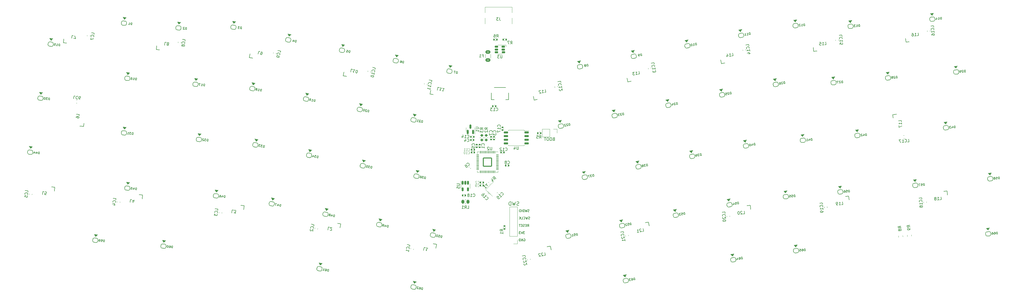
<source format=gbr>
%TF.GenerationSoftware,KiCad,Pcbnew,(6.0.5)*%
%TF.CreationDate,2023-03-29T12:06:55+08:00*%
%TF.ProjectId,ergo60,6572676f-3630-42e6-9b69-6361645f7063,rev?*%
%TF.SameCoordinates,PX3b7922bPYeed2ae*%
%TF.FileFunction,Legend,Bot*%
%TF.FilePolarity,Positive*%
%FSLAX46Y46*%
G04 Gerber Fmt 4.6, Leading zero omitted, Abs format (unit mm)*
G04 Created by KiCad (PCBNEW (6.0.5)) date 2023-03-29 12:06:55*
%MOMM*%
%LPD*%
G01*
G04 APERTURE LIST*
G04 Aperture macros list*
%AMRoundRect*
0 Rectangle with rounded corners*
0 $1 Rounding radius*
0 $2 $3 $4 $5 $6 $7 $8 $9 X,Y pos of 4 corners*
0 Add a 4 corners polygon primitive as box body*
4,1,4,$2,$3,$4,$5,$6,$7,$8,$9,$2,$3,0*
0 Add four circle primitives for the rounded corners*
1,1,$1+$1,$2,$3*
1,1,$1+$1,$4,$5*
1,1,$1+$1,$6,$7*
1,1,$1+$1,$8,$9*
0 Add four rect primitives between the rounded corners*
20,1,$1+$1,$2,$3,$4,$5,0*
20,1,$1+$1,$4,$5,$6,$7,0*
20,1,$1+$1,$6,$7,$8,$9,0*
20,1,$1+$1,$8,$9,$2,$3,0*%
%AMHorizOval*
0 Thick line with rounded ends*
0 $1 width*
0 $2 $3 position (X,Y) of the first rounded end (center of the circle)*
0 $4 $5 position (X,Y) of the second rounded end (center of the circle)*
0 Add line between two ends*
20,1,$1,$2,$3,$4,$5,0*
0 Add two circle primitives to create the rounded ends*
1,1,$1,$2,$3*
1,1,$1,$4,$5*%
%AMRotRect*
0 Rectangle, with rotation*
0 The origin of the aperture is its center*
0 $1 length*
0 $2 width*
0 $3 Rotation angle, in degrees counterclockwise*
0 Add horizontal line*
21,1,$1,$2,0,0,$3*%
G04 Aperture macros list end*
%ADD10C,0.150000*%
%ADD11C,0.160000*%
%ADD12C,0.175000*%
%ADD13C,0.120000*%
%ADD14C,0.100000*%
%ADD15RotRect,1.700000X1.700000X5.000000*%
%ADD16HorizOval,1.700000X0.000000X0.000000X0.000000X0.000000X0*%
%ADD17RoundRect,0.250000X0.391272X-0.178624X0.295867X0.312190X-0.391272X0.178624X-0.295867X-0.312190X0*%
%ADD18C,3.987800*%
%ADD19C,1.701800*%
%ADD20RoundRect,0.254000X1.191195X0.803471X-0.803471X1.191195X-1.191195X-0.803471X0.803471X-1.191195X0*%
%ADD21R,1.700000X1.700000*%
%ADD22O,1.700000X1.700000*%
%ADD23RotRect,1.400000X1.200000X45.000000*%
%ADD24RoundRect,0.250000X0.295867X-0.312190X0.391272X0.178624X-0.295867X0.312190X-0.391272X-0.178624X0*%
%ADD25RoundRect,0.140000X0.140000X0.170000X-0.140000X0.170000X-0.140000X-0.170000X0.140000X-0.170000X0*%
%ADD26RoundRect,0.254000X0.803471X1.191195X-1.191195X0.803471X-0.803471X-1.191195X1.191195X-0.803471X0*%
%ADD27RoundRect,0.254000X0.923584X1.100684X-1.100684X0.923584X-0.923584X-1.100684X1.100684X-0.923584X0*%
%ADD28RoundRect,0.140000X0.170000X-0.140000X0.170000X0.140000X-0.170000X0.140000X-0.170000X-0.140000X0*%
%ADD29RoundRect,0.225000X0.202475X-0.268568X0.288339X0.173164X-0.202475X0.268568X-0.288339X-0.173164X0*%
%ADD30RoundRect,0.250000X0.370457X-0.218544X0.326879X0.279553X-0.370457X0.218544X-0.326879X-0.279553X0*%
%ADD31RotRect,1.600000X1.200000X349.000000*%
%ADD32RoundRect,0.225000X-0.268659X0.202355X-0.229439X-0.245933X0.268659X-0.202355X0.229439X0.245933X0*%
%ADD33RoundRect,0.250000X0.326879X-0.279553X0.370457X0.218544X-0.326879X0.279553X-0.370457X-0.218544X0*%
%ADD34RoundRect,0.225000X0.288339X-0.173164X0.202475X0.268568X-0.288339X0.173164X-0.202475X-0.268568X0*%
%ADD35RoundRect,0.200000X-0.275000X0.200000X-0.275000X-0.200000X0.275000X-0.200000X0.275000X0.200000X0*%
%ADD36RoundRect,0.254000X1.100684X0.923584X-0.923584X1.100684X-1.100684X-0.923584X0.923584X-1.100684X0*%
%ADD37RoundRect,0.140000X-0.140000X-0.170000X0.140000X-0.170000X0.140000X0.170000X-0.140000X0.170000X0*%
%ADD38RoundRect,0.225000X0.245933X0.229439X-0.202355X0.268659X-0.245933X-0.229439X0.202355X-0.268659X0*%
%ADD39RoundRect,0.150000X0.650000X0.150000X-0.650000X0.150000X-0.650000X-0.150000X0.650000X-0.150000X0*%
%ADD40RoundRect,0.225000X-0.288339X0.173164X-0.202475X-0.268568X0.288339X-0.173164X0.202475X0.268568X0*%
%ADD41C,3.048000*%
%ADD42RotRect,1.600000X1.200000X191.000000*%
%ADD43RotRect,1.600000X1.200000X95.000000*%
%ADD44RoundRect,0.150000X0.475000X0.150000X-0.475000X0.150000X-0.475000X-0.150000X0.475000X-0.150000X0*%
%ADD45RoundRect,0.135000X0.135000X0.185000X-0.135000X0.185000X-0.135000X-0.185000X0.135000X-0.185000X0*%
%ADD46RotRect,1.600000X1.200000X5.000000*%
%ADD47RotRect,1.600000X1.200000X355.000000*%
%ADD48RoundRect,0.135000X0.185000X-0.135000X0.185000X0.135000X-0.185000X0.135000X-0.185000X-0.135000X0*%
%ADD49RotRect,1.600000X1.200000X185.000000*%
%ADD50RoundRect,0.140000X-0.021213X0.219203X-0.219203X0.021213X0.021213X-0.219203X0.219203X-0.021213X0*%
%ADD51RoundRect,0.250000X-0.471166X0.222281X-0.425409X-0.300721X0.471166X-0.222281X0.425409X0.300721X0*%
%ADD52RoundRect,0.225000X0.268659X-0.202355X0.229439X0.245933X-0.268659X0.202355X-0.229439X-0.245933X0*%
%ADD53RoundRect,0.225000X-0.202475X0.268568X-0.288339X-0.173164X0.202475X-0.268568X0.288339X0.173164X0*%
%ADD54RotRect,1.600000X1.200000X175.000000*%
%ADD55RoundRect,0.050000X0.387500X0.050000X-0.387500X0.050000X-0.387500X-0.050000X0.387500X-0.050000X0*%
%ADD56RoundRect,0.050000X0.050000X0.387500X-0.050000X0.387500X-0.050000X-0.387500X0.050000X-0.387500X0*%
%ADD57RoundRect,0.144000X1.456000X1.456000X-1.456000X1.456000X-1.456000X-1.456000X1.456000X-1.456000X0*%
%ADD58RotRect,1.600000X1.200000X265.000000*%
%ADD59RoundRect,0.150000X-0.150000X0.512500X-0.150000X-0.512500X0.150000X-0.512500X0.150000X0.512500X0*%
%ADD60RoundRect,0.140000X0.021213X-0.219203X0.219203X-0.021213X-0.021213X0.219203X-0.219203X0.021213X0*%
%ADD61RoundRect,0.225000X-0.225112X0.249900X-0.272149X-0.197635X0.225112X-0.249900X0.272149X0.197635X0*%
%ADD62RotRect,1.600000X1.200000X169.000000*%
%ADD63RoundRect,0.140000X0.219203X0.021213X0.021213X0.219203X-0.219203X-0.021213X-0.021213X-0.219203X0*%
%ADD64RoundRect,0.225000X0.229439X-0.245933X0.268659X0.202355X-0.229439X0.245933X-0.268659X-0.202355X0*%
%ADD65RoundRect,0.225000X-0.229439X0.245933X-0.268659X-0.202355X0.229439X-0.245933X0.268659X0.202355X0*%
%ADD66RotRect,1.600000X1.200000X11.000000*%
%ADD67RoundRect,0.250000X0.262500X0.450000X-0.262500X0.450000X-0.262500X-0.450000X0.262500X-0.450000X0*%
%ADD68RoundRect,0.250000X0.471166X-0.222281X0.425409X0.300721X-0.471166X0.222281X-0.425409X-0.300721X0*%
%ADD69RoundRect,0.135000X0.035355X-0.226274X0.226274X-0.035355X-0.035355X0.226274X-0.226274X0.035355X0*%
%ADD70RoundRect,0.135000X-0.135000X-0.185000X0.135000X-0.185000X0.135000X0.185000X-0.135000X0.185000X0*%
%ADD71C,0.650000*%
%ADD72R,0.600000X1.450000*%
%ADD73R,0.300000X1.450000*%
%ADD74O,1.500000X2.300000*%
%ADD75O,1.400000X1.800000*%
%ADD76O,1.400000X2.300000*%
%ADD77RoundRect,0.150000X0.150000X-0.587500X0.150000X0.587500X-0.150000X0.587500X-0.150000X-0.587500X0*%
%ADD78RoundRect,0.225000X-0.202355X-0.268659X0.245933X-0.229439X0.202355X0.268659X-0.245933X0.229439X0*%
%ADD79R,1.200000X1.800000*%
%ADD80R,0.600000X1.550000*%
%ADD81RoundRect,0.250000X-0.625000X0.375000X-0.625000X-0.375000X0.625000X-0.375000X0.625000X0.375000X0*%
%ADD82RoundRect,0.225000X0.225112X-0.249900X0.272149X0.197635X-0.225112X0.249900X-0.272149X-0.197635X0*%
G04 APERTURE END LIST*
D10*
X152495807Y-43092804D02*
X152352950Y-43140423D01*
X152305331Y-43188042D01*
X152257712Y-43283280D01*
X152257712Y-43426137D01*
X152305331Y-43521375D01*
X152352950Y-43568994D01*
X152448188Y-43616613D01*
X152829141Y-43616613D01*
X152829141Y-42616613D01*
X152495807Y-42616613D01*
X152400569Y-42664233D01*
X152352950Y-42711852D01*
X152305331Y-42807090D01*
X152305331Y-42902328D01*
X152352950Y-42997566D01*
X152400569Y-43045185D01*
X152495807Y-43092804D01*
X152829141Y-43092804D01*
X151638665Y-42616613D02*
X151448188Y-42616613D01*
X151352950Y-42664233D01*
X151257712Y-42759471D01*
X151210093Y-42949947D01*
X151210093Y-43283280D01*
X151257712Y-43473756D01*
X151352950Y-43568994D01*
X151448188Y-43616613D01*
X151638665Y-43616613D01*
X151733903Y-43568994D01*
X151829141Y-43473756D01*
X151876760Y-43283280D01*
X151876760Y-42949947D01*
X151829141Y-42759471D01*
X151733903Y-42664233D01*
X151638665Y-42616613D01*
X150591045Y-42616613D02*
X150400569Y-42616613D01*
X150305331Y-42664233D01*
X150210093Y-42759471D01*
X150162474Y-42949947D01*
X150162474Y-43283280D01*
X150210093Y-43473756D01*
X150305331Y-43568994D01*
X150400569Y-43616613D01*
X150591045Y-43616613D01*
X150686284Y-43568994D01*
X150781522Y-43473756D01*
X150829141Y-43283280D01*
X150829141Y-42949947D01*
X150781522Y-42759471D01*
X150686284Y-42664233D01*
X150591045Y-42616613D01*
X149876760Y-42616613D02*
X149305331Y-42616613D01*
X149591045Y-43616613D02*
X149591045Y-42616613D01*
X144229145Y-70961691D02*
X144114859Y-70999786D01*
X143924383Y-70999786D01*
X143848193Y-70961691D01*
X143810097Y-70923596D01*
X143772002Y-70847405D01*
X143772002Y-70771215D01*
X143810097Y-70695024D01*
X143848193Y-70656929D01*
X143924383Y-70618834D01*
X144076764Y-70580739D01*
X144152955Y-70542643D01*
X144191050Y-70504548D01*
X144229145Y-70428358D01*
X144229145Y-70352167D01*
X144191050Y-70275977D01*
X144152955Y-70237882D01*
X144076764Y-70199786D01*
X143886288Y-70199786D01*
X143772002Y-70237882D01*
X143505336Y-70199786D02*
X143314859Y-70999786D01*
X143162478Y-70428358D01*
X143010097Y-70999786D01*
X142819621Y-70199786D01*
X142057717Y-70923596D02*
X142095812Y-70961691D01*
X142210097Y-70999786D01*
X142286288Y-70999786D01*
X142400574Y-70961691D01*
X142476764Y-70885501D01*
X142514859Y-70809310D01*
X142552955Y-70656929D01*
X142552955Y-70542643D01*
X142514859Y-70390262D01*
X142476764Y-70314072D01*
X142400574Y-70237882D01*
X142286288Y-70199786D01*
X142210097Y-70199786D01*
X142095812Y-70237882D01*
X142057717Y-70275977D01*
X141333907Y-70999786D02*
X141714859Y-70999786D01*
X141714859Y-70199786D01*
X141067240Y-70999786D02*
X141067240Y-70199786D01*
X140610097Y-70999786D02*
X140952955Y-70542643D01*
X140610097Y-70199786D02*
X141067240Y-70656929D01*
X142168828Y-77870460D02*
X142245018Y-77832364D01*
X142359304Y-77832364D01*
X142473590Y-77870460D01*
X142549780Y-77946650D01*
X142587876Y-78022840D01*
X142625971Y-78175221D01*
X142625971Y-78289507D01*
X142587876Y-78441888D01*
X142549780Y-78518079D01*
X142473590Y-78594269D01*
X142359304Y-78632364D01*
X142283114Y-78632364D01*
X142168828Y-78594269D01*
X142130733Y-78556174D01*
X142130733Y-78289507D01*
X142283114Y-78289507D01*
X141787876Y-78632364D02*
X141787876Y-77832364D01*
X141330733Y-78632364D01*
X141330733Y-77832364D01*
X140949780Y-78632364D02*
X140949780Y-77832364D01*
X140759304Y-77832364D01*
X140645018Y-77870460D01*
X140568828Y-77946650D01*
X140530733Y-78022840D01*
X140492637Y-78175221D01*
X140492637Y-78289507D01*
X140530733Y-78441888D01*
X140568828Y-78518079D01*
X140645018Y-78594269D01*
X140759304Y-78632364D01*
X140949780Y-78632364D01*
X144000571Y-68421694D02*
X143886285Y-68459789D01*
X143695809Y-68459789D01*
X143619618Y-68421694D01*
X143581523Y-68383599D01*
X143543428Y-68307408D01*
X143543428Y-68231218D01*
X143581523Y-68155027D01*
X143619618Y-68116932D01*
X143695809Y-68078837D01*
X143848190Y-68040742D01*
X143924380Y-68002646D01*
X143962475Y-67964551D01*
X144000571Y-67888361D01*
X144000571Y-67812170D01*
X143962475Y-67735980D01*
X143924380Y-67697885D01*
X143848190Y-67659789D01*
X143657714Y-67659789D01*
X143543428Y-67697885D01*
X143276761Y-67659789D02*
X143086285Y-68459789D01*
X142933904Y-67888361D01*
X142781523Y-68459789D01*
X142591047Y-67659789D01*
X142286285Y-68459789D02*
X142286285Y-67659789D01*
X142095809Y-67659789D01*
X141981523Y-67697885D01*
X141905333Y-67774075D01*
X141867237Y-67850265D01*
X141829142Y-68002646D01*
X141829142Y-68116932D01*
X141867237Y-68269313D01*
X141905333Y-68345504D01*
X141981523Y-68421694D01*
X142095809Y-68459789D01*
X142286285Y-68459789D01*
X141486285Y-68459789D02*
X141486285Y-67659789D01*
X140952952Y-67659789D02*
X140800571Y-67659789D01*
X140724380Y-67697885D01*
X140648190Y-67774075D01*
X140610094Y-67926456D01*
X140610094Y-68193123D01*
X140648190Y-68345504D01*
X140724380Y-68421694D01*
X140800571Y-68459789D01*
X140952952Y-68459789D01*
X141029142Y-68421694D01*
X141105333Y-68345504D01*
X141143428Y-68193123D01*
X141143428Y-67926456D01*
X141105333Y-67774075D01*
X141029142Y-67697885D01*
X140952952Y-67659789D01*
X143409146Y-73589787D02*
X143675813Y-73208835D01*
X143866289Y-73589787D02*
X143866289Y-72789787D01*
X143561527Y-72789787D01*
X143485337Y-72827883D01*
X143447241Y-72865978D01*
X143409146Y-72942168D01*
X143409146Y-73056454D01*
X143447241Y-73132644D01*
X143485337Y-73170740D01*
X143561527Y-73208835D01*
X143866289Y-73208835D01*
X143066289Y-73170740D02*
X142799622Y-73170740D01*
X142685337Y-73589787D02*
X143066289Y-73589787D01*
X143066289Y-72789787D01*
X142685337Y-72789787D01*
X142380575Y-73551692D02*
X142266289Y-73589787D01*
X142075813Y-73589787D01*
X141999622Y-73551692D01*
X141961527Y-73513597D01*
X141923432Y-73437406D01*
X141923432Y-73361216D01*
X141961527Y-73285025D01*
X141999622Y-73246930D01*
X142075813Y-73208835D01*
X142228194Y-73170740D01*
X142304384Y-73132644D01*
X142342479Y-73094549D01*
X142380575Y-73018359D01*
X142380575Y-72942168D01*
X142342479Y-72865978D01*
X142304384Y-72827883D01*
X142228194Y-72789787D01*
X142037718Y-72789787D01*
X141923432Y-72827883D01*
X141580575Y-73170740D02*
X141313908Y-73170740D01*
X141199622Y-73589787D02*
X141580575Y-73589787D01*
X141580575Y-72789787D01*
X141199622Y-72789787D01*
X140971051Y-72789787D02*
X140513908Y-72789787D01*
X140742479Y-73589787D02*
X140742479Y-72789787D01*
D11*
X140447046Y-66166646D02*
X140261332Y-66228551D01*
X139951808Y-66228551D01*
X139827999Y-66166646D01*
X139766094Y-66104741D01*
X139704189Y-65980932D01*
X139704189Y-65857122D01*
X139766094Y-65733313D01*
X139827999Y-65671408D01*
X139951808Y-65609503D01*
X140199427Y-65547598D01*
X140323237Y-65485694D01*
X140385141Y-65423789D01*
X140447046Y-65299979D01*
X140447046Y-65176170D01*
X140385141Y-65052360D01*
X140323237Y-64990456D01*
X140199427Y-64928551D01*
X139889903Y-64928551D01*
X139704189Y-64990456D01*
X139270856Y-64928551D02*
X138961332Y-66228551D01*
X138713713Y-65299979D01*
X138466094Y-66228551D01*
X138156570Y-64928551D01*
X137661332Y-66228551D02*
X137661332Y-64928551D01*
X137351808Y-64928551D01*
X137166094Y-64990456D01*
X137042284Y-65114265D01*
X136980380Y-65238075D01*
X136918475Y-65485694D01*
X136918475Y-65671408D01*
X136980380Y-65919027D01*
X137042284Y-66042836D01*
X137166094Y-66166646D01*
X137351808Y-66228551D01*
X137661332Y-66228551D01*
D10*
X142455493Y-75302359D02*
X141960255Y-75302359D01*
X142226921Y-75607121D01*
X142112635Y-75607121D01*
X142036445Y-75645216D01*
X141998350Y-75683312D01*
X141960255Y-75759502D01*
X141960255Y-75949978D01*
X141998350Y-76026169D01*
X142036445Y-76064264D01*
X142112635Y-76102359D01*
X142341207Y-76102359D01*
X142417397Y-76064264D01*
X142455493Y-76026169D01*
X141731683Y-75302359D02*
X141465016Y-76102359D01*
X141198350Y-75302359D01*
X141007874Y-75302359D02*
X140512635Y-75302359D01*
X140779302Y-75607121D01*
X140665016Y-75607121D01*
X140588826Y-75645216D01*
X140550731Y-75683312D01*
X140512635Y-75759502D01*
X140512635Y-75949978D01*
X140550731Y-76026169D01*
X140588826Y-76064264D01*
X140665016Y-76102359D01*
X140893588Y-76102359D01*
X140969778Y-76064264D01*
X141007874Y-76026169D01*
D12*
%TO.C,D26*%
X233069212Y-23740734D02*
X232935646Y-23053595D01*
X232748669Y-23089939D01*
X232642843Y-23144467D01*
X232580773Y-23224447D01*
X232556099Y-23297157D01*
X232544145Y-23435310D01*
X232563225Y-23533473D01*
X232626062Y-23657087D01*
X232676178Y-23715260D01*
X232763689Y-23766164D01*
X232882235Y-23777078D01*
X233069212Y-23740734D01*
X232200460Y-23264415D02*
X232156704Y-23238963D01*
X232075553Y-23220780D01*
X231888577Y-23257124D01*
X231820146Y-23304383D01*
X231789111Y-23344373D01*
X231764437Y-23417084D01*
X231777157Y-23482525D01*
X231833633Y-23573419D01*
X232358701Y-23878843D01*
X231872562Y-23973339D01*
X231065880Y-23417040D02*
X231215461Y-23387965D01*
X231296612Y-23406148D01*
X231340368Y-23431600D01*
X231434239Y-23515225D01*
X231497076Y-23638839D01*
X231547958Y-23900607D01*
X231523283Y-23973317D01*
X231492248Y-24013307D01*
X231423818Y-24060566D01*
X231274237Y-24089642D01*
X231193086Y-24071459D01*
X231149330Y-24046007D01*
X231099214Y-23987834D01*
X231067413Y-23824229D01*
X231092087Y-23751518D01*
X231123122Y-23711529D01*
X231191553Y-23664270D01*
X231341134Y-23635194D01*
X231422285Y-23653377D01*
X231466041Y-23678829D01*
X231516156Y-23737002D01*
%TO.C,D38*%
X185279126Y-52436741D02*
X185145560Y-51749602D01*
X184958583Y-51785946D01*
X184852757Y-51840474D01*
X184790687Y-51920454D01*
X184766013Y-51993164D01*
X184754059Y-52131317D01*
X184773139Y-52229480D01*
X184835976Y-52353094D01*
X184886092Y-52411267D01*
X184973603Y-52462171D01*
X185092149Y-52473085D01*
X185279126Y-52436741D01*
X184435049Y-51887711D02*
X183948909Y-51982207D01*
X184261559Y-52193092D01*
X184149373Y-52214899D01*
X184080943Y-52262157D01*
X184049908Y-52302147D01*
X184025233Y-52374858D01*
X184057035Y-52538462D01*
X184107150Y-52596635D01*
X184150906Y-52622087D01*
X184232057Y-52640270D01*
X184456429Y-52596657D01*
X184524859Y-52549398D01*
X184555894Y-52509408D01*
X183557408Y-52363922D02*
X183625839Y-52316663D01*
X183656874Y-52276674D01*
X183681548Y-52203963D01*
X183675188Y-52171242D01*
X183625072Y-52113069D01*
X183581317Y-52087617D01*
X183500166Y-52069434D01*
X183350584Y-52098510D01*
X183282154Y-52145768D01*
X183251119Y-52185758D01*
X183226444Y-52258469D01*
X183232805Y-52291190D01*
X183282920Y-52349363D01*
X183326676Y-52374815D01*
X183407827Y-52392998D01*
X183557408Y-52363922D01*
X183638559Y-52382105D01*
X183682315Y-52407557D01*
X183732431Y-52465730D01*
X183757872Y-52596614D01*
X183733197Y-52669324D01*
X183702162Y-52709314D01*
X183633732Y-52756573D01*
X183484151Y-52785649D01*
X183403000Y-52767466D01*
X183359244Y-52742014D01*
X183309128Y-52683841D01*
X183283687Y-52552957D01*
X183308362Y-52480246D01*
X183339397Y-52440257D01*
X183407827Y-52392998D01*
D10*
%TO.C,Y1*%
X129256535Y-59123710D02*
X129593253Y-59460428D01*
X129121848Y-58517619D02*
X129256535Y-59123710D01*
X128650444Y-58989023D01*
X128751459Y-60302221D02*
X129155520Y-59898160D01*
X128953489Y-60100191D02*
X128246383Y-59393084D01*
X128414741Y-59426756D01*
X128549428Y-59426756D01*
X128650444Y-59393084D01*
D12*
%TO.C,D20*%
X88144539Y-33709148D02*
X88278106Y-33022009D01*
X88091129Y-32985665D01*
X87972583Y-32996579D01*
X87885072Y-33047483D01*
X87834956Y-33105656D01*
X87772119Y-33229271D01*
X87753038Y-33327433D01*
X87764992Y-33465586D01*
X87789667Y-33538297D01*
X87851737Y-33618276D01*
X87957563Y-33672804D01*
X88144539Y-33709148D01*
X87517479Y-32942073D02*
X87486444Y-32902083D01*
X87418013Y-32854824D01*
X87231037Y-32818480D01*
X87149886Y-32836663D01*
X87106130Y-32862115D01*
X87056014Y-32920288D01*
X87043294Y-32985730D01*
X87061608Y-33091161D01*
X87434028Y-33571039D01*
X86947889Y-33476543D01*
X86595316Y-32694908D02*
X86520526Y-32680370D01*
X86439375Y-32698554D01*
X86395619Y-32724005D01*
X86345503Y-32782178D01*
X86282667Y-32905793D01*
X86250865Y-33069398D01*
X86262819Y-33207550D01*
X86287494Y-33280261D01*
X86318529Y-33320251D01*
X86386959Y-33367509D01*
X86461750Y-33382047D01*
X86542901Y-33363864D01*
X86586656Y-33338412D01*
X86636772Y-33280239D01*
X86699609Y-33156625D01*
X86731410Y-32993020D01*
X86719456Y-32854868D01*
X86694782Y-32782157D01*
X86663747Y-32742167D01*
X86595316Y-32694908D01*
D13*
%TO.C,C9*%
X126052527Y-59613435D02*
X126090622Y-59651530D01*
X126204908Y-59689625D01*
X126281098Y-59689625D01*
X126395384Y-59651530D01*
X126471574Y-59575340D01*
X126509670Y-59499149D01*
X126547765Y-59346768D01*
X126547765Y-59232482D01*
X126509670Y-59080101D01*
X126471574Y-59003911D01*
X126395384Y-58927721D01*
X126281098Y-58889625D01*
X126204908Y-58889625D01*
X126090622Y-58927721D01*
X126052527Y-58965816D01*
X125671574Y-59689625D02*
X125519194Y-59689625D01*
X125443003Y-59651530D01*
X125404908Y-59613435D01*
X125328717Y-59499149D01*
X125290622Y-59346768D01*
X125290622Y-59042006D01*
X125328717Y-58965816D01*
X125366813Y-58927721D01*
X125443003Y-58889625D01*
X125595384Y-58889625D01*
X125671574Y-58927721D01*
X125709670Y-58965816D01*
X125747765Y-59042006D01*
X125747765Y-59232482D01*
X125709670Y-59308673D01*
X125671574Y-59346768D01*
X125595384Y-59384863D01*
X125443003Y-59384863D01*
X125366813Y-59346768D01*
X125328717Y-59308673D01*
X125290622Y-59232482D01*
D12*
%TO.C,D35*%
X89184625Y-53317869D02*
X89318192Y-52630730D01*
X89131215Y-52594386D01*
X89012669Y-52605300D01*
X88925158Y-52656204D01*
X88875042Y-52714377D01*
X88812205Y-52837992D01*
X88793124Y-52936154D01*
X88805078Y-53074307D01*
X88829753Y-53147018D01*
X88891823Y-53226997D01*
X88997649Y-53281525D01*
X89184625Y-53317869D01*
X88607681Y-52492621D02*
X88121541Y-52398125D01*
X88332426Y-52710775D01*
X88220240Y-52688968D01*
X88139089Y-52707151D01*
X88095334Y-52732603D01*
X88045218Y-52790776D01*
X88013416Y-52954381D01*
X88038091Y-53027091D01*
X88069126Y-53067081D01*
X88137556Y-53114340D01*
X88361928Y-53157953D01*
X88443079Y-53139770D01*
X88486835Y-53114318D01*
X87411030Y-52260016D02*
X87784983Y-52332705D01*
X87758776Y-52667183D01*
X87727741Y-52627193D01*
X87659310Y-52579934D01*
X87472334Y-52543590D01*
X87391183Y-52561773D01*
X87347427Y-52587225D01*
X87297311Y-52645398D01*
X87265510Y-52809002D01*
X87290185Y-52881713D01*
X87321220Y-52921703D01*
X87389650Y-52968962D01*
X87576627Y-53005306D01*
X87657777Y-52987123D01*
X87701533Y-52961671D01*
D10*
%TO.C,C3*%
X132361028Y-40745944D02*
X132408647Y-40698325D01*
X132456266Y-40555468D01*
X132456266Y-40460230D01*
X132408647Y-40317372D01*
X132313409Y-40222134D01*
X132218171Y-40174515D01*
X132027695Y-40126896D01*
X131884838Y-40126896D01*
X131694362Y-40174515D01*
X131599124Y-40222134D01*
X131503886Y-40317372D01*
X131456266Y-40460230D01*
X131456266Y-40555468D01*
X131503886Y-40698325D01*
X131551505Y-40745944D01*
X131456266Y-41079277D02*
X131456266Y-41698325D01*
X131837219Y-41364991D01*
X131837219Y-41507849D01*
X131884838Y-41603087D01*
X131932457Y-41650706D01*
X132027695Y-41698325D01*
X132265790Y-41698325D01*
X132361028Y-41650706D01*
X132408647Y-41603087D01*
X132456266Y-41507849D01*
X132456266Y-41222134D01*
X132408647Y-41126896D01*
X132361028Y-41079277D01*
D13*
%TO.C,C2*%
X126062525Y-58473437D02*
X126100620Y-58511532D01*
X126214906Y-58549627D01*
X126291096Y-58549627D01*
X126405382Y-58511532D01*
X126481572Y-58435342D01*
X126519668Y-58359151D01*
X126557763Y-58206770D01*
X126557763Y-58092484D01*
X126519668Y-57940103D01*
X126481572Y-57863913D01*
X126405382Y-57787723D01*
X126291096Y-57749627D01*
X126214906Y-57749627D01*
X126100620Y-57787723D01*
X126062525Y-57825818D01*
X125757763Y-57825818D02*
X125719668Y-57787723D01*
X125643477Y-57749627D01*
X125453001Y-57749627D01*
X125376811Y-57787723D01*
X125338715Y-57825818D01*
X125300620Y-57902008D01*
X125300620Y-57978199D01*
X125338715Y-58092484D01*
X125795858Y-58549627D01*
X125300620Y-58549627D01*
D10*
%TO.C,LC9*%
X57392947Y-12889327D02*
X57483808Y-12421885D01*
X56502181Y-12231076D01*
X57126822Y-13759293D02*
X57182652Y-13721635D01*
X57256655Y-13590489D01*
X57274827Y-13497001D01*
X57255341Y-13347682D01*
X57180025Y-13236022D01*
X57095623Y-13171105D01*
X56917733Y-13088016D01*
X56777500Y-13060758D01*
X56581438Y-13071158D01*
X56478863Y-13099729D01*
X56367202Y-13175045D01*
X56293200Y-13306192D01*
X56275028Y-13399680D01*
X56294513Y-13548999D01*
X56332171Y-13604829D01*
X57129449Y-14244907D02*
X57093104Y-14431884D01*
X57028188Y-14516286D01*
X56972357Y-14553944D01*
X56813953Y-14620174D01*
X56617890Y-14630573D01*
X56243937Y-14557884D01*
X56159535Y-14492968D01*
X56121877Y-14437137D01*
X56093305Y-14334563D01*
X56129649Y-14147586D01*
X56194566Y-14063184D01*
X56250396Y-14025526D01*
X56352971Y-13996954D01*
X56586691Y-14042385D01*
X56671093Y-14107302D01*
X56708751Y-14163132D01*
X56737323Y-14265706D01*
X56700979Y-14452683D01*
X56636062Y-14537085D01*
X56580232Y-14574743D01*
X56477658Y-14603315D01*
D12*
%TO.C,D48*%
X76199718Y-70200413D02*
X76333285Y-69513274D01*
X76146308Y-69476930D01*
X76027762Y-69487844D01*
X75940251Y-69538748D01*
X75890135Y-69596921D01*
X75827298Y-69720536D01*
X75808217Y-69818698D01*
X75820171Y-69956851D01*
X75844846Y-70029562D01*
X75906916Y-70109541D01*
X76012742Y-70164069D01*
X76199718Y-70200413D01*
X75166903Y-69524253D02*
X75077859Y-69982346D01*
X75404762Y-69298831D02*
X75496334Y-69825989D01*
X75010195Y-69731493D01*
X74630648Y-69487930D02*
X74711799Y-69469747D01*
X74755554Y-69444295D01*
X74805670Y-69386122D01*
X74812031Y-69353401D01*
X74787356Y-69280691D01*
X74756321Y-69240701D01*
X74687891Y-69193442D01*
X74538309Y-69164367D01*
X74457158Y-69182550D01*
X74413403Y-69208002D01*
X74363287Y-69266174D01*
X74356926Y-69298895D01*
X74381601Y-69371606D01*
X74412636Y-69411596D01*
X74481067Y-69458855D01*
X74630648Y-69487930D01*
X74699078Y-69535189D01*
X74730113Y-69575179D01*
X74754788Y-69647890D01*
X74729347Y-69778773D01*
X74679231Y-69836946D01*
X74635475Y-69862398D01*
X74554324Y-69880581D01*
X74404743Y-69851506D01*
X74336313Y-69804247D01*
X74305278Y-69764257D01*
X74280603Y-69691546D01*
X74306044Y-69560663D01*
X74356160Y-69502490D01*
X74399916Y-69477038D01*
X74481067Y-69458855D01*
D13*
%TO.C,C11*%
X122816343Y-47054406D02*
X122854438Y-47092501D01*
X122968724Y-47130596D01*
X123044915Y-47130596D01*
X123159200Y-47092501D01*
X123235391Y-47016311D01*
X123273486Y-46940120D01*
X123311581Y-46787739D01*
X123311581Y-46673453D01*
X123273486Y-46521072D01*
X123235391Y-46444882D01*
X123159200Y-46368692D01*
X123044915Y-46330596D01*
X122968724Y-46330596D01*
X122854438Y-46368692D01*
X122816343Y-46406787D01*
X122054438Y-47130596D02*
X122511581Y-47130596D01*
X122283010Y-47130596D02*
X122283010Y-46330596D01*
X122359200Y-46444882D01*
X122435391Y-46521072D01*
X122511581Y-46559168D01*
X121292534Y-47130596D02*
X121749677Y-47130596D01*
X121521105Y-47130596D02*
X121521105Y-46330596D01*
X121597296Y-46444882D01*
X121673486Y-46521072D01*
X121749677Y-46559168D01*
D12*
%TO.C,D24*%
X195669214Y-31010563D02*
X195535648Y-30323424D01*
X195348671Y-30359768D01*
X195242845Y-30414296D01*
X195180775Y-30494276D01*
X195156101Y-30566986D01*
X195144147Y-30705139D01*
X195163227Y-30803302D01*
X195226064Y-30926916D01*
X195276180Y-30985089D01*
X195363691Y-31035993D01*
X195482237Y-31046907D01*
X195669214Y-31010563D01*
X194800462Y-30534244D02*
X194756706Y-30508792D01*
X194675555Y-30490609D01*
X194488579Y-30526953D01*
X194420148Y-30574212D01*
X194389113Y-30614202D01*
X194364439Y-30686913D01*
X194377159Y-30752354D01*
X194433635Y-30843248D01*
X194958703Y-31148672D01*
X194472564Y-31243168D01*
X193710404Y-30915916D02*
X193799448Y-31374009D01*
X193846498Y-30617804D02*
X194128879Y-31072273D01*
X193642740Y-31166769D01*
%TO.C,D13*%
X259109245Y-3853528D02*
X259048236Y-3156191D01*
X258858484Y-3172792D01*
X258747539Y-3215960D01*
X258677449Y-3289013D01*
X258645309Y-3358746D01*
X258618979Y-3494892D01*
X258627695Y-3594512D01*
X258677266Y-3724018D01*
X258721026Y-3787110D01*
X258802737Y-3846883D01*
X258919493Y-3870129D01*
X259109245Y-3853528D01*
X257894836Y-3959775D02*
X258350239Y-3919932D01*
X258122538Y-3939853D02*
X258061529Y-3242517D01*
X258146145Y-3335496D01*
X258227856Y-3395269D01*
X258306661Y-3421835D01*
X257568175Y-3285680D02*
X257074822Y-3328843D01*
X257363715Y-3571253D01*
X257249864Y-3581214D01*
X257176869Y-3621061D01*
X257141824Y-3657587D01*
X257109684Y-3727321D01*
X257124210Y-3893353D01*
X257167970Y-3956446D01*
X257208826Y-3986332D01*
X257287632Y-4012898D01*
X257515333Y-3992977D01*
X257588329Y-3953130D01*
X257623374Y-3916603D01*
D10*
%TO.C,L2*%
X74564919Y-73849675D02*
X74097478Y-73758813D01*
X73906669Y-74740440D01*
X74672748Y-74792330D02*
X74710406Y-74848161D01*
X74794808Y-74913077D01*
X75028528Y-74958508D01*
X75131103Y-74929936D01*
X75186933Y-74892278D01*
X75251850Y-74807876D01*
X75270022Y-74714387D01*
X75250536Y-74565069D01*
X74798640Y-73895105D01*
X75406314Y-74013225D01*
%TO.C,LC19*%
X246150224Y-65786476D02*
X246108722Y-65312097D01*
X245112527Y-65399253D01*
X246134204Y-66696095D02*
X246177492Y-66644507D01*
X246212479Y-66498043D01*
X246204178Y-66403168D01*
X246144289Y-66265004D01*
X246041113Y-66178429D01*
X245942087Y-66139292D01*
X245748185Y-66108455D01*
X245605872Y-66120906D01*
X245420271Y-66184945D01*
X245329545Y-66240683D01*
X245242970Y-66343860D01*
X245207983Y-66490323D01*
X245216284Y-66585199D01*
X245276173Y-66723362D01*
X245327761Y-66766650D01*
X246312085Y-67636552D02*
X246262282Y-67067297D01*
X246287183Y-67351924D02*
X245290989Y-67439080D01*
X245425002Y-67331754D01*
X245511577Y-67228577D01*
X245550714Y-67129552D01*
X246353588Y-68110930D02*
X246370189Y-68300681D01*
X246331052Y-68399707D01*
X246287764Y-68451295D01*
X246153751Y-68558622D01*
X245968150Y-68622661D01*
X245588647Y-68655863D01*
X245489621Y-68616726D01*
X245438033Y-68573438D01*
X245382295Y-68482713D01*
X245365694Y-68292961D01*
X245404831Y-68193935D01*
X245448119Y-68142347D01*
X245538844Y-68086609D01*
X245776033Y-68065858D01*
X245875059Y-68104995D01*
X245926647Y-68148282D01*
X245982386Y-68239008D01*
X245998987Y-68428759D01*
X245959849Y-68527785D01*
X245916562Y-68579373D01*
X245825836Y-68635112D01*
D12*
%TO.C,D46*%
X38147505Y-63476721D02*
X38208514Y-62779384D01*
X38018763Y-62762783D01*
X37902007Y-62786029D01*
X37820296Y-62845802D01*
X37776535Y-62908894D01*
X37726964Y-63038400D01*
X37718249Y-63138020D01*
X37744578Y-63274166D01*
X37776718Y-63343899D01*
X37846808Y-63416952D01*
X37957754Y-63460120D01*
X38147505Y-63476721D01*
X37049670Y-62912223D02*
X37008997Y-63377114D01*
X37262663Y-62663172D02*
X37408836Y-63177871D01*
X36915482Y-63134708D01*
X36311000Y-62613374D02*
X36462802Y-62626654D01*
X36535797Y-62666501D01*
X36570842Y-62703028D01*
X36638027Y-62809288D01*
X36664357Y-62945434D01*
X36641115Y-63211086D01*
X36597354Y-63274179D01*
X36556499Y-63304065D01*
X36477693Y-63330631D01*
X36325892Y-63317350D01*
X36252897Y-63277503D01*
X36217852Y-63240977D01*
X36185712Y-63171243D01*
X36200238Y-63005211D01*
X36243998Y-62942118D01*
X36284854Y-62912232D01*
X36363660Y-62885666D01*
X36515461Y-62898947D01*
X36588456Y-62938794D01*
X36623501Y-62975320D01*
X36655641Y-63045054D01*
D10*
%TO.C,LC12*%
X155028326Y-23384013D02*
X154937464Y-22916571D01*
X153955837Y-23107380D01*
X155107474Y-24290324D02*
X155145132Y-24234493D01*
X155164618Y-24085175D01*
X155146445Y-23991686D01*
X155072443Y-23860540D01*
X154960782Y-23785224D01*
X154858208Y-23756652D01*
X154662145Y-23746253D01*
X154521913Y-23773511D01*
X154344022Y-23856600D01*
X154259620Y-23921516D01*
X154184304Y-24033177D01*
X154164818Y-24182495D01*
X154182990Y-24275984D01*
X154256993Y-24407130D01*
X154312823Y-24444788D01*
X155382685Y-25207034D02*
X155273651Y-24646105D01*
X155328168Y-24926570D02*
X154346541Y-25117379D01*
X154468601Y-24996632D01*
X154543917Y-24884971D01*
X154572489Y-24782397D01*
X154567235Y-25753624D02*
X154529577Y-25809455D01*
X154501005Y-25912029D01*
X154546436Y-26145750D01*
X154611353Y-26230152D01*
X154667183Y-26267810D01*
X154769757Y-26296382D01*
X154863246Y-26278210D01*
X154994392Y-26204207D01*
X155446288Y-25534243D01*
X155564408Y-26141917D01*
D12*
%TO.C,D60*%
X19882730Y-81001406D02*
X19943739Y-80304069D01*
X19753988Y-80287468D01*
X19637232Y-80310714D01*
X19555521Y-80370487D01*
X19511760Y-80433579D01*
X19462189Y-80563085D01*
X19453474Y-80662705D01*
X19479803Y-80798851D01*
X19511943Y-80868584D01*
X19582033Y-80941637D01*
X19692979Y-80984805D01*
X19882730Y-81001406D01*
X18805231Y-80204463D02*
X18957032Y-80217744D01*
X19030027Y-80257591D01*
X19065073Y-80294117D01*
X19132257Y-80400377D01*
X19158587Y-80536523D01*
X19135345Y-80802175D01*
X19091585Y-80865268D01*
X19050729Y-80895154D01*
X18971924Y-80921720D01*
X18820122Y-80908440D01*
X18747127Y-80868593D01*
X18712082Y-80832066D01*
X18679942Y-80762333D01*
X18694468Y-80596300D01*
X18738229Y-80533208D01*
X18779084Y-80503321D01*
X18857890Y-80476755D01*
X19009691Y-80490036D01*
X19082686Y-80529883D01*
X19117732Y-80566410D01*
X19149871Y-80636143D01*
X18235977Y-80154660D02*
X18160076Y-80148019D01*
X18081271Y-80174585D01*
X18040415Y-80204471D01*
X17996654Y-80267564D01*
X17947083Y-80397070D01*
X17932557Y-80563102D01*
X17958887Y-80699249D01*
X17991027Y-80768982D01*
X18026072Y-80805509D01*
X18099067Y-80845355D01*
X18174968Y-80851996D01*
X18253774Y-80825430D01*
X18294629Y-80795544D01*
X18338390Y-80732451D01*
X18387961Y-80602945D01*
X18402487Y-80436913D01*
X18376157Y-80300766D01*
X18344017Y-80231033D01*
X18308972Y-80194507D01*
X18235977Y-80154660D01*
D10*
%TO.C,C1*%
X128321029Y-45305950D02*
X128368648Y-45258331D01*
X128416267Y-45115474D01*
X128416267Y-45020236D01*
X128368648Y-44877378D01*
X128273410Y-44782140D01*
X128178172Y-44734521D01*
X127987696Y-44686902D01*
X127844839Y-44686902D01*
X127654363Y-44734521D01*
X127559125Y-44782140D01*
X127463887Y-44877378D01*
X127416267Y-45020236D01*
X127416267Y-45115474D01*
X127463887Y-45258331D01*
X127511506Y-45305950D01*
X128416267Y-46258331D02*
X128416267Y-45686902D01*
X128416267Y-45972617D02*
X127416267Y-45972617D01*
X127559125Y-45877378D01*
X127654363Y-45782140D01*
X127701982Y-45686902D01*
%TO.C,R3*%
X127956884Y-39764847D02*
X127480694Y-39431514D01*
X127956884Y-39193418D02*
X126956884Y-39193418D01*
X126956884Y-39574371D01*
X127004504Y-39669609D01*
X127052123Y-39717228D01*
X127147361Y-39764847D01*
X127290218Y-39764847D01*
X127385456Y-39717228D01*
X127433075Y-39669609D01*
X127480694Y-39574371D01*
X127480694Y-39193418D01*
X126956884Y-40098180D02*
X126956884Y-40717228D01*
X127337837Y-40383894D01*
X127337837Y-40526752D01*
X127385456Y-40621990D01*
X127433075Y-40669609D01*
X127528313Y-40717228D01*
X127766408Y-40717228D01*
X127861646Y-40669609D01*
X127909265Y-40621990D01*
X127956884Y-40526752D01*
X127956884Y-40241037D01*
X127909265Y-40145799D01*
X127861646Y-40098180D01*
D12*
%TO.C,D52*%
X179564038Y-72954192D02*
X179430472Y-72267053D01*
X179243495Y-72303397D01*
X179137669Y-72357925D01*
X179075599Y-72437905D01*
X179050925Y-72510615D01*
X179038971Y-72648768D01*
X179058051Y-72746931D01*
X179120888Y-72870545D01*
X179171004Y-72928718D01*
X179258515Y-72979622D01*
X179377061Y-72990536D01*
X179564038Y-72954192D01*
X178271217Y-72492389D02*
X178645170Y-72419700D01*
X178746168Y-72739640D01*
X178702413Y-72714188D01*
X178621262Y-72696005D01*
X178434285Y-72732350D01*
X178365855Y-72779608D01*
X178334820Y-72819598D01*
X178310145Y-72892309D01*
X178341947Y-73055913D01*
X178392062Y-73114086D01*
X178435818Y-73139538D01*
X178516969Y-73157721D01*
X178703946Y-73121377D01*
X178772376Y-73074118D01*
X178803411Y-73034128D01*
X177947379Y-72623251D02*
X177903624Y-72597799D01*
X177822473Y-72579616D01*
X177635496Y-72615961D01*
X177567066Y-72663219D01*
X177536031Y-72703209D01*
X177511356Y-72775920D01*
X177524077Y-72841362D01*
X177580553Y-72932256D01*
X178105621Y-73237679D01*
X177619481Y-73332175D01*
%TO.C,D43*%
X292319453Y-39193549D02*
X292258444Y-38496212D01*
X292068692Y-38512813D01*
X291957747Y-38555981D01*
X291887657Y-38629034D01*
X291855517Y-38698767D01*
X291829187Y-38834913D01*
X291837903Y-38934533D01*
X291887474Y-39064039D01*
X291931234Y-39127131D01*
X292012945Y-39186904D01*
X292129701Y-39210150D01*
X292319453Y-39193549D01*
X291140272Y-38828264D02*
X291180945Y-39293155D01*
X291306782Y-38546011D02*
X291540111Y-39027508D01*
X291046757Y-39070670D01*
X290778383Y-38625701D02*
X290285030Y-38668864D01*
X290573923Y-38911274D01*
X290460072Y-38921235D01*
X290387077Y-38961082D01*
X290352032Y-38997608D01*
X290319892Y-39067342D01*
X290334418Y-39233374D01*
X290378178Y-39296467D01*
X290419034Y-39326353D01*
X290497840Y-39352919D01*
X290725541Y-39332998D01*
X290798537Y-39293151D01*
X290833582Y-39256624D01*
%TO.C,D18*%
X50744542Y-26439322D02*
X50878109Y-25752183D01*
X50691132Y-25715839D01*
X50572586Y-25726753D01*
X50485075Y-25777657D01*
X50434959Y-25835830D01*
X50372122Y-25959445D01*
X50353041Y-26057607D01*
X50364995Y-26195760D01*
X50389670Y-26268471D01*
X50451740Y-26348450D01*
X50557566Y-26402978D01*
X50744542Y-26439322D01*
X49547892Y-26206717D02*
X49996636Y-26293944D01*
X49772264Y-26250331D02*
X49905830Y-25563192D01*
X49961540Y-25675892D01*
X50023610Y-25755872D01*
X50092040Y-25803131D01*
X49175472Y-25726839D02*
X49256623Y-25708656D01*
X49300378Y-25683204D01*
X49350494Y-25625031D01*
X49356855Y-25592310D01*
X49332180Y-25519600D01*
X49301145Y-25479610D01*
X49232715Y-25432351D01*
X49083133Y-25403276D01*
X49001982Y-25421459D01*
X48958227Y-25446911D01*
X48908111Y-25505083D01*
X48901750Y-25537804D01*
X48926425Y-25610515D01*
X48957460Y-25650505D01*
X49025891Y-25697764D01*
X49175472Y-25726839D01*
X49243902Y-25774098D01*
X49274937Y-25814088D01*
X49299612Y-25886799D01*
X49274171Y-26017682D01*
X49224055Y-26075855D01*
X49180299Y-26101307D01*
X49099148Y-26119490D01*
X48949567Y-26090415D01*
X48881137Y-26043156D01*
X48850102Y-26003166D01*
X48825427Y-25930455D01*
X48850868Y-25799572D01*
X48900984Y-25741399D01*
X48944740Y-25715947D01*
X49025891Y-25697764D01*
D10*
%TO.C,LC10*%
X90390368Y-18807821D02*
X90481230Y-18340380D01*
X89499603Y-18149571D01*
X90124243Y-19677788D02*
X90180074Y-19640130D01*
X90254076Y-19508983D01*
X90272249Y-19415495D01*
X90252763Y-19266177D01*
X90177447Y-19154516D01*
X90093045Y-19089600D01*
X89915154Y-19006511D01*
X89774922Y-18979252D01*
X89578859Y-18989652D01*
X89476284Y-19018224D01*
X89364624Y-19093540D01*
X89290621Y-19224686D01*
X89272449Y-19318174D01*
X89291935Y-19467493D01*
X89329593Y-19523323D01*
X90036009Y-20630843D02*
X90145043Y-20069913D01*
X90090526Y-20350378D02*
X89108898Y-20159569D01*
X89267303Y-20093339D01*
X89378964Y-20018023D01*
X89443880Y-19933621D01*
X88936262Y-21047708D02*
X88918089Y-21141196D01*
X88946661Y-21243771D01*
X88984319Y-21299601D01*
X89068722Y-21364518D01*
X89246612Y-21447606D01*
X89480333Y-21493037D01*
X89676395Y-21482637D01*
X89778970Y-21454066D01*
X89834800Y-21416408D01*
X89899717Y-21332005D01*
X89917889Y-21238517D01*
X89889317Y-21135943D01*
X89851659Y-21080112D01*
X89767257Y-21015196D01*
X89589366Y-20932107D01*
X89355646Y-20886676D01*
X89159583Y-20897076D01*
X89057008Y-20925648D01*
X89001178Y-20963306D01*
X88936262Y-21047708D01*
D12*
%TO.C,D15*%
X-19378607Y-10636917D02*
X-19317598Y-9939580D01*
X-19507349Y-9922979D01*
X-19624105Y-9946225D01*
X-19705816Y-10005998D01*
X-19749577Y-10069090D01*
X-19799148Y-10198596D01*
X-19807863Y-10298216D01*
X-19781534Y-10434362D01*
X-19749394Y-10504095D01*
X-19679304Y-10577148D01*
X-19568358Y-10620316D01*
X-19378607Y-10636917D01*
X-20593016Y-10530670D02*
X-20137612Y-10570512D01*
X-20365314Y-10550591D02*
X-20304305Y-9853255D01*
X-20237120Y-9959515D01*
X-20167030Y-10032568D01*
X-20094034Y-10072415D01*
X-21253062Y-9770249D02*
X-20873559Y-9803451D01*
X-20864661Y-10138837D01*
X-20899706Y-10102310D01*
X-20972701Y-10062463D01*
X-21162452Y-10045862D01*
X-21241258Y-10072428D01*
X-21282114Y-10102314D01*
X-21325874Y-10165407D01*
X-21340400Y-10331439D01*
X-21308260Y-10401173D01*
X-21273215Y-10437699D01*
X-21200220Y-10477546D01*
X-21010469Y-10494147D01*
X-20931663Y-10467581D01*
X-20890807Y-10437695D01*
D10*
%TO.C,C8*%
X136530014Y-51626895D02*
X136577633Y-51674514D01*
X136720490Y-51722133D01*
X136815728Y-51722133D01*
X136958586Y-51674514D01*
X137053824Y-51579276D01*
X137101443Y-51484038D01*
X137149062Y-51293562D01*
X137149062Y-51150705D01*
X137101443Y-50960229D01*
X137053824Y-50864991D01*
X136958586Y-50769753D01*
X136815728Y-50722133D01*
X136720490Y-50722133D01*
X136577633Y-50769753D01*
X136530014Y-50817372D01*
X135958586Y-51150705D02*
X136053824Y-51103086D01*
X136101443Y-51055467D01*
X136149062Y-50960229D01*
X136149062Y-50912610D01*
X136101443Y-50817372D01*
X136053824Y-50769753D01*
X135958586Y-50722133D01*
X135768109Y-50722133D01*
X135672871Y-50769753D01*
X135625252Y-50817372D01*
X135577633Y-50912610D01*
X135577633Y-50960229D01*
X135625252Y-51055467D01*
X135672871Y-51103086D01*
X135768109Y-51150705D01*
X135958586Y-51150705D01*
X136053824Y-51198324D01*
X136101443Y-51245943D01*
X136149062Y-51341181D01*
X136149062Y-51531657D01*
X136101443Y-51626895D01*
X136053824Y-51674514D01*
X135958586Y-51722133D01*
X135768109Y-51722133D01*
X135672871Y-51674514D01*
X135625252Y-51626895D01*
X135577633Y-51531657D01*
X135577633Y-51341181D01*
X135625252Y-51245943D01*
X135672871Y-51198324D01*
X135768109Y-51150705D01*
%TO.C,LC6*%
X-13998255Y-28099568D02*
X-14472633Y-28058065D01*
X-14559789Y-29054260D01*
X-13105236Y-28273299D02*
X-13148524Y-28221711D01*
X-13286687Y-28161822D01*
X-13381563Y-28153522D01*
X-13528027Y-28188509D01*
X-13631203Y-28275084D01*
X-13686941Y-28365809D01*
X-13750980Y-28551410D01*
X-13763431Y-28693724D01*
X-13732594Y-28887626D01*
X-13693457Y-28986652D01*
X-13606882Y-29089828D01*
X-13468718Y-29149716D01*
X-13373843Y-29158017D01*
X-13227379Y-29123030D01*
X-13175791Y-29079742D01*
X-12330210Y-29249323D02*
X-12519962Y-29232722D01*
X-12610687Y-29176983D01*
X-12653975Y-29125395D01*
X-12736399Y-28974781D01*
X-12767236Y-28780880D01*
X-12734034Y-28401377D01*
X-12678296Y-28310652D01*
X-12626708Y-28267364D01*
X-12527682Y-28228227D01*
X-12337930Y-28244828D01*
X-12247205Y-28300566D01*
X-12203917Y-28352154D01*
X-12164780Y-28451180D01*
X-12185531Y-28688369D01*
X-12241270Y-28779095D01*
X-12292858Y-28822382D01*
X-12391884Y-28861520D01*
X-12581635Y-28844919D01*
X-12672361Y-28789180D01*
X-12715648Y-28737592D01*
X-12754785Y-28638566D01*
D12*
%TO.C,D34*%
X70484630Y-49682961D02*
X70618197Y-48995822D01*
X70431220Y-48959478D01*
X70312674Y-48970392D01*
X70225163Y-49021296D01*
X70175047Y-49079469D01*
X70112210Y-49203084D01*
X70093129Y-49301246D01*
X70105083Y-49439399D01*
X70129758Y-49512110D01*
X70191828Y-49592089D01*
X70297654Y-49646617D01*
X70484630Y-49682961D01*
X69907686Y-48857713D02*
X69421546Y-48763217D01*
X69632431Y-49075867D01*
X69520245Y-49054060D01*
X69439094Y-49072243D01*
X69395339Y-49097695D01*
X69345223Y-49155868D01*
X69313421Y-49319473D01*
X69338096Y-49392183D01*
X69369131Y-49432173D01*
X69437561Y-49479432D01*
X69661933Y-49523045D01*
X69743084Y-49504862D01*
X69786840Y-49479410D01*
X68703908Y-48861423D02*
X68614864Y-49319516D01*
X68941767Y-48636000D02*
X69033340Y-49163159D01*
X68547200Y-49068663D01*
%TO.C,D59*%
X-3840019Y-78926057D02*
X-3779010Y-78228720D01*
X-3968761Y-78212119D01*
X-4085517Y-78235365D01*
X-4167228Y-78295138D01*
X-4210989Y-78358230D01*
X-4260560Y-78487736D01*
X-4269275Y-78587356D01*
X-4242946Y-78723502D01*
X-4210806Y-78793235D01*
X-4140716Y-78866288D01*
X-4029770Y-78909456D01*
X-3840019Y-78926057D01*
X-4955468Y-78125794D02*
X-4575966Y-78158996D01*
X-4567067Y-78494381D01*
X-4602112Y-78457854D01*
X-4675108Y-78418007D01*
X-4864859Y-78401406D01*
X-4943665Y-78427972D01*
X-4984520Y-78457859D01*
X-5028281Y-78520951D01*
X-5042807Y-78686984D01*
X-5010667Y-78756717D01*
X-4975622Y-78793244D01*
X-4902627Y-78833091D01*
X-4712875Y-78849692D01*
X-4634069Y-78823126D01*
X-4593214Y-78793239D01*
X-5433930Y-78786608D02*
X-5585731Y-78773327D01*
X-5658727Y-78733480D01*
X-5693772Y-78696953D01*
X-5760957Y-78590693D01*
X-5787286Y-78454547D01*
X-5764045Y-78188895D01*
X-5720284Y-78125802D01*
X-5679429Y-78095916D01*
X-5600623Y-78069350D01*
X-5448822Y-78082631D01*
X-5375827Y-78122478D01*
X-5340781Y-78159004D01*
X-5308642Y-78228738D01*
X-5323167Y-78394770D01*
X-5366928Y-78457863D01*
X-5407784Y-78487749D01*
X-5486589Y-78514315D01*
X-5638390Y-78501034D01*
X-5711386Y-78461187D01*
X-5746431Y-78424661D01*
X-5778571Y-78354927D01*
%TO.C,D45*%
X7309051Y-60778705D02*
X7370060Y-60081368D01*
X7180309Y-60064767D01*
X7063553Y-60088013D01*
X6981842Y-60147786D01*
X6938081Y-60210878D01*
X6888510Y-60340384D01*
X6879795Y-60440004D01*
X6906124Y-60576150D01*
X6938264Y-60645883D01*
X7008354Y-60718936D01*
X7119300Y-60762104D01*
X7309051Y-60778705D01*
X6211216Y-60214207D02*
X6170543Y-60679098D01*
X6424209Y-59965156D02*
X6570382Y-60479855D01*
X6077028Y-60436692D01*
X5434596Y-59912037D02*
X5814099Y-59945239D01*
X5822997Y-60280625D01*
X5787952Y-60244098D01*
X5714957Y-60204251D01*
X5525206Y-60187650D01*
X5446400Y-60214216D01*
X5405544Y-60244102D01*
X5361784Y-60307195D01*
X5347258Y-60473227D01*
X5379398Y-60542961D01*
X5414443Y-60579487D01*
X5487438Y-60619334D01*
X5677189Y-60635935D01*
X5755995Y-60609369D01*
X5796851Y-60579483D01*
D10*
%TO.C,U4*%
X140262401Y-45742662D02*
X140262401Y-46552186D01*
X140214782Y-46647424D01*
X140167163Y-46695043D01*
X140071925Y-46742662D01*
X139881449Y-46742662D01*
X139786211Y-46695043D01*
X139738592Y-46647424D01*
X139690973Y-46552186D01*
X139690973Y-45742662D01*
X138786211Y-46075996D02*
X138786211Y-46742662D01*
X139024306Y-45695043D02*
X139262401Y-46409329D01*
X138643354Y-46409329D01*
%TO.C,LC22*%
X142698677Y-84115298D02*
X142607815Y-83647856D01*
X141626188Y-83838665D01*
X142777825Y-85021609D02*
X142815483Y-84965778D01*
X142834969Y-84816460D01*
X142816796Y-84722971D01*
X142742794Y-84591825D01*
X142631133Y-84516509D01*
X142528559Y-84487937D01*
X142332496Y-84477538D01*
X142192264Y-84504796D01*
X142014373Y-84587885D01*
X141929971Y-84652801D01*
X141854655Y-84764462D01*
X141835169Y-84913780D01*
X141853341Y-85007269D01*
X141927344Y-85138415D01*
X141983174Y-85176073D01*
X142055863Y-85550026D02*
X142018205Y-85605857D01*
X141989634Y-85708431D01*
X142035064Y-85942152D01*
X142099981Y-86026554D01*
X142155811Y-86064212D01*
X142258386Y-86092784D01*
X142351874Y-86074612D01*
X142483020Y-86000609D01*
X142934916Y-85330645D01*
X143053036Y-85938319D01*
X142237586Y-86484909D02*
X142199928Y-86540740D01*
X142171356Y-86643314D01*
X142216787Y-86877035D01*
X142281704Y-86961437D01*
X142337534Y-86999095D01*
X142440108Y-87027667D01*
X142533597Y-87009495D01*
X142664743Y-86935492D01*
X143116639Y-86265528D01*
X143234759Y-86873202D01*
%TO.C,C18*%
X124509167Y-63075881D02*
X124556786Y-63123500D01*
X124699643Y-63171119D01*
X124794881Y-63171119D01*
X124937738Y-63123500D01*
X125032976Y-63028262D01*
X125080595Y-62933024D01*
X125128214Y-62742548D01*
X125128214Y-62599691D01*
X125080595Y-62409215D01*
X125032976Y-62313977D01*
X124937738Y-62218739D01*
X124794881Y-62171119D01*
X124699643Y-62171119D01*
X124556786Y-62218739D01*
X124509167Y-62266358D01*
X123556786Y-63171119D02*
X124128214Y-63171119D01*
X123842500Y-63171119D02*
X123842500Y-62171119D01*
X123937738Y-62313977D01*
X124032976Y-62409215D01*
X124128214Y-62456834D01*
X122985357Y-62599691D02*
X123080595Y-62552072D01*
X123128214Y-62504453D01*
X123175833Y-62409215D01*
X123175833Y-62361596D01*
X123128214Y-62266358D01*
X123080595Y-62218739D01*
X122985357Y-62171119D01*
X122794881Y-62171119D01*
X122699643Y-62218739D01*
X122652024Y-62266358D01*
X122604405Y-62361596D01*
X122604405Y-62409215D01*
X122652024Y-62504453D01*
X122699643Y-62552072D01*
X122794881Y-62599691D01*
X122985357Y-62599691D01*
X123080595Y-62647310D01*
X123128214Y-62694929D01*
X123175833Y-62790167D01*
X123175833Y-62980643D01*
X123128214Y-63075881D01*
X123080595Y-63123500D01*
X122985357Y-63171119D01*
X122794881Y-63171119D01*
X122699643Y-63123500D01*
X122652024Y-63075881D01*
X122604405Y-62980643D01*
X122604405Y-62790167D01*
X122652024Y-62694929D01*
X122699643Y-62647310D01*
X122794881Y-62599691D01*
D12*
%TO.C,D47*%
X57499722Y-66565505D02*
X57633289Y-65878366D01*
X57446312Y-65842022D01*
X57327766Y-65852936D01*
X57240255Y-65903840D01*
X57190139Y-65962013D01*
X57127302Y-66085628D01*
X57108221Y-66183790D01*
X57120175Y-66321943D01*
X57144850Y-66394654D01*
X57206920Y-66474633D01*
X57312746Y-66529161D01*
X57499722Y-66565505D01*
X56466907Y-65889345D02*
X56377863Y-66347438D01*
X56704766Y-65663923D02*
X56796338Y-66191081D01*
X56310199Y-66096585D01*
X56174871Y-65594879D02*
X55651337Y-65493114D01*
X55854328Y-66245673D01*
%TO.C,D51*%
X160864040Y-76589104D02*
X160730474Y-75901965D01*
X160543497Y-75938309D01*
X160437671Y-75992837D01*
X160375601Y-76072817D01*
X160350927Y-76145527D01*
X160338973Y-76283680D01*
X160358053Y-76381843D01*
X160420890Y-76505457D01*
X160471006Y-76563630D01*
X160558517Y-76614534D01*
X160677063Y-76625448D01*
X160864040Y-76589104D01*
X159571219Y-76127301D02*
X159945172Y-76054612D01*
X160046170Y-76374552D01*
X160002415Y-76349100D01*
X159921264Y-76330917D01*
X159734287Y-76367262D01*
X159665857Y-76414520D01*
X159634822Y-76454510D01*
X159610147Y-76527221D01*
X159641949Y-76690825D01*
X159692064Y-76748998D01*
X159735820Y-76774450D01*
X159816971Y-76792633D01*
X160003948Y-76756289D01*
X160072378Y-76709030D01*
X160103413Y-76669040D01*
X158919483Y-76967087D02*
X159368227Y-76879860D01*
X159143855Y-76923474D02*
X159010289Y-76236335D01*
X159104161Y-76319960D01*
X159191672Y-76370864D01*
X159272823Y-76389047D01*
D10*
%TO.C,L13*%
X181963170Y-20514945D02*
X182430611Y-20424084D01*
X182239802Y-19442456D01*
X181121775Y-20678496D02*
X181682705Y-20569462D01*
X181402240Y-20623979D02*
X181211431Y-19642352D01*
X181332178Y-19764412D01*
X181443838Y-19839728D01*
X181546413Y-19868300D01*
X180603757Y-19760471D02*
X179996083Y-19878591D01*
X180395981Y-20188941D01*
X180255749Y-20216200D01*
X180171347Y-20281116D01*
X180133689Y-20336947D01*
X180105117Y-20439521D01*
X180150548Y-20673242D01*
X180215464Y-20757644D01*
X180271294Y-20795302D01*
X180373869Y-20823874D01*
X180654334Y-20769357D01*
X180738736Y-20704441D01*
X180776394Y-20648610D01*
D12*
%TO.C,D19*%
X69444543Y-30074238D02*
X69578110Y-29387099D01*
X69391133Y-29350755D01*
X69272587Y-29361669D01*
X69185076Y-29412573D01*
X69134960Y-29470746D01*
X69072123Y-29594361D01*
X69053042Y-29692523D01*
X69064996Y-29830676D01*
X69089671Y-29903387D01*
X69151741Y-29983366D01*
X69257567Y-30037894D01*
X69444543Y-30074238D01*
X68247893Y-29841633D02*
X68696637Y-29928860D01*
X68472265Y-29885247D02*
X68605831Y-29198108D01*
X68661541Y-29310808D01*
X68723611Y-29390788D01*
X68792041Y-29438047D01*
X67873940Y-29768944D02*
X67724359Y-29739868D01*
X67655928Y-29692610D01*
X67624893Y-29652620D01*
X67569183Y-29539919D01*
X67557229Y-29401767D01*
X67608112Y-29139999D01*
X67658228Y-29081827D01*
X67701983Y-29056375D01*
X67783134Y-29038192D01*
X67932716Y-29067267D01*
X68001146Y-29114526D01*
X68032181Y-29154516D01*
X68056856Y-29227226D01*
X68025054Y-29390831D01*
X67974938Y-29449004D01*
X67931183Y-29474456D01*
X67850032Y-29492639D01*
X67700450Y-29463563D01*
X67632020Y-29416305D01*
X67600985Y-29376315D01*
X67576310Y-29303604D01*
D10*
%TO.C,L17*%
X273605175Y-37089592D02*
X273563673Y-36615214D01*
X272567478Y-36702369D01*
X273679880Y-37943473D02*
X273630077Y-37374219D01*
X273654979Y-37658846D02*
X272658784Y-37746002D01*
X272792797Y-37638675D01*
X272879372Y-37535499D01*
X272918509Y-37436473D01*
X272712737Y-38362694D02*
X272770841Y-39026824D01*
X273729684Y-38512727D01*
%TO.C,L1*%
X107902420Y-80967257D02*
X107434979Y-80876395D01*
X107244170Y-81858022D01*
X108743815Y-81130807D02*
X108182885Y-81021773D01*
X108463350Y-81076290D02*
X108272541Y-82057917D01*
X108206311Y-81899513D01*
X108130995Y-81787852D01*
X108046593Y-81722936D01*
%TO.C,U3*%
X134585364Y-13900184D02*
X134585364Y-14709708D01*
X134537745Y-14804946D01*
X134490126Y-14852565D01*
X134394888Y-14900184D01*
X134204412Y-14900184D01*
X134109174Y-14852565D01*
X134061555Y-14804946D01*
X134013936Y-14709708D01*
X134013936Y-13900184D01*
X133632983Y-13900184D02*
X133013936Y-13900184D01*
X133347269Y-14281137D01*
X133204412Y-14281137D01*
X133109174Y-14328756D01*
X133061555Y-14376375D01*
X133013936Y-14471613D01*
X133013936Y-14709708D01*
X133061555Y-14804946D01*
X133109174Y-14852565D01*
X133204412Y-14900184D01*
X133490126Y-14900184D01*
X133585364Y-14852565D01*
X133632983Y-14804946D01*
%TO.C,C14*%
X122467065Y-42547078D02*
X122514684Y-42594697D01*
X122657541Y-42642316D01*
X122752779Y-42642316D01*
X122895636Y-42594697D01*
X122990874Y-42499459D01*
X123038493Y-42404221D01*
X123086112Y-42213745D01*
X123086112Y-42070888D01*
X123038493Y-41880412D01*
X122990874Y-41785174D01*
X122895636Y-41689936D01*
X122752779Y-41642316D01*
X122657541Y-41642316D01*
X122514684Y-41689936D01*
X122467065Y-41737555D01*
X121514684Y-42642316D02*
X122086112Y-42642316D01*
X121800398Y-42642316D02*
X121800398Y-41642316D01*
X121895636Y-41785174D01*
X121990874Y-41880412D01*
X122086112Y-41928031D01*
X120657541Y-41975650D02*
X120657541Y-42642316D01*
X120895636Y-41594697D02*
X121133731Y-42308983D01*
X120514684Y-42308983D01*
%TO.C,R7*%
X137498775Y-9995423D02*
X137832109Y-9519233D01*
X138070204Y-9995423D02*
X138070204Y-8995423D01*
X137689251Y-8995423D01*
X137594013Y-9043043D01*
X137546394Y-9090662D01*
X137498775Y-9185900D01*
X137498775Y-9328757D01*
X137546394Y-9423995D01*
X137594013Y-9471614D01*
X137689251Y-9519233D01*
X138070204Y-9519233D01*
X137165442Y-8995423D02*
X136498775Y-8995423D01*
X136927347Y-9995423D01*
D12*
%TO.C,D56*%
X255550312Y-61533200D02*
X255489303Y-60835863D01*
X255299551Y-60852464D01*
X255188606Y-60895632D01*
X255118516Y-60968685D01*
X255086376Y-61038418D01*
X255060046Y-61174564D01*
X255068762Y-61274184D01*
X255118333Y-61403690D01*
X255162093Y-61466782D01*
X255243804Y-61526555D01*
X255360560Y-61549801D01*
X255550312Y-61533200D01*
X254312844Y-60938790D02*
X254692347Y-60905588D01*
X254759349Y-61234333D01*
X254718494Y-61204446D01*
X254639688Y-61177880D01*
X254449937Y-61194481D01*
X254376941Y-61234328D01*
X254341896Y-61270855D01*
X254309756Y-61340588D01*
X254324282Y-61506621D01*
X254368043Y-61569713D01*
X254408898Y-61599600D01*
X254487704Y-61626166D01*
X254677456Y-61609565D01*
X254750451Y-61569718D01*
X254785496Y-61533191D01*
X253591789Y-61001874D02*
X253743590Y-60988593D01*
X253822396Y-61015159D01*
X253863251Y-61045046D01*
X253947868Y-61138025D01*
X253997439Y-61267530D01*
X254020680Y-61533182D01*
X253988540Y-61602916D01*
X253953495Y-61639442D01*
X253880500Y-61679289D01*
X253728699Y-61692570D01*
X253649893Y-61666004D01*
X253609037Y-61636118D01*
X253565277Y-61573025D01*
X253550751Y-61406993D01*
X253582891Y-61337259D01*
X253617936Y-61300733D01*
X253690931Y-61260886D01*
X253842732Y-61247605D01*
X253921538Y-61274171D01*
X253962393Y-61304057D01*
X254006154Y-61367150D01*
D10*
%TO.C,C13*%
X132483974Y-33146134D02*
X132531593Y-33193753D01*
X132674450Y-33241372D01*
X132769688Y-33241372D01*
X132912545Y-33193753D01*
X133007783Y-33098515D01*
X133055402Y-33003277D01*
X133103021Y-32812801D01*
X133103021Y-32669944D01*
X133055402Y-32479468D01*
X133007783Y-32384230D01*
X132912545Y-32288992D01*
X132769688Y-32241372D01*
X132674450Y-32241372D01*
X132531593Y-32288992D01*
X132483974Y-32336611D01*
X131531593Y-33241372D02*
X132103021Y-33241372D01*
X131817307Y-33241372D02*
X131817307Y-32241372D01*
X131912545Y-32384230D01*
X132007783Y-32479468D01*
X132103021Y-32527087D01*
X131198259Y-32241372D02*
X130579212Y-32241372D01*
X130912545Y-32622325D01*
X130769688Y-32622325D01*
X130674450Y-32669944D01*
X130626831Y-32717563D01*
X130579212Y-32812801D01*
X130579212Y-33050896D01*
X130626831Y-33146134D01*
X130674450Y-33193753D01*
X130769688Y-33241372D01*
X131055402Y-33241372D01*
X131150640Y-33193753D01*
X131198259Y-33146134D01*
%TO.C,L18*%
X286974176Y-64244420D02*
X287448554Y-64202918D01*
X287361399Y-63206723D01*
X286120295Y-64319125D02*
X286689549Y-64269322D01*
X286404922Y-64294224D02*
X286317766Y-63298029D01*
X286425093Y-63432042D01*
X286528269Y-63518617D01*
X286627295Y-63557754D01*
X285501237Y-63799674D02*
X285591963Y-63743936D01*
X285635250Y-63692348D01*
X285674388Y-63593322D01*
X285670237Y-63545884D01*
X285614499Y-63455159D01*
X285562911Y-63411871D01*
X285463885Y-63372734D01*
X285274134Y-63389335D01*
X285183408Y-63445073D01*
X285140121Y-63496661D01*
X285100983Y-63595687D01*
X285105134Y-63643125D01*
X285160872Y-63733851D01*
X285212460Y-63777138D01*
X285311486Y-63816275D01*
X285501237Y-63799674D01*
X285600263Y-63838812D01*
X285651851Y-63882099D01*
X285707590Y-63972825D01*
X285724191Y-64162576D01*
X285685054Y-64261602D01*
X285641766Y-64313190D01*
X285551041Y-64368929D01*
X285361289Y-64385530D01*
X285262263Y-64346392D01*
X285210675Y-64303105D01*
X285154937Y-64212379D01*
X285138336Y-64022628D01*
X285177473Y-63923602D01*
X285220761Y-63872014D01*
X285311486Y-63816275D01*
%TO.C,L3*%
X41073436Y-67841813D02*
X40599057Y-67800310D01*
X40511901Y-68796505D01*
X41223469Y-68858759D02*
X41840161Y-68912713D01*
X41541298Y-68504158D01*
X41683612Y-68516609D01*
X41782638Y-68477472D01*
X41834226Y-68434184D01*
X41889964Y-68343459D01*
X41910716Y-68106269D01*
X41871578Y-68007243D01*
X41828291Y-67955655D01*
X41737565Y-67899917D01*
X41452938Y-67875015D01*
X41353912Y-67914153D01*
X41302324Y-67957440D01*
%TO.C,R1*%
X134908451Y-75153584D02*
X134432261Y-74820251D01*
X134908451Y-74582155D02*
X133908451Y-74582155D01*
X133908451Y-74963108D01*
X133956071Y-75058346D01*
X134003690Y-75105965D01*
X134098928Y-75153584D01*
X134241785Y-75153584D01*
X134337023Y-75105965D01*
X134384642Y-75058346D01*
X134432261Y-74963108D01*
X134432261Y-74582155D01*
X134908451Y-76105965D02*
X134908451Y-75534536D01*
X134908451Y-75820251D02*
X133908451Y-75820251D01*
X134051309Y-75725012D01*
X134146547Y-75629774D01*
X134194166Y-75534536D01*
%TO.C,C5*%
X124971027Y-45275944D02*
X125018646Y-45228325D01*
X125066265Y-45085468D01*
X125066265Y-44990230D01*
X125018646Y-44847372D01*
X124923408Y-44752134D01*
X124828170Y-44704515D01*
X124637694Y-44656896D01*
X124494837Y-44656896D01*
X124304361Y-44704515D01*
X124209123Y-44752134D01*
X124113885Y-44847372D01*
X124066265Y-44990230D01*
X124066265Y-45085468D01*
X124113885Y-45228325D01*
X124161504Y-45275944D01*
X124066265Y-46180706D02*
X124066265Y-45704515D01*
X124542456Y-45656896D01*
X124494837Y-45704515D01*
X124447218Y-45799753D01*
X124447218Y-46037849D01*
X124494837Y-46133087D01*
X124542456Y-46180706D01*
X124637694Y-46228325D01*
X124875789Y-46228325D01*
X124971027Y-46180706D01*
X125018646Y-46133087D01*
X125066265Y-46037849D01*
X125066265Y-45799753D01*
X125018646Y-45704515D01*
X124971027Y-45656896D01*
D12*
%TO.C,D33*%
X51784633Y-46048048D02*
X51918200Y-45360909D01*
X51731223Y-45324565D01*
X51612677Y-45335479D01*
X51525166Y-45386383D01*
X51475050Y-45444556D01*
X51412213Y-45568171D01*
X51393132Y-45666333D01*
X51405086Y-45804486D01*
X51429761Y-45877197D01*
X51491831Y-45957176D01*
X51597657Y-46011704D01*
X51784633Y-46048048D01*
X51207689Y-45222800D02*
X50721549Y-45128304D01*
X50932434Y-45440954D01*
X50820248Y-45419147D01*
X50739097Y-45437330D01*
X50695342Y-45462782D01*
X50645226Y-45520955D01*
X50613424Y-45684560D01*
X50638099Y-45757270D01*
X50669134Y-45797260D01*
X50737564Y-45844519D01*
X50961936Y-45888132D01*
X51043087Y-45869949D01*
X51086843Y-45844497D01*
X50459782Y-45077422D02*
X49973643Y-44982926D01*
X50184528Y-45295576D01*
X50072342Y-45273769D01*
X49991191Y-45291952D01*
X49947435Y-45317404D01*
X49897319Y-45375577D01*
X49865518Y-45539181D01*
X49890193Y-45611892D01*
X49921228Y-45651882D01*
X49989658Y-45699141D01*
X50214030Y-45742754D01*
X50295181Y-45724571D01*
X50338936Y-45699119D01*
D10*
%TO.C,L12*%
X149358037Y-26864945D02*
X149825478Y-26774084D01*
X149634669Y-25792456D01*
X148516642Y-27028496D02*
X149077572Y-26919462D01*
X148797107Y-26973979D02*
X148606298Y-25992352D01*
X148727045Y-26114412D01*
X148838705Y-26189728D01*
X148941280Y-26218300D01*
X147970052Y-26213046D02*
X147914222Y-26175388D01*
X147811648Y-26146816D01*
X147577927Y-26192247D01*
X147493525Y-26257163D01*
X147455867Y-26312993D01*
X147427295Y-26415568D01*
X147445467Y-26509056D01*
X147519470Y-26640202D01*
X148189433Y-27092099D01*
X147581759Y-27210218D01*
D12*
%TO.C,D28*%
X272156062Y-21834849D02*
X272095053Y-21137512D01*
X271905301Y-21154113D01*
X271794356Y-21197281D01*
X271724266Y-21270334D01*
X271692126Y-21340067D01*
X271665796Y-21476213D01*
X271674512Y-21575833D01*
X271724083Y-21705339D01*
X271767843Y-21768431D01*
X271849554Y-21828204D01*
X271966310Y-21851450D01*
X272156062Y-21834849D01*
X271341858Y-21270330D02*
X271301002Y-21240443D01*
X271222196Y-21213877D01*
X271032445Y-21230478D01*
X270959450Y-21270325D01*
X270924405Y-21306852D01*
X270892265Y-21376585D01*
X270898075Y-21442998D01*
X270944741Y-21539297D01*
X271435007Y-21897933D01*
X270941653Y-21941096D01*
X270451387Y-21582460D02*
X270524383Y-21542613D01*
X270559428Y-21506087D01*
X270591568Y-21436353D01*
X270588663Y-21403147D01*
X270544902Y-21340054D01*
X270504046Y-21310168D01*
X270425241Y-21283602D01*
X270273440Y-21296883D01*
X270200444Y-21336730D01*
X270165399Y-21373256D01*
X270133259Y-21442990D01*
X270136164Y-21476196D01*
X270179925Y-21539289D01*
X270220781Y-21569175D01*
X270299586Y-21595741D01*
X270451387Y-21582460D01*
X270530193Y-21609026D01*
X270571049Y-21638913D01*
X270614809Y-21702005D01*
X270626430Y-21834831D01*
X270594290Y-21904565D01*
X270559245Y-21941091D01*
X270486250Y-21980938D01*
X270334449Y-21994219D01*
X270255643Y-21967653D01*
X270214787Y-21937767D01*
X270171027Y-21874674D01*
X270159406Y-21741848D01*
X270191546Y-21672115D01*
X270226591Y-21635588D01*
X270299586Y-21595741D01*
%TO.C,D29*%
X295877951Y-19759452D02*
X295816942Y-19062115D01*
X295627190Y-19078716D01*
X295516245Y-19121884D01*
X295446155Y-19194937D01*
X295414015Y-19264670D01*
X295387685Y-19400816D01*
X295396401Y-19500436D01*
X295445972Y-19629942D01*
X295489732Y-19693034D01*
X295571443Y-19752807D01*
X295688199Y-19776053D01*
X295877951Y-19759452D01*
X295063747Y-19194933D02*
X295022891Y-19165046D01*
X294944085Y-19138480D01*
X294754334Y-19155081D01*
X294681339Y-19194928D01*
X294646294Y-19231455D01*
X294614154Y-19301188D01*
X294619964Y-19367601D01*
X294666630Y-19463900D01*
X295156896Y-19822536D01*
X294663542Y-19865699D01*
X294284039Y-19898901D02*
X294132238Y-19912182D01*
X294053432Y-19885616D01*
X294012577Y-19855729D01*
X293927961Y-19762750D01*
X293878390Y-19633245D01*
X293855148Y-19367593D01*
X293887288Y-19297859D01*
X293922333Y-19261333D01*
X293995329Y-19221486D01*
X294147130Y-19208205D01*
X294225935Y-19234771D01*
X294266791Y-19264657D01*
X294310552Y-19327750D01*
X294325078Y-19493782D01*
X294292938Y-19563516D01*
X294257893Y-19600042D01*
X294184897Y-19639889D01*
X294033096Y-19653170D01*
X293954290Y-19626604D01*
X293913435Y-19596718D01*
X293869674Y-19533625D01*
%TO.C,D41*%
X242503491Y-43551879D02*
X242442482Y-42854542D01*
X242252730Y-42871143D01*
X242141785Y-42914311D01*
X242071695Y-42987364D01*
X242039555Y-43057097D01*
X242013225Y-43193243D01*
X242021941Y-43292863D01*
X242071512Y-43422369D01*
X242115272Y-43485461D01*
X242196983Y-43545234D01*
X242313739Y-43568480D01*
X242503491Y-43551879D01*
X241324310Y-43186594D02*
X241364983Y-43651485D01*
X241490820Y-42904341D02*
X241724149Y-43385838D01*
X241230795Y-43429000D01*
X240530077Y-43724530D02*
X240985480Y-43684687D01*
X240757778Y-43704609D02*
X240696769Y-43007272D01*
X240781385Y-43100251D01*
X240863096Y-43160024D01*
X240941902Y-43186590D01*
%TO.C,D21*%
X106844538Y-37344057D02*
X106978105Y-36656918D01*
X106791128Y-36620574D01*
X106672582Y-36631488D01*
X106585071Y-36682392D01*
X106534955Y-36740565D01*
X106472118Y-36864180D01*
X106453037Y-36962342D01*
X106464991Y-37100495D01*
X106489666Y-37173206D01*
X106551736Y-37253185D01*
X106657562Y-37307713D01*
X106844538Y-37344057D01*
X106217478Y-36576982D02*
X106186443Y-36536992D01*
X106118012Y-36489733D01*
X105931036Y-36453389D01*
X105849885Y-36471572D01*
X105806129Y-36497024D01*
X105756013Y-36555197D01*
X105743293Y-36620639D01*
X105761607Y-36726070D01*
X106134027Y-37205948D01*
X105647888Y-37111452D01*
X104899982Y-36966074D02*
X105348725Y-37053301D01*
X105124354Y-37009687D02*
X105257920Y-36322548D01*
X105313630Y-36435249D01*
X105375700Y-36515229D01*
X105444130Y-36562487D01*
%TO.C,D36*%
X107884626Y-56952779D02*
X108018193Y-56265640D01*
X107831216Y-56229296D01*
X107712670Y-56240210D01*
X107625159Y-56291114D01*
X107575043Y-56349287D01*
X107512206Y-56472902D01*
X107493125Y-56571064D01*
X107505079Y-56709217D01*
X107529754Y-56781928D01*
X107591824Y-56861907D01*
X107697650Y-56916435D01*
X107884626Y-56952779D01*
X107307682Y-56127531D02*
X106821542Y-56033035D01*
X107032427Y-56345685D01*
X106920241Y-56323878D01*
X106839090Y-56342061D01*
X106795335Y-56367513D01*
X106745219Y-56425686D01*
X106713417Y-56589291D01*
X106738092Y-56662001D01*
X106769127Y-56701991D01*
X106837557Y-56749250D01*
X107061929Y-56792863D01*
X107143080Y-56774680D01*
X107186836Y-56749228D01*
X106148427Y-55902195D02*
X106298008Y-55931270D01*
X106366438Y-55978529D01*
X106397473Y-56018519D01*
X106453183Y-56131219D01*
X106465137Y-56269372D01*
X106414255Y-56531139D01*
X106364139Y-56589312D01*
X106320383Y-56614764D01*
X106239232Y-56632947D01*
X106089651Y-56603872D01*
X106021221Y-56556613D01*
X105990186Y-56516623D01*
X105965511Y-56443912D01*
X105997312Y-56280308D01*
X106047428Y-56222135D01*
X106091184Y-56196683D01*
X106172335Y-56178500D01*
X106321916Y-56207575D01*
X106390346Y-56254834D01*
X106421381Y-56294824D01*
X106446056Y-56367535D01*
%TO.C,D55*%
X236572803Y-63193514D02*
X236511794Y-62496177D01*
X236322042Y-62512778D01*
X236211097Y-62555946D01*
X236141007Y-62628999D01*
X236108867Y-62698732D01*
X236082537Y-62834878D01*
X236091253Y-62934498D01*
X236140824Y-63064004D01*
X236184584Y-63127096D01*
X236266295Y-63186869D01*
X236383051Y-63210115D01*
X236572803Y-63193514D01*
X235335335Y-62599104D02*
X235714838Y-62565902D01*
X235781840Y-62894647D01*
X235740985Y-62864760D01*
X235662179Y-62838194D01*
X235472428Y-62854795D01*
X235399432Y-62894642D01*
X235364387Y-62931169D01*
X235332247Y-63000902D01*
X235346773Y-63166935D01*
X235390534Y-63230027D01*
X235431389Y-63259914D01*
X235510195Y-63286480D01*
X235699947Y-63269879D01*
X235772942Y-63230032D01*
X235807987Y-63193505D01*
X234576330Y-62665508D02*
X234955833Y-62632306D01*
X235022835Y-62961051D01*
X234981979Y-62931165D01*
X234903174Y-62904599D01*
X234713422Y-62921200D01*
X234640427Y-62961047D01*
X234605382Y-62997573D01*
X234573242Y-63067307D01*
X234587768Y-63233339D01*
X234631528Y-63296432D01*
X234672384Y-63326318D01*
X234751190Y-63352884D01*
X234940941Y-63336283D01*
X235013936Y-63296436D01*
X235048981Y-63259909D01*
D10*
%TO.C,L16*%
X279036675Y-7094421D02*
X279511053Y-7052919D01*
X279423898Y-6056724D01*
X278182794Y-7169126D02*
X278752048Y-7119323D01*
X278467421Y-7144225D02*
X278380265Y-6148030D01*
X278487592Y-6282043D01*
X278590768Y-6368618D01*
X278689794Y-6407755D01*
X277241757Y-6247636D02*
X277431508Y-6231035D01*
X277530534Y-6270173D01*
X277582122Y-6313460D01*
X277689449Y-6447473D01*
X277753488Y-6633074D01*
X277786690Y-7012577D01*
X277747553Y-7111603D01*
X277704265Y-7163191D01*
X277613540Y-7218930D01*
X277423788Y-7235531D01*
X277324762Y-7196393D01*
X277273174Y-7153106D01*
X277217436Y-7062380D01*
X277196684Y-6825191D01*
X277235822Y-6726165D01*
X277279109Y-6674577D01*
X277369835Y-6618839D01*
X277559586Y-6602238D01*
X277658612Y-6641375D01*
X277710200Y-6684662D01*
X277765939Y-6775388D01*
%TO.C,LC18*%
X280734210Y-64023862D02*
X280692708Y-63549483D01*
X279696513Y-63636639D01*
X280718190Y-64933481D02*
X280761478Y-64881893D01*
X280796465Y-64735429D01*
X280788164Y-64640554D01*
X280728275Y-64502390D01*
X280625099Y-64415815D01*
X280526073Y-64376678D01*
X280332171Y-64345841D01*
X280189858Y-64358292D01*
X280004257Y-64422331D01*
X279913531Y-64478069D01*
X279826956Y-64581246D01*
X279791969Y-64727709D01*
X279800270Y-64822585D01*
X279860159Y-64960748D01*
X279911747Y-65004036D01*
X280896071Y-65873938D02*
X280846268Y-65304683D01*
X280871169Y-65589310D02*
X279874975Y-65676466D01*
X280008988Y-65569140D01*
X280095563Y-65465963D01*
X280134700Y-65366938D01*
X280376620Y-66492995D02*
X280320882Y-66402270D01*
X280269294Y-66358982D01*
X280170268Y-66319845D01*
X280122830Y-66323995D01*
X280032105Y-66379733D01*
X279988817Y-66431321D01*
X279949680Y-66530347D01*
X279966281Y-66720099D01*
X280022019Y-66810824D01*
X280073607Y-66854112D01*
X280172633Y-66893249D01*
X280220071Y-66889099D01*
X280310797Y-66833360D01*
X280354084Y-66781772D01*
X280393221Y-66682746D01*
X280376620Y-66492995D01*
X280415758Y-66393969D01*
X280459045Y-66342381D01*
X280549771Y-66286642D01*
X280739522Y-66270041D01*
X280838548Y-66309179D01*
X280890136Y-66352466D01*
X280945874Y-66443192D01*
X280962475Y-66632943D01*
X280923338Y-66731969D01*
X280880051Y-66783557D01*
X280789325Y-66839295D01*
X280599574Y-66855897D01*
X280500548Y-66816759D01*
X280448960Y-66773472D01*
X280393221Y-66682746D01*
%TO.C,C6*%
X122836462Y-52339759D02*
X122903805Y-52339759D01*
X123038492Y-52272415D01*
X123105836Y-52205072D01*
X123173179Y-52070384D01*
X123173179Y-51935697D01*
X123139508Y-51834682D01*
X123038492Y-51666323D01*
X122937477Y-51565308D01*
X122769118Y-51464293D01*
X122668103Y-51430621D01*
X122533416Y-51430621D01*
X122398729Y-51497965D01*
X122331385Y-51565308D01*
X122264042Y-51699995D01*
X122264042Y-51767339D01*
X121590607Y-52306087D02*
X121725294Y-52171400D01*
X121826309Y-52137728D01*
X121893653Y-52137728D01*
X122062011Y-52171400D01*
X122230370Y-52272415D01*
X122499744Y-52541789D01*
X122533416Y-52642804D01*
X122533416Y-52710148D01*
X122499744Y-52811163D01*
X122365057Y-52945850D01*
X122264042Y-52979522D01*
X122196698Y-52979522D01*
X122095683Y-52945850D01*
X121927324Y-52777491D01*
X121893653Y-52676476D01*
X121893653Y-52609133D01*
X121927324Y-52508117D01*
X122062011Y-52373430D01*
X122163027Y-52339759D01*
X122230370Y-52339759D01*
X122331385Y-52373430D01*
%TO.C,L20*%
X218473814Y-69198011D02*
X218948192Y-69156509D01*
X218861037Y-68160314D01*
X218110332Y-68321594D02*
X218058744Y-68278306D01*
X217959718Y-68239169D01*
X217722528Y-68259920D01*
X217631803Y-68315659D01*
X217588515Y-68367247D01*
X217549378Y-68466273D01*
X217557679Y-68561149D01*
X217617567Y-68699312D01*
X218236625Y-69218763D01*
X217619933Y-69272716D01*
X216916085Y-68330475D02*
X216821209Y-68338776D01*
X216730484Y-68394514D01*
X216687196Y-68446102D01*
X216648059Y-68545128D01*
X216617222Y-68739030D01*
X216637974Y-68976219D01*
X216702013Y-69161820D01*
X216757751Y-69252545D01*
X216809339Y-69295833D01*
X216908365Y-69334970D01*
X217003241Y-69326670D01*
X217093966Y-69270931D01*
X217137254Y-69219343D01*
X217176391Y-69120317D01*
X217207228Y-68926416D01*
X217186477Y-68689226D01*
X217122438Y-68503625D01*
X217066699Y-68412900D01*
X217015111Y-68369612D01*
X216916085Y-68330475D01*
D12*
%TO.C,D62*%
X106841443Y-95564834D02*
X106975010Y-94877695D01*
X106788033Y-94841351D01*
X106669487Y-94852265D01*
X106581976Y-94903169D01*
X106531860Y-94961342D01*
X106469023Y-95084957D01*
X106449942Y-95183119D01*
X106461896Y-95321272D01*
X106486571Y-95393983D01*
X106548641Y-95473962D01*
X106654467Y-95528490D01*
X106841443Y-95564834D01*
X105853150Y-94659628D02*
X106002731Y-94688704D01*
X106071162Y-94735962D01*
X106102197Y-94775952D01*
X106157906Y-94888653D01*
X106169861Y-95026805D01*
X106118978Y-95288573D01*
X106068862Y-95346745D01*
X106025107Y-95372197D01*
X105943956Y-95390380D01*
X105794374Y-95361305D01*
X105725944Y-95314046D01*
X105694909Y-95274056D01*
X105670234Y-95201346D01*
X105702036Y-95037741D01*
X105752152Y-94979568D01*
X105795907Y-94954116D01*
X105877058Y-94935933D01*
X106026640Y-94965009D01*
X106095070Y-95012267D01*
X106126105Y-95052257D01*
X106150780Y-95124968D01*
X105466476Y-94652381D02*
X105435441Y-94612391D01*
X105367011Y-94565132D01*
X105180034Y-94528788D01*
X105098883Y-94546971D01*
X105055128Y-94572423D01*
X105005012Y-94630595D01*
X104992291Y-94696037D01*
X105010606Y-94801469D01*
X105383026Y-95281347D01*
X104896887Y-95186851D01*
D10*
%TO.C,R9*%
X276607964Y-73746425D02*
X276104534Y-73455863D01*
X276558161Y-73177171D02*
X275561966Y-73264327D01*
X275595168Y-73643830D01*
X275650907Y-73734555D01*
X275702495Y-73777843D01*
X275801521Y-73816980D01*
X275943834Y-73804529D01*
X276034560Y-73748791D01*
X276077847Y-73697203D01*
X276116985Y-73598177D01*
X276083782Y-73218674D01*
X276649467Y-74220804D02*
X276666068Y-74410555D01*
X276626931Y-74509581D01*
X276583643Y-74561169D01*
X276449630Y-74668496D01*
X276264029Y-74732535D01*
X275884526Y-74765737D01*
X275785500Y-74726600D01*
X275733912Y-74683312D01*
X275678174Y-74592587D01*
X275661573Y-74402835D01*
X275700710Y-74303809D01*
X275743997Y-74252221D01*
X275834723Y-74196483D01*
X276071912Y-74175731D01*
X276170938Y-74214869D01*
X276222526Y-74258156D01*
X276278265Y-74348882D01*
X276294866Y-74538633D01*
X276255728Y-74637659D01*
X276212441Y-74689247D01*
X276121715Y-74744986D01*
D12*
%TO.C,D9*%
X183245350Y-14018962D02*
X183111784Y-13331823D01*
X182924807Y-13368167D01*
X182818981Y-13422695D01*
X182756911Y-13502675D01*
X182732236Y-13575385D01*
X182720282Y-13713538D01*
X182739363Y-13811701D01*
X182802200Y-13935315D01*
X182852316Y-13993488D01*
X182939827Y-14044392D01*
X183058373Y-14055307D01*
X183245350Y-14018962D01*
X182422653Y-14178878D02*
X182273071Y-14207954D01*
X182191921Y-14189771D01*
X182148165Y-14164319D01*
X182054293Y-14080694D01*
X181991457Y-13957079D01*
X181940574Y-13695312D01*
X181965249Y-13622601D01*
X181996284Y-13582611D01*
X182064715Y-13535353D01*
X182214296Y-13506277D01*
X182295447Y-13524460D01*
X182339202Y-13549912D01*
X182389318Y-13608085D01*
X182421120Y-13771689D01*
X182396445Y-13844400D01*
X182365410Y-13884390D01*
X182296980Y-13931649D01*
X182147398Y-13960724D01*
X182066247Y-13942541D01*
X182022492Y-13917089D01*
X181972376Y-13858916D01*
%TO.C,D64*%
X218261446Y-84838730D02*
X218127880Y-84151591D01*
X217940903Y-84187935D01*
X217835077Y-84242463D01*
X217773007Y-84322443D01*
X217748333Y-84395153D01*
X217736379Y-84533306D01*
X217755459Y-84631469D01*
X217818296Y-84755083D01*
X217868412Y-84813256D01*
X217955923Y-84864160D01*
X218074469Y-84875074D01*
X218261446Y-84838730D01*
X217006020Y-84369658D02*
X217155601Y-84340583D01*
X217236752Y-84358766D01*
X217280508Y-84384218D01*
X217374379Y-84467842D01*
X217437216Y-84591457D01*
X217488098Y-84853224D01*
X217463424Y-84925935D01*
X217432389Y-84965925D01*
X217363958Y-85013184D01*
X217214377Y-85042259D01*
X217133226Y-85024076D01*
X217089470Y-84998624D01*
X217039355Y-84940451D01*
X217007553Y-84776847D01*
X217032228Y-84704136D01*
X217063263Y-84664146D01*
X217131693Y-84616888D01*
X217281274Y-84587812D01*
X217362425Y-84605995D01*
X217406181Y-84631447D01*
X217456297Y-84689620D01*
X216302636Y-84744083D02*
X216391680Y-85202176D01*
X216438730Y-84445971D02*
X216721111Y-84900440D01*
X216234972Y-84994936D01*
D10*
%TO.C,LC15*%
X252922401Y-7315147D02*
X252880899Y-6840768D01*
X251884704Y-6927924D01*
X252906381Y-8224766D02*
X252949669Y-8173178D01*
X252984656Y-8026714D01*
X252976355Y-7931839D01*
X252916466Y-7793675D01*
X252813290Y-7707100D01*
X252714264Y-7667963D01*
X252520362Y-7637126D01*
X252378049Y-7649577D01*
X252192448Y-7713616D01*
X252101722Y-7769354D01*
X252015147Y-7872531D01*
X251980160Y-8018994D01*
X251988461Y-8113870D01*
X252048350Y-8252033D01*
X252099938Y-8295321D01*
X253084262Y-9165223D02*
X253034459Y-8595968D01*
X253059360Y-8880595D02*
X252063166Y-8967751D01*
X252197179Y-8860425D01*
X252283754Y-8757248D01*
X252322891Y-8658223D01*
X252166923Y-10153697D02*
X252125420Y-9679319D01*
X252595648Y-9590378D01*
X252552360Y-9641966D01*
X252513223Y-9740992D01*
X252533975Y-9978182D01*
X252589713Y-10068907D01*
X252641301Y-10112195D01*
X252740327Y-10151332D01*
X252977516Y-10130580D01*
X253068242Y-10074842D01*
X253111529Y-10023254D01*
X253150666Y-9924228D01*
X253129915Y-9687039D01*
X253074177Y-9596313D01*
X253022589Y-9553026D01*
%TO.C,LC1*%
X102396219Y-80512587D02*
X102487080Y-80045145D01*
X101505453Y-79854336D01*
X102130094Y-81382553D02*
X102185924Y-81344895D01*
X102259927Y-81213749D01*
X102278099Y-81120261D01*
X102258613Y-80970942D01*
X102183297Y-80859282D01*
X102098895Y-80794365D01*
X101921005Y-80711276D01*
X101780772Y-80684018D01*
X101584710Y-80694418D01*
X101482135Y-80722989D01*
X101370474Y-80798305D01*
X101296472Y-80929452D01*
X101278300Y-81022940D01*
X101297785Y-81172259D01*
X101335443Y-81228089D01*
X102041859Y-82335609D02*
X102150893Y-81774679D01*
X102096376Y-82055144D02*
X101114749Y-81864335D01*
X101273154Y-81798105D01*
X101384814Y-81722789D01*
X101449731Y-81638387D01*
D12*
%TO.C,D49*%
X94899713Y-73835327D02*
X95033280Y-73148188D01*
X94846303Y-73111844D01*
X94727757Y-73122758D01*
X94640246Y-73173662D01*
X94590130Y-73231835D01*
X94527293Y-73355450D01*
X94508212Y-73453612D01*
X94520166Y-73591765D01*
X94544841Y-73664476D01*
X94606911Y-73744455D01*
X94712737Y-73798983D01*
X94899713Y-73835327D01*
X93866898Y-73159167D02*
X93777854Y-73617260D01*
X94104757Y-72933745D02*
X94196329Y-73460903D01*
X93710190Y-73366407D01*
X93329110Y-73530033D02*
X93179529Y-73500957D01*
X93111098Y-73453699D01*
X93080063Y-73413709D01*
X93024353Y-73301008D01*
X93012399Y-73162856D01*
X93063282Y-72901088D01*
X93113398Y-72842916D01*
X93157153Y-72817464D01*
X93238304Y-72799281D01*
X93387886Y-72828356D01*
X93456316Y-72875615D01*
X93487351Y-72915605D01*
X93512026Y-72988315D01*
X93480224Y-73151920D01*
X93430108Y-73210093D01*
X93386353Y-73235545D01*
X93305202Y-73253728D01*
X93155620Y-73224652D01*
X93087190Y-73177394D01*
X93056155Y-73137404D01*
X93031480Y-73064693D01*
D10*
%TO.C,L7*%
X-14663520Y-7028354D02*
X-15137899Y-6986851D01*
X-15225055Y-7983046D01*
X-14513487Y-8045300D02*
X-13849357Y-8103404D01*
X-14189142Y-7069857D01*
%TO.C,R2*%
X129556884Y-39754850D02*
X129080694Y-39421517D01*
X129556884Y-39183421D02*
X128556884Y-39183421D01*
X128556884Y-39564374D01*
X128604504Y-39659612D01*
X128652123Y-39707231D01*
X128747361Y-39754850D01*
X128890218Y-39754850D01*
X128985456Y-39707231D01*
X129033075Y-39659612D01*
X129080694Y-39564374D01*
X129080694Y-39183421D01*
X128652123Y-40135802D02*
X128604504Y-40183421D01*
X128556884Y-40278659D01*
X128556884Y-40516755D01*
X128604504Y-40611993D01*
X128652123Y-40659612D01*
X128747361Y-40707231D01*
X128842599Y-40707231D01*
X128985456Y-40659612D01*
X129556884Y-40088183D01*
X129556884Y-40707231D01*
D12*
%TO.C,D14*%
X287575506Y-1363053D02*
X287514497Y-665716D01*
X287324745Y-682317D01*
X287213800Y-725485D01*
X287143710Y-798538D01*
X287111570Y-868271D01*
X287085240Y-1004417D01*
X287093956Y-1104037D01*
X287143527Y-1233543D01*
X287187287Y-1296635D01*
X287268998Y-1356408D01*
X287385754Y-1379654D01*
X287575506Y-1363053D01*
X286361097Y-1469300D02*
X286816500Y-1429457D01*
X286588799Y-1449378D02*
X286527790Y-752042D01*
X286612406Y-845021D01*
X286694117Y-904794D01*
X286772922Y-931360D01*
X285637319Y-1064173D02*
X285677992Y-1529064D01*
X285803829Y-781920D02*
X286037159Y-1263416D01*
X285543805Y-1306579D01*
%TO.C,D2*%
X24720317Y-4933689D02*
X24781326Y-4236352D01*
X24591575Y-4219751D01*
X24474819Y-4242997D01*
X24393108Y-4302770D01*
X24349347Y-4365862D01*
X24299776Y-4495368D01*
X24291061Y-4594988D01*
X24317390Y-4731134D01*
X24349530Y-4800867D01*
X24419620Y-4873920D01*
X24530566Y-4917087D01*
X24720317Y-4933689D01*
X24016511Y-4236361D02*
X23981466Y-4199834D01*
X23908470Y-4159987D01*
X23718719Y-4143386D01*
X23639913Y-4169952D01*
X23599058Y-4199838D01*
X23555297Y-4262931D01*
X23549487Y-4329344D01*
X23578721Y-4432284D01*
X23999262Y-4870604D01*
X23505909Y-4827442D01*
D10*
%TO.C,C7*%
X131071027Y-40725946D02*
X131118646Y-40678327D01*
X131166265Y-40535470D01*
X131166265Y-40440232D01*
X131118646Y-40297374D01*
X131023408Y-40202136D01*
X130928170Y-40154517D01*
X130737694Y-40106898D01*
X130594837Y-40106898D01*
X130404361Y-40154517D01*
X130309123Y-40202136D01*
X130213885Y-40297374D01*
X130166265Y-40440232D01*
X130166265Y-40535470D01*
X130213885Y-40678327D01*
X130261504Y-40725946D01*
X130166265Y-41059279D02*
X130166265Y-41725946D01*
X131166265Y-41297374D01*
%TO.C,U2*%
X131028599Y-45871100D02*
X131028599Y-46680624D01*
X130980980Y-46775862D01*
X130933361Y-46823481D01*
X130838123Y-46871100D01*
X130647647Y-46871100D01*
X130552409Y-46823481D01*
X130504790Y-46775862D01*
X130457171Y-46680624D01*
X130457171Y-45871100D01*
X130028599Y-45966339D02*
X129980980Y-45918720D01*
X129885742Y-45871100D01*
X129647647Y-45871100D01*
X129552409Y-45918720D01*
X129504790Y-45966339D01*
X129457171Y-46061577D01*
X129457171Y-46156815D01*
X129504790Y-46299672D01*
X130076218Y-46871100D01*
X129457171Y-46871100D01*
D12*
%TO.C,D32*%
X32216817Y-43835086D02*
X32277826Y-43137749D01*
X32088075Y-43121148D01*
X31971319Y-43144394D01*
X31889608Y-43204167D01*
X31845847Y-43267259D01*
X31796276Y-43396765D01*
X31787561Y-43496385D01*
X31813890Y-43632531D01*
X31846030Y-43702264D01*
X31916120Y-43775317D01*
X32027066Y-43818485D01*
X32216817Y-43835086D01*
X31556771Y-43074665D02*
X31063417Y-43031502D01*
X31305828Y-43320396D01*
X31191977Y-43310435D01*
X31113171Y-43337001D01*
X31072316Y-43366888D01*
X31028555Y-43429980D01*
X31014029Y-43596013D01*
X31046169Y-43665746D01*
X31081214Y-43702273D01*
X31154209Y-43742120D01*
X31381911Y-43762041D01*
X31460717Y-43735475D01*
X31501572Y-43705589D01*
X30754005Y-43071354D02*
X30718960Y-43034827D01*
X30645964Y-42994980D01*
X30456213Y-42978379D01*
X30377407Y-43004945D01*
X30336552Y-43034831D01*
X30292791Y-43097924D01*
X30286981Y-43164337D01*
X30316215Y-43267277D01*
X30736756Y-43705597D01*
X30243403Y-43662434D01*
D10*
%TO.C,R5*%
X147530533Y-42840200D02*
X147863867Y-42364010D01*
X148101962Y-42840200D02*
X148101962Y-41840200D01*
X147721009Y-41840200D01*
X147625771Y-41887820D01*
X147578152Y-41935439D01*
X147530533Y-42030677D01*
X147530533Y-42173534D01*
X147578152Y-42268772D01*
X147625771Y-42316391D01*
X147721009Y-42364010D01*
X148101962Y-42364010D01*
X146625771Y-41840200D02*
X147101962Y-41840200D01*
X147149581Y-42316391D01*
X147101962Y-42268772D01*
X147006724Y-42221153D01*
X146768628Y-42221153D01*
X146673390Y-42268772D01*
X146625771Y-42316391D01*
X146578152Y-42411629D01*
X146578152Y-42649724D01*
X146625771Y-42744962D01*
X146673390Y-42792581D01*
X146768628Y-42840200D01*
X147006724Y-42840200D01*
X147101962Y-42792581D01*
X147149581Y-42744962D01*
%TO.C,L6*%
X-12643724Y-34984949D02*
X-12602221Y-34510570D01*
X-13598416Y-34423414D01*
X-13706323Y-35656798D02*
X-13689722Y-35467047D01*
X-13633984Y-35376322D01*
X-13582396Y-35333034D01*
X-13431781Y-35250609D01*
X-13237880Y-35219772D01*
X-12858377Y-35252975D01*
X-12767652Y-35308713D01*
X-12724364Y-35360301D01*
X-12685227Y-35459327D01*
X-12701828Y-35649078D01*
X-12757566Y-35739804D01*
X-12809154Y-35783091D01*
X-12908180Y-35822229D01*
X-13145370Y-35801477D01*
X-13236095Y-35745739D01*
X-13279383Y-35694151D01*
X-13318520Y-35595125D01*
X-13301919Y-35405374D01*
X-13246180Y-35314648D01*
X-13194592Y-35271361D01*
X-13095566Y-35232223D01*
D12*
%TO.C,D65*%
X240131826Y-82005432D02*
X240070817Y-81308095D01*
X239881065Y-81324696D01*
X239770120Y-81367864D01*
X239700030Y-81440917D01*
X239667890Y-81510650D01*
X239641560Y-81646796D01*
X239650276Y-81746416D01*
X239699847Y-81875922D01*
X239743607Y-81939014D01*
X239825318Y-81998787D01*
X239942074Y-82022033D01*
X240131826Y-82005432D01*
X238932309Y-81407702D02*
X239084110Y-81394421D01*
X239162915Y-81420987D01*
X239203771Y-81450873D01*
X239288387Y-81543852D01*
X239337958Y-81673358D01*
X239361200Y-81939010D01*
X239329060Y-82008743D01*
X239294015Y-82045270D01*
X239221019Y-82085117D01*
X239069218Y-82098398D01*
X238990412Y-82071832D01*
X238949557Y-82041945D01*
X238905796Y-81978853D01*
X238891270Y-81812820D01*
X238923410Y-81743087D01*
X238958455Y-81706560D01*
X239031451Y-81666713D01*
X239183252Y-81653432D01*
X239262057Y-81679999D01*
X239302913Y-81709885D01*
X239346674Y-81772978D01*
X238135353Y-81477426D02*
X238514856Y-81444224D01*
X238581858Y-81772969D01*
X238541002Y-81743083D01*
X238462197Y-81716517D01*
X238272445Y-81733118D01*
X238199450Y-81772965D01*
X238164405Y-81809491D01*
X238132265Y-81879225D01*
X238146791Y-82045257D01*
X238190551Y-82108350D01*
X238231407Y-82138236D01*
X238310213Y-82164802D01*
X238499964Y-82148201D01*
X238572959Y-82108354D01*
X238608004Y-82071827D01*
D10*
%TO.C,U5*%
X118848230Y-58701228D02*
X119657754Y-58701228D01*
X119752992Y-58748847D01*
X119800611Y-58796466D01*
X119848230Y-58891704D01*
X119848230Y-59082180D01*
X119800611Y-59177418D01*
X119752992Y-59225037D01*
X119657754Y-59272656D01*
X118848230Y-59272656D01*
X118848230Y-60225037D02*
X118848230Y-59748847D01*
X119324421Y-59701228D01*
X119276802Y-59748847D01*
X119229183Y-59844085D01*
X119229183Y-60082180D01*
X119276802Y-60177418D01*
X119324421Y-60225037D01*
X119419659Y-60272656D01*
X119657754Y-60272656D01*
X119752992Y-60225037D01*
X119800611Y-60177418D01*
X119848230Y-60082180D01*
X119848230Y-59844085D01*
X119800611Y-59748847D01*
X119752992Y-59701228D01*
D12*
%TO.C,D10*%
X202319302Y-10311361D02*
X202185736Y-9624222D01*
X201998759Y-9660566D01*
X201892933Y-9715094D01*
X201830863Y-9795074D01*
X201806189Y-9867784D01*
X201794235Y-10005937D01*
X201813315Y-10104100D01*
X201876152Y-10227714D01*
X201926268Y-10285887D01*
X202013779Y-10336791D01*
X202132325Y-10347705D01*
X202319302Y-10311361D01*
X201122652Y-10543966D02*
X201571396Y-10456739D01*
X201347024Y-10500353D02*
X201213457Y-9813214D01*
X201307329Y-9896838D01*
X201394840Y-9947742D01*
X201475991Y-9965925D01*
X200502946Y-9951323D02*
X200428156Y-9965861D01*
X200359725Y-10013119D01*
X200328690Y-10053109D01*
X200304016Y-10125820D01*
X200292061Y-10263973D01*
X200323863Y-10427577D01*
X200386699Y-10551192D01*
X200436815Y-10609365D01*
X200480571Y-10634817D01*
X200561722Y-10653000D01*
X200636513Y-10638462D01*
X200704943Y-10591203D01*
X200735978Y-10551213D01*
X200760653Y-10478503D01*
X200772607Y-10340350D01*
X200740805Y-10176746D01*
X200677969Y-10053131D01*
X200627853Y-9994958D01*
X200584097Y-9969506D01*
X200502946Y-9951323D01*
%TO.C,D44*%
X-26494742Y-48259871D02*
X-26433733Y-47562534D01*
X-26623484Y-47545933D01*
X-26740240Y-47569179D01*
X-26821951Y-47628952D01*
X-26865712Y-47692044D01*
X-26915283Y-47821550D01*
X-26923998Y-47921170D01*
X-26897669Y-48057316D01*
X-26865529Y-48127049D01*
X-26795439Y-48200102D01*
X-26684493Y-48243270D01*
X-26494742Y-48259871D01*
X-27592577Y-47695373D02*
X-27633250Y-48160264D01*
X-27379584Y-47446322D02*
X-27233411Y-47961021D01*
X-27726765Y-47917858D01*
X-28351583Y-47628969D02*
X-28392256Y-48093860D01*
X-28138590Y-47379918D02*
X-27992416Y-47894617D01*
X-28485770Y-47851454D01*
D10*
%TO.C,LC16*%
X284836031Y-4137004D02*
X284794529Y-3662625D01*
X283798334Y-3749781D01*
X284820011Y-5046623D02*
X284863299Y-4995035D01*
X284898286Y-4848571D01*
X284889985Y-4753696D01*
X284830096Y-4615532D01*
X284726920Y-4528957D01*
X284627894Y-4489820D01*
X284433992Y-4458983D01*
X284291679Y-4471434D01*
X284106078Y-4535473D01*
X284015352Y-4591211D01*
X283928777Y-4694388D01*
X283893790Y-4840851D01*
X283902091Y-4935727D01*
X283961980Y-5073890D01*
X284013568Y-5117178D01*
X284997892Y-5987080D02*
X284948089Y-5417825D01*
X284972990Y-5702452D02*
X283976796Y-5789608D01*
X284110809Y-5682282D01*
X284197384Y-5579105D01*
X284236521Y-5480080D01*
X284076402Y-6928116D02*
X284059801Y-6738365D01*
X284098939Y-6639339D01*
X284142226Y-6587751D01*
X284276239Y-6480425D01*
X284461840Y-6416386D01*
X284841343Y-6383183D01*
X284940369Y-6422321D01*
X284991957Y-6465608D01*
X285047695Y-6556334D01*
X285064296Y-6746085D01*
X285025159Y-6845111D01*
X284981872Y-6896699D01*
X284891146Y-6952437D01*
X284653957Y-6973189D01*
X284554931Y-6934052D01*
X284503343Y-6890764D01*
X284447605Y-6800039D01*
X284431003Y-6610287D01*
X284470141Y-6511261D01*
X284513428Y-6459673D01*
X284604154Y-6403935D01*
D12*
%TO.C,D37*%
X166579127Y-56071650D02*
X166445561Y-55384511D01*
X166258584Y-55420855D01*
X166152758Y-55475383D01*
X166090688Y-55555363D01*
X166066014Y-55628073D01*
X166054060Y-55766226D01*
X166073140Y-55864389D01*
X166135977Y-55988003D01*
X166186093Y-56046176D01*
X166273604Y-56097080D01*
X166392150Y-56107994D01*
X166579127Y-56071650D01*
X165735050Y-55522620D02*
X165248910Y-55617116D01*
X165561560Y-55828001D01*
X165449374Y-55849808D01*
X165380944Y-55897066D01*
X165349909Y-55937056D01*
X165325234Y-56009767D01*
X165357036Y-56173371D01*
X165407151Y-56231544D01*
X165450907Y-56256996D01*
X165532058Y-56275179D01*
X165756430Y-56231566D01*
X165824860Y-56184307D01*
X165855895Y-56144317D01*
X164987143Y-55667998D02*
X164463609Y-55769763D01*
X164933733Y-56391482D01*
%TO.C,D6*%
X100264682Y-16658509D02*
X100398248Y-15971370D01*
X100211272Y-15935026D01*
X100092726Y-15945940D01*
X100005214Y-15996844D01*
X99955098Y-16055017D01*
X99892262Y-16178631D01*
X99873181Y-16276794D01*
X99885135Y-16414947D01*
X99909810Y-16487657D01*
X99971880Y-16567637D01*
X100077706Y-16622165D01*
X100264682Y-16658509D01*
X99276389Y-15753303D02*
X99425970Y-15782378D01*
X99494400Y-15829637D01*
X99525435Y-15869627D01*
X99581145Y-15982328D01*
X99593099Y-16120480D01*
X99542217Y-16382247D01*
X99492101Y-16440420D01*
X99448345Y-16465872D01*
X99367194Y-16484055D01*
X99217613Y-16454980D01*
X99149183Y-16407721D01*
X99118148Y-16367731D01*
X99093473Y-16295020D01*
X99125275Y-16131416D01*
X99175390Y-16073243D01*
X99219146Y-16047791D01*
X99300297Y-16029608D01*
X99449878Y-16058684D01*
X99518309Y-16105942D01*
X99549344Y-16145932D01*
X99574018Y-16218643D01*
D10*
%TO.C,L14*%
X214568302Y-14164946D02*
X215035743Y-14074085D01*
X214844934Y-13092457D01*
X213726907Y-14328497D02*
X214287837Y-14219463D01*
X214007372Y-14273980D02*
X213816563Y-13292353D01*
X213937310Y-13414413D01*
X214048970Y-13489729D01*
X214151545Y-13518301D01*
X212758306Y-13837629D02*
X212885512Y-14492047D01*
X212919338Y-13418245D02*
X213289351Y-14073977D01*
X212681677Y-14192097D01*
%TO.C,C4*%
X122440873Y-43922079D02*
X122488492Y-43969698D01*
X122631349Y-44017317D01*
X122726587Y-44017317D01*
X122869445Y-43969698D01*
X122964683Y-43874460D01*
X123012302Y-43779222D01*
X123059921Y-43588746D01*
X123059921Y-43445889D01*
X123012302Y-43255413D01*
X122964683Y-43160175D01*
X122869445Y-43064937D01*
X122726587Y-43017317D01*
X122631349Y-43017317D01*
X122488492Y-43064937D01*
X122440873Y-43112556D01*
X121583730Y-43350651D02*
X121583730Y-44017317D01*
X121821826Y-42969698D02*
X122059921Y-43683984D01*
X121440873Y-43683984D01*
%TO.C,C15*%
X134673688Y-62632977D02*
X134741032Y-62632977D01*
X134875719Y-62565633D01*
X134943062Y-62498290D01*
X135010406Y-62363603D01*
X135010406Y-62228916D01*
X134976734Y-62127901D01*
X134875719Y-61959542D01*
X134774704Y-61858527D01*
X134606345Y-61757511D01*
X134505330Y-61723840D01*
X134370643Y-61723840D01*
X134235956Y-61791183D01*
X134168612Y-61858527D01*
X134101269Y-61993214D01*
X134101269Y-62060557D01*
X134067597Y-63373756D02*
X134471658Y-62969695D01*
X134269627Y-63171725D02*
X133562520Y-62464618D01*
X133730879Y-62498290D01*
X133865566Y-62498290D01*
X133966582Y-62464618D01*
X132720727Y-63306412D02*
X133057444Y-62969695D01*
X133427833Y-63272740D01*
X133360490Y-63272740D01*
X133259475Y-63306412D01*
X133091116Y-63474771D01*
X133057444Y-63575786D01*
X133057444Y-63643130D01*
X133091116Y-63744145D01*
X133259475Y-63912504D01*
X133360490Y-63946175D01*
X133427833Y-63946175D01*
X133528849Y-63912504D01*
X133697207Y-63744145D01*
X133730879Y-63643130D01*
X133730879Y-63575786D01*
%TO.C,LC3*%
X35603976Y-67962036D02*
X35653751Y-67488454D01*
X34659229Y-67383925D01*
X35414686Y-68851886D02*
X35467022Y-68809505D01*
X35529313Y-68672408D01*
X35539268Y-68577692D01*
X35506842Y-68430640D01*
X35422081Y-68325968D01*
X35332342Y-68268655D01*
X35147887Y-68201387D01*
X35005812Y-68186454D01*
X34811402Y-68213902D01*
X34711708Y-68251305D01*
X34607037Y-68336067D01*
X34544746Y-68473164D01*
X34534791Y-68567880D01*
X34567216Y-68714932D01*
X34609597Y-68767268D01*
X34480038Y-69088820D02*
X34415330Y-69704476D01*
X34829038Y-69412789D01*
X34814105Y-69554864D01*
X34851508Y-69654558D01*
X34893889Y-69706894D01*
X34983628Y-69764207D01*
X35220419Y-69789095D01*
X35320113Y-69751692D01*
X35372449Y-69709311D01*
X35429762Y-69619572D01*
X35459627Y-69335423D01*
X35422224Y-69235729D01*
X35379843Y-69183393D01*
D13*
%TO.C,C10*%
X122776342Y-48174408D02*
X122814437Y-48212503D01*
X122928723Y-48250598D01*
X123004914Y-48250598D01*
X123119199Y-48212503D01*
X123195390Y-48136313D01*
X123233485Y-48060122D01*
X123271580Y-47907741D01*
X123271580Y-47793455D01*
X123233485Y-47641074D01*
X123195390Y-47564884D01*
X123119199Y-47488694D01*
X123004914Y-47450598D01*
X122928723Y-47450598D01*
X122814437Y-47488694D01*
X122776342Y-47526789D01*
X122014437Y-48250598D02*
X122471580Y-48250598D01*
X122243009Y-48250598D02*
X122243009Y-47450598D01*
X122319199Y-47564884D01*
X122395390Y-47641074D01*
X122471580Y-47679170D01*
X121519199Y-47450598D02*
X121443009Y-47450598D01*
X121366818Y-47488694D01*
X121328723Y-47526789D01*
X121290628Y-47602979D01*
X121252533Y-47755360D01*
X121252533Y-47945836D01*
X121290628Y-48098217D01*
X121328723Y-48174408D01*
X121366818Y-48212503D01*
X121443009Y-48250598D01*
X121519199Y-48250598D01*
X121595390Y-48212503D01*
X121633485Y-48174408D01*
X121671580Y-48098217D01*
X121709676Y-47945836D01*
X121709676Y-47755360D01*
X121671580Y-47602979D01*
X121633485Y-47526789D01*
X121595390Y-47488694D01*
X121519199Y-47450598D01*
D10*
%TO.C,L9*%
X50331668Y-12573918D02*
X49864227Y-12483056D01*
X49673418Y-13464683D01*
X50705622Y-12646607D02*
X50892598Y-12682951D01*
X50977000Y-12747868D01*
X51014658Y-12803698D01*
X51080888Y-12962103D01*
X51091288Y-13158165D01*
X51018599Y-13532119D01*
X50953682Y-13616521D01*
X50897852Y-13654179D01*
X50795277Y-13682751D01*
X50608301Y-13646406D01*
X50523899Y-13581490D01*
X50486241Y-13525659D01*
X50457669Y-13423085D01*
X50503100Y-13189364D01*
X50568016Y-13104962D01*
X50623846Y-13067304D01*
X50726421Y-13038732D01*
X50913397Y-13075077D01*
X50997799Y-13139993D01*
X51035457Y-13195824D01*
X51064029Y-13298398D01*
D12*
%TO.C,D3*%
X43863860Y-4696257D02*
X43924869Y-3998920D01*
X43735118Y-3982319D01*
X43618362Y-4005565D01*
X43536651Y-4065338D01*
X43492890Y-4128430D01*
X43443319Y-4257936D01*
X43434604Y-4357556D01*
X43460933Y-4493702D01*
X43493073Y-4563435D01*
X43563163Y-4636488D01*
X43674109Y-4679655D01*
X43863860Y-4696257D01*
X43203814Y-3935836D02*
X42710461Y-3892673D01*
X42952871Y-4181567D01*
X42839020Y-4171606D01*
X42760215Y-4198172D01*
X42719359Y-4228058D01*
X42675598Y-4291151D01*
X42661072Y-4457184D01*
X42693212Y-4526917D01*
X42728257Y-4563443D01*
X42801253Y-4603290D01*
X43028954Y-4623212D01*
X43107760Y-4596646D01*
X43148616Y-4566759D01*
D10*
%TO.C,C16*%
X128818686Y-63874370D02*
X128818686Y-63941714D01*
X128886030Y-64076401D01*
X128953373Y-64143744D01*
X129088060Y-64211088D01*
X129222747Y-64211088D01*
X129323762Y-64177416D01*
X129492121Y-64076401D01*
X129593136Y-63975386D01*
X129694152Y-63807027D01*
X129727823Y-63706012D01*
X129727823Y-63571325D01*
X129660480Y-63436638D01*
X129593136Y-63369294D01*
X129458449Y-63301951D01*
X129391106Y-63301951D01*
X128077907Y-63268279D02*
X128481968Y-63672340D01*
X128279938Y-63470309D02*
X128987045Y-62763202D01*
X128953373Y-62931561D01*
X128953373Y-63066248D01*
X128987045Y-63167263D01*
X128178923Y-61955080D02*
X128313610Y-62089767D01*
X128347281Y-62190783D01*
X128347281Y-62258126D01*
X128313610Y-62426485D01*
X128212594Y-62594844D01*
X127943220Y-62864218D01*
X127842205Y-62897889D01*
X127774862Y-62897889D01*
X127673846Y-62864218D01*
X127539159Y-62729531D01*
X127505488Y-62628515D01*
X127505488Y-62561172D01*
X127539159Y-62460157D01*
X127707518Y-62291798D01*
X127808533Y-62258126D01*
X127875877Y-62258126D01*
X127976892Y-62291798D01*
X128111579Y-62426485D01*
X128145251Y-62527500D01*
X128145251Y-62594844D01*
X128111579Y-62695859D01*
D12*
%TO.C,D25*%
X214369214Y-27375648D02*
X214235648Y-26688509D01*
X214048671Y-26724853D01*
X213942845Y-26779381D01*
X213880775Y-26859361D01*
X213856101Y-26932071D01*
X213844147Y-27070224D01*
X213863227Y-27168387D01*
X213926064Y-27292001D01*
X213976180Y-27350174D01*
X214063691Y-27401078D01*
X214182237Y-27411992D01*
X214369214Y-27375648D01*
X213500462Y-26899329D02*
X213456706Y-26873877D01*
X213375555Y-26855694D01*
X213188579Y-26892038D01*
X213120148Y-26939297D01*
X213089113Y-26979287D01*
X213064439Y-27051998D01*
X213077159Y-27117439D01*
X213133635Y-27208333D01*
X213658703Y-27513757D01*
X213172564Y-27608253D01*
X212328486Y-27059223D02*
X212702440Y-26986534D01*
X212803438Y-27306474D01*
X212759682Y-27281022D01*
X212678531Y-27262839D01*
X212491555Y-27299184D01*
X212423124Y-27346443D01*
X212392089Y-27386432D01*
X212367415Y-27459143D01*
X212399216Y-27622748D01*
X212449332Y-27680921D01*
X212493088Y-27706373D01*
X212574239Y-27724556D01*
X212761215Y-27688211D01*
X212829646Y-27640952D01*
X212860681Y-27600963D01*
%TO.C,D30*%
X-22936678Y-29448393D02*
X-22875669Y-28751056D01*
X-23065420Y-28734455D01*
X-23182176Y-28757701D01*
X-23263887Y-28817474D01*
X-23307648Y-28880566D01*
X-23357219Y-29010072D01*
X-23365934Y-29109692D01*
X-23339605Y-29245838D01*
X-23307465Y-29315571D01*
X-23237375Y-29388624D01*
X-23126429Y-29431792D01*
X-22936678Y-29448393D01*
X-23596724Y-28687972D02*
X-24090078Y-28644809D01*
X-23847667Y-28933703D01*
X-23961518Y-28923742D01*
X-24040324Y-28950308D01*
X-24081179Y-28980195D01*
X-24124940Y-29043287D01*
X-24139466Y-29209320D01*
X-24107326Y-29279053D01*
X-24072281Y-29315580D01*
X-23999286Y-29355427D01*
X-23771584Y-29375348D01*
X-23692778Y-29348782D01*
X-23651923Y-29318896D01*
X-24583431Y-28601647D02*
X-24659332Y-28595006D01*
X-24738137Y-28621572D01*
X-24778993Y-28651458D01*
X-24822754Y-28714551D01*
X-24872325Y-28844057D01*
X-24886851Y-29010089D01*
X-24860521Y-29146236D01*
X-24828381Y-29215969D01*
X-24793336Y-29252496D01*
X-24720341Y-29292342D01*
X-24644440Y-29298983D01*
X-24565634Y-29272417D01*
X-24524779Y-29242531D01*
X-24481018Y-29179438D01*
X-24431447Y-29049932D01*
X-24416921Y-28883900D01*
X-24443251Y-28747753D01*
X-24475391Y-28678020D01*
X-24510436Y-28641494D01*
X-24583431Y-28601647D01*
D10*
%TO.C,C12*%
X135740857Y-47057226D02*
X135788476Y-47104845D01*
X135931333Y-47152464D01*
X136026571Y-47152464D01*
X136169428Y-47104845D01*
X136264666Y-47009607D01*
X136312285Y-46914369D01*
X136359904Y-46723893D01*
X136359904Y-46581036D01*
X136312285Y-46390560D01*
X136264666Y-46295322D01*
X136169428Y-46200084D01*
X136026571Y-46152464D01*
X135931333Y-46152464D01*
X135788476Y-46200084D01*
X135740857Y-46247703D01*
X134788476Y-47152464D02*
X135359904Y-47152464D01*
X135074190Y-47152464D02*
X135074190Y-46152464D01*
X135169428Y-46295322D01*
X135264666Y-46390560D01*
X135359904Y-46438179D01*
X134407523Y-46247703D02*
X134359904Y-46200084D01*
X134264666Y-46152464D01*
X134026571Y-46152464D01*
X133931333Y-46200084D01*
X133883714Y-46247703D01*
X133836095Y-46342941D01*
X133836095Y-46438179D01*
X133883714Y-46581036D01*
X134455142Y-47152464D01*
X133836095Y-47152464D01*
%TO.C,LC11*%
X110049909Y-23163818D02*
X110140771Y-22696377D01*
X109159144Y-22505568D01*
X109783784Y-24033785D02*
X109839615Y-23996127D01*
X109913617Y-23864980D01*
X109931790Y-23771492D01*
X109912304Y-23622174D01*
X109836988Y-23510513D01*
X109752586Y-23445597D01*
X109574695Y-23362508D01*
X109434463Y-23335249D01*
X109238400Y-23345649D01*
X109135825Y-23374221D01*
X109024165Y-23449537D01*
X108950162Y-23580683D01*
X108931990Y-23674171D01*
X108951476Y-23823490D01*
X108989134Y-23879320D01*
X109695550Y-24986840D02*
X109804584Y-24425910D01*
X109750067Y-24706375D02*
X108768439Y-24515566D01*
X108926844Y-24449336D01*
X109038505Y-24374020D01*
X109103421Y-24289618D01*
X109513827Y-25921723D02*
X109622861Y-25360793D01*
X109568344Y-25641258D02*
X108586717Y-25450449D01*
X108745121Y-25384219D01*
X108856782Y-25308903D01*
X108921698Y-25224501D01*
D12*
%TO.C,D22*%
X158269221Y-38280383D02*
X158135655Y-37593244D01*
X157948678Y-37629588D01*
X157842852Y-37684116D01*
X157780782Y-37764096D01*
X157756108Y-37836806D01*
X157744154Y-37974959D01*
X157763234Y-38073122D01*
X157826071Y-38196736D01*
X157876187Y-38254909D01*
X157963698Y-38305813D01*
X158082244Y-38316727D01*
X158269221Y-38280383D01*
X157400469Y-37804064D02*
X157356713Y-37778612D01*
X157275562Y-37760429D01*
X157088586Y-37796773D01*
X157020155Y-37844032D01*
X156989120Y-37884022D01*
X156964446Y-37956733D01*
X156977166Y-38022174D01*
X157033642Y-38113068D01*
X157558710Y-38418492D01*
X157072571Y-38512988D01*
X156652562Y-37949442D02*
X156608807Y-37923990D01*
X156527656Y-37905807D01*
X156340679Y-37942152D01*
X156272249Y-37989410D01*
X156241214Y-38029400D01*
X156216539Y-38102111D01*
X156229260Y-38167553D01*
X156285736Y-38258447D01*
X156810804Y-38563870D01*
X156324664Y-38658366D01*
%TO.C,D39*%
X203979123Y-48801826D02*
X203845557Y-48114687D01*
X203658580Y-48151031D01*
X203552754Y-48205559D01*
X203490684Y-48285539D01*
X203466010Y-48358249D01*
X203454056Y-48496402D01*
X203473136Y-48594565D01*
X203535973Y-48718179D01*
X203586089Y-48776352D01*
X203673600Y-48827256D01*
X203792146Y-48838170D01*
X203979123Y-48801826D01*
X203135046Y-48252796D02*
X202648906Y-48347292D01*
X202961556Y-48558177D01*
X202849370Y-48579984D01*
X202780940Y-48627242D01*
X202749905Y-48667232D01*
X202725230Y-48739943D01*
X202757032Y-48903547D01*
X202807147Y-48961720D01*
X202850903Y-48987172D01*
X202932054Y-49005355D01*
X203156426Y-48961742D01*
X203224856Y-48914483D01*
X203255891Y-48874493D01*
X202408520Y-49107120D02*
X202258938Y-49136196D01*
X202177787Y-49118013D01*
X202134032Y-49092561D01*
X202040160Y-49008936D01*
X201977324Y-48885321D01*
X201926441Y-48623554D01*
X201951116Y-48550843D01*
X201982151Y-48510853D01*
X202050581Y-48463595D01*
X202200163Y-48434519D01*
X202281314Y-48452702D01*
X202325069Y-48478154D01*
X202375185Y-48536327D01*
X202406987Y-48699931D01*
X202382312Y-48772642D01*
X202351277Y-48812632D01*
X202282847Y-48859891D01*
X202133265Y-48888966D01*
X202052114Y-48870783D01*
X202008359Y-48845331D01*
X201958243Y-48787158D01*
D10*
%TO.C,LC14*%
X220479060Y-10579647D02*
X220388198Y-10112205D01*
X219406571Y-10303014D01*
X220558208Y-11485958D02*
X220595866Y-11430127D01*
X220615352Y-11280809D01*
X220597179Y-11187320D01*
X220523177Y-11056174D01*
X220411516Y-10980858D01*
X220308942Y-10952286D01*
X220112879Y-10941887D01*
X219972647Y-10969145D01*
X219794756Y-11052234D01*
X219710354Y-11117150D01*
X219635038Y-11228811D01*
X219615552Y-11378129D01*
X219633724Y-11471618D01*
X219707727Y-11602764D01*
X219763557Y-11640422D01*
X220833419Y-12402668D02*
X220724385Y-11841739D01*
X220778902Y-12122204D02*
X219797275Y-12313013D01*
X219919335Y-12192266D01*
X219994651Y-12080605D01*
X220023223Y-11978031D01*
X220342552Y-13371269D02*
X220996970Y-13244063D01*
X219923168Y-13210238D02*
X220578899Y-12840225D01*
X220697019Y-13447899D01*
%TO.C,LC7*%
X-7439192Y-6612948D02*
X-7397689Y-6138570D01*
X-8393884Y-6051414D01*
X-7612923Y-7505967D02*
X-7561335Y-7462679D01*
X-7501446Y-7324516D01*
X-7493146Y-7229640D01*
X-7528133Y-7083176D01*
X-7614708Y-6980000D01*
X-7705433Y-6924262D01*
X-7891034Y-6860223D01*
X-8033348Y-6847772D01*
X-8227250Y-6878609D01*
X-8326276Y-6917746D01*
X-8429452Y-7004321D01*
X-8489340Y-7142485D01*
X-8497641Y-7237360D01*
X-8462654Y-7383824D01*
X-8419366Y-7435412D01*
X-8543294Y-7759176D02*
X-8601398Y-8423306D01*
X-7567851Y-8083521D01*
D12*
%TO.C,D40*%
X222679121Y-45166919D02*
X222545555Y-44479780D01*
X222358578Y-44516124D01*
X222252752Y-44570652D01*
X222190682Y-44650632D01*
X222166008Y-44723342D01*
X222154054Y-44861495D01*
X222173134Y-44959658D01*
X222235971Y-45083272D01*
X222286087Y-45141445D01*
X222373598Y-45192349D01*
X222492144Y-45203263D01*
X222679121Y-45166919D01*
X221468217Y-44926894D02*
X221557261Y-45384986D01*
X221604311Y-44628782D02*
X221886693Y-45083251D01*
X221400553Y-45177747D01*
X220862765Y-44806881D02*
X220787975Y-44821419D01*
X220719544Y-44868677D01*
X220688509Y-44908667D01*
X220663835Y-44981378D01*
X220651880Y-45119531D01*
X220683682Y-45283135D01*
X220746518Y-45406750D01*
X220796634Y-45464923D01*
X220840390Y-45490375D01*
X220921541Y-45508558D01*
X220996332Y-45494020D01*
X221064762Y-45446761D01*
X221095797Y-45406771D01*
X221120472Y-45334061D01*
X221132426Y-45195908D01*
X221100624Y-45032304D01*
X221037788Y-44908689D01*
X220987672Y-44850516D01*
X220943916Y-44825064D01*
X220862765Y-44806881D01*
%TO.C,D53*%
X198264034Y-69319281D02*
X198130468Y-68632142D01*
X197943491Y-68668486D01*
X197837665Y-68723014D01*
X197775595Y-68802994D01*
X197750921Y-68875704D01*
X197738967Y-69013857D01*
X197758047Y-69112020D01*
X197820884Y-69235634D01*
X197871000Y-69293807D01*
X197958511Y-69344711D01*
X198077057Y-69355625D01*
X198264034Y-69319281D01*
X196971213Y-68857478D02*
X197345166Y-68784789D01*
X197446164Y-69104729D01*
X197402409Y-69079277D01*
X197321258Y-69061094D01*
X197134281Y-69097439D01*
X197065851Y-69144697D01*
X197034816Y-69184687D01*
X197010141Y-69257398D01*
X197041943Y-69421002D01*
X197092058Y-69479175D01*
X197135814Y-69504627D01*
X197216965Y-69522810D01*
X197403942Y-69486466D01*
X197472372Y-69439207D01*
X197503407Y-69399217D01*
X196672050Y-68915629D02*
X196185911Y-69010125D01*
X196498561Y-69221010D01*
X196386375Y-69242817D01*
X196317944Y-69290076D01*
X196286909Y-69330065D01*
X196262235Y-69402776D01*
X196294036Y-69566381D01*
X196344152Y-69624554D01*
X196387908Y-69650006D01*
X196469059Y-69668189D01*
X196693431Y-69624575D01*
X196761861Y-69577316D01*
X196792896Y-69537327D01*
%TO.C,D12*%
X239965697Y-3616093D02*
X239904688Y-2918756D01*
X239714936Y-2935357D01*
X239603991Y-2978525D01*
X239533901Y-3051578D01*
X239501761Y-3121311D01*
X239475431Y-3257457D01*
X239484147Y-3357077D01*
X239533718Y-3486583D01*
X239577478Y-3549675D01*
X239659189Y-3609448D01*
X239775945Y-3632694D01*
X239965697Y-3616093D01*
X238751288Y-3722340D02*
X239206691Y-3682497D01*
X238978990Y-3702418D02*
X238917981Y-3005082D01*
X239002597Y-3098061D01*
X239084308Y-3157834D01*
X239163113Y-3184400D01*
X238392487Y-3117978D02*
X238351632Y-3088092D01*
X238272826Y-3061526D01*
X238083075Y-3078127D01*
X238010079Y-3117974D01*
X237975034Y-3154500D01*
X237942894Y-3224234D01*
X237948705Y-3290647D01*
X237995371Y-3386946D01*
X238485636Y-3745581D01*
X237992283Y-3788744D01*
D10*
%TO.C,LC4*%
X135441Y-64290624D02*
X176944Y-63816246D01*
X-819251Y-63729090D01*
X-38290Y-65183643D02*
X13298Y-65140355D01*
X73187Y-65002192D01*
X81487Y-64907316D01*
X46500Y-64760852D01*
X-40075Y-64657676D01*
X-130800Y-64601938D01*
X-316401Y-64537899D01*
X-458715Y-64525448D01*
X-652617Y-64556285D01*
X-751643Y-64595422D01*
X-854819Y-64681997D01*
X-914707Y-64820161D01*
X-923008Y-64915036D01*
X-888021Y-65061500D01*
X-844733Y-65113088D01*
X-682249Y-65987721D02*
X-18119Y-66045824D01*
X-1041000Y-65717329D02*
X-308681Y-65542394D01*
X-362635Y-66159086D01*
%TO.C,LC21*%
X176867664Y-75796314D02*
X176776802Y-75328872D01*
X175795175Y-75519681D01*
X176946812Y-76702625D02*
X176984470Y-76646794D01*
X177003956Y-76497476D01*
X176985783Y-76403987D01*
X176911781Y-76272841D01*
X176800120Y-76197525D01*
X176697546Y-76168953D01*
X176501483Y-76158554D01*
X176361251Y-76185812D01*
X176183360Y-76268901D01*
X176098958Y-76333817D01*
X176023642Y-76445478D01*
X176004156Y-76594796D01*
X176022328Y-76688285D01*
X176096331Y-76819431D01*
X176152161Y-76857089D01*
X176224850Y-77231042D02*
X176187192Y-77286873D01*
X176158621Y-77389447D01*
X176204051Y-77623168D01*
X176268968Y-77707570D01*
X176324798Y-77745228D01*
X176427373Y-77773800D01*
X176520861Y-77755628D01*
X176652007Y-77681625D01*
X177103903Y-77011661D01*
X177222023Y-77619335D01*
X177403746Y-78554218D02*
X177294712Y-77993289D01*
X177349229Y-78273754D02*
X176367602Y-78464563D01*
X176489662Y-78343816D01*
X176564978Y-78232155D01*
X176593550Y-78129581D01*
%TO.C,L22*%
X149201527Y-83671278D02*
X149668968Y-83580417D01*
X149478159Y-82598789D01*
X148748425Y-82837656D02*
X148692595Y-82799998D01*
X148590021Y-82771426D01*
X148356300Y-82816857D01*
X148271898Y-82881773D01*
X148234240Y-82937604D01*
X148205668Y-83040178D01*
X148223840Y-83133666D01*
X148297843Y-83264813D01*
X148967806Y-83716709D01*
X148360132Y-83834829D01*
X147813542Y-83019379D02*
X147757712Y-82981721D01*
X147655138Y-82953149D01*
X147421417Y-82998580D01*
X147337015Y-83063496D01*
X147299357Y-83119326D01*
X147270785Y-83221901D01*
X147288957Y-83315389D01*
X147362960Y-83446535D01*
X148032923Y-83898432D01*
X147425249Y-84016551D01*
%TO.C,LR1*%
X122459812Y-67296320D02*
X122936003Y-67296320D01*
X122936003Y-66296320D01*
X121555050Y-67296320D02*
X121888384Y-66820130D01*
X122126479Y-67296320D02*
X122126479Y-66296320D01*
X121745526Y-66296320D01*
X121650288Y-66343940D01*
X121602669Y-66391559D01*
X121555050Y-66486797D01*
X121555050Y-66629654D01*
X121602669Y-66724892D01*
X121650288Y-66772511D01*
X121745526Y-66820130D01*
X122126479Y-66820130D01*
X120602669Y-67296320D02*
X121174098Y-67296320D01*
X120888384Y-67296320D02*
X120888384Y-66296320D01*
X120983622Y-66439178D01*
X121078860Y-66534416D01*
X121174098Y-66582035D01*
%TO.C,LC13*%
X187574635Y-16959370D02*
X187483773Y-16491928D01*
X186502146Y-16682737D01*
X187653783Y-17865681D02*
X187691441Y-17809850D01*
X187710927Y-17660532D01*
X187692754Y-17567043D01*
X187618752Y-17435897D01*
X187507091Y-17360581D01*
X187404517Y-17332009D01*
X187208454Y-17321610D01*
X187068222Y-17348868D01*
X186890331Y-17431957D01*
X186805929Y-17496873D01*
X186730613Y-17608534D01*
X186711127Y-17757852D01*
X186729299Y-17851341D01*
X186803302Y-17982487D01*
X186859132Y-18020145D01*
X187928994Y-18782391D02*
X187819960Y-18221462D01*
X187874477Y-18501927D02*
X186892850Y-18692736D01*
X187014910Y-18571989D01*
X187090226Y-18460328D01*
X187118798Y-18357754D01*
X187010970Y-19300409D02*
X187129090Y-19908083D01*
X187439440Y-19508185D01*
X187466698Y-19648418D01*
X187531615Y-19732820D01*
X187587445Y-19770478D01*
X187690020Y-19799050D01*
X187923740Y-19753619D01*
X188008142Y-19688703D01*
X188045800Y-19632872D01*
X188074372Y-19530298D01*
X188019856Y-19249833D01*
X187954939Y-19165431D01*
X187899109Y-19127773D01*
%TO.C,L4*%
X5703584Y-64169630D02*
X5229205Y-64128127D01*
X5142049Y-65124322D01*
X6404485Y-64900164D02*
X6462589Y-64236034D01*
X6134094Y-65258916D02*
X5959159Y-64526597D01*
X6575851Y-64580550D01*
D12*
%TO.C,D54*%
X216964036Y-65684369D02*
X216830470Y-64997230D01*
X216643493Y-65033574D01*
X216537667Y-65088102D01*
X216475597Y-65168082D01*
X216450923Y-65240792D01*
X216438969Y-65378945D01*
X216458049Y-65477108D01*
X216520886Y-65600722D01*
X216571002Y-65658895D01*
X216658513Y-65709799D01*
X216777059Y-65720713D01*
X216964036Y-65684369D01*
X215671215Y-65222566D02*
X216045168Y-65149877D01*
X216146166Y-65469817D01*
X216102411Y-65444365D01*
X216021260Y-65426182D01*
X215834283Y-65462527D01*
X215765853Y-65509785D01*
X215734818Y-65549775D01*
X215710143Y-65622486D01*
X215741945Y-65786090D01*
X215792060Y-65844263D01*
X215835816Y-65869715D01*
X215916967Y-65887898D01*
X216103944Y-65851554D01*
X216172374Y-65804295D01*
X216203409Y-65764305D01*
X215005226Y-65589722D02*
X215094270Y-66047815D01*
X215141320Y-65291610D02*
X215423701Y-65746079D01*
X214937562Y-65840575D01*
D10*
%TO.C,R8*%
X273486241Y-74031319D02*
X272982811Y-73740757D01*
X273436438Y-73462065D02*
X272440243Y-73549221D01*
X272473445Y-73928724D01*
X272529184Y-74019449D01*
X272580772Y-74062737D01*
X272679798Y-74101874D01*
X272822111Y-74089423D01*
X272912837Y-74033685D01*
X272956124Y-73982097D01*
X272995262Y-73883071D01*
X272962059Y-73503568D01*
X272966790Y-74650377D02*
X272911052Y-74559651D01*
X272859464Y-74516364D01*
X272760438Y-74477227D01*
X272713000Y-74481377D01*
X272622274Y-74537115D01*
X272578987Y-74588703D01*
X272539850Y-74687729D01*
X272556451Y-74877481D01*
X272612189Y-74968206D01*
X272663777Y-75011494D01*
X272762803Y-75050631D01*
X272810241Y-75046481D01*
X272900966Y-74990742D01*
X272944254Y-74939154D01*
X272983391Y-74840128D01*
X272966790Y-74650377D01*
X273005928Y-74551351D01*
X273049215Y-74499763D01*
X273139940Y-74444024D01*
X273329692Y-74427423D01*
X273428718Y-74466561D01*
X273480306Y-74509848D01*
X273536044Y-74600574D01*
X273552645Y-74790325D01*
X273513508Y-74889351D01*
X273470221Y-74940939D01*
X273379495Y-74996677D01*
X273189744Y-75013278D01*
X273090718Y-74974141D01*
X273039130Y-74930854D01*
X272983391Y-74840128D01*
%TO.C,R4*%
X132045313Y-57261799D02*
X131944298Y-56689379D01*
X132449374Y-56857738D02*
X131742268Y-56150631D01*
X131472893Y-56420005D01*
X131439222Y-56521020D01*
X131439222Y-56588364D01*
X131472893Y-56689379D01*
X131573909Y-56790394D01*
X131674924Y-56824066D01*
X131742268Y-56824066D01*
X131843283Y-56790394D01*
X132112657Y-56521020D01*
X130967817Y-57396486D02*
X131439222Y-57867891D01*
X130866802Y-56958753D02*
X131540237Y-57295471D01*
X131102504Y-57733204D01*
%TO.C,R6*%
X132611295Y-7644830D02*
X132944629Y-7168640D01*
X133182724Y-7644830D02*
X133182724Y-6644830D01*
X132801771Y-6644830D01*
X132706533Y-6692450D01*
X132658914Y-6740069D01*
X132611295Y-6835307D01*
X132611295Y-6978164D01*
X132658914Y-7073402D01*
X132706533Y-7121021D01*
X132801771Y-7168640D01*
X133182724Y-7168640D01*
X131754152Y-6644830D02*
X131944629Y-6644830D01*
X132039867Y-6692450D01*
X132087486Y-6740069D01*
X132182724Y-6882926D01*
X132230343Y-7073402D01*
X132230343Y-7454354D01*
X132182724Y-7549592D01*
X132135105Y-7597211D01*
X132039867Y-7644830D01*
X131849390Y-7644830D01*
X131754152Y-7597211D01*
X131706533Y-7549592D01*
X131658914Y-7454354D01*
X131658914Y-7216259D01*
X131706533Y-7121021D01*
X131754152Y-7073402D01*
X131849390Y-7025783D01*
X132039867Y-7025783D01*
X132135105Y-7073402D01*
X132182724Y-7121021D01*
X132230343Y-7216259D01*
D12*
%TO.C,D5*%
X81564687Y-13023600D02*
X81698253Y-12336461D01*
X81511277Y-12300117D01*
X81392731Y-12311031D01*
X81305219Y-12361935D01*
X81255103Y-12420108D01*
X81192267Y-12543722D01*
X81173186Y-12641885D01*
X81185140Y-12780038D01*
X81209815Y-12852748D01*
X81271885Y-12932728D01*
X81377711Y-12987256D01*
X81564687Y-13023600D01*
X80538998Y-12111125D02*
X80912952Y-12183814D01*
X80886744Y-12518292D01*
X80855709Y-12478302D01*
X80787279Y-12431043D01*
X80600302Y-12394699D01*
X80519151Y-12412882D01*
X80475395Y-12438334D01*
X80425280Y-12496507D01*
X80393478Y-12660111D01*
X80418153Y-12732822D01*
X80449188Y-12772812D01*
X80517618Y-12820071D01*
X80704595Y-12856415D01*
X80785746Y-12838232D01*
X80829501Y-12812780D01*
%TO.C,D58*%
X307738463Y-56967330D02*
X307677454Y-56269993D01*
X307487702Y-56286594D01*
X307376757Y-56329762D01*
X307306667Y-56402815D01*
X307274527Y-56472548D01*
X307248197Y-56608694D01*
X307256913Y-56708314D01*
X307306484Y-56837820D01*
X307350244Y-56900912D01*
X307431955Y-56960685D01*
X307548711Y-56983931D01*
X307738463Y-56967330D01*
X306500995Y-56372920D02*
X306880498Y-56339718D01*
X306947500Y-56668463D01*
X306906645Y-56638576D01*
X306827839Y-56612010D01*
X306638088Y-56628611D01*
X306565092Y-56668458D01*
X306530047Y-56704985D01*
X306497907Y-56774718D01*
X306512433Y-56940751D01*
X306556194Y-57003843D01*
X306597049Y-57033730D01*
X306675855Y-57060296D01*
X306865607Y-57043695D01*
X306938602Y-57003848D01*
X306973647Y-56967321D01*
X306033788Y-56714941D02*
X306106784Y-56675094D01*
X306141829Y-56638568D01*
X306173969Y-56568834D01*
X306171064Y-56535628D01*
X306127303Y-56472535D01*
X306086447Y-56442649D01*
X306007642Y-56416083D01*
X305855841Y-56429364D01*
X305782845Y-56469211D01*
X305747800Y-56505737D01*
X305715660Y-56575471D01*
X305718565Y-56608677D01*
X305762326Y-56671770D01*
X305803182Y-56701656D01*
X305881987Y-56728222D01*
X306033788Y-56714941D01*
X306112594Y-56741507D01*
X306153450Y-56771394D01*
X306197210Y-56834486D01*
X306208831Y-56967312D01*
X306176691Y-57037046D01*
X306141646Y-57073572D01*
X306068651Y-57113419D01*
X305916850Y-57126700D01*
X305838044Y-57100134D01*
X305797188Y-57070248D01*
X305753428Y-57007155D01*
X305741807Y-56874329D01*
X305773947Y-56804596D01*
X305808992Y-56768069D01*
X305881987Y-56728222D01*
%TO.C,D27*%
X253178554Y-23495168D02*
X253117545Y-22797831D01*
X252927793Y-22814432D01*
X252816848Y-22857600D01*
X252746758Y-22930653D01*
X252714618Y-23000386D01*
X252688288Y-23136532D01*
X252697004Y-23236152D01*
X252746575Y-23365658D01*
X252790335Y-23428750D01*
X252872046Y-23488523D01*
X252988802Y-23511769D01*
X253178554Y-23495168D01*
X252364350Y-22930649D02*
X252323494Y-22900762D01*
X252244688Y-22874196D01*
X252054937Y-22890797D01*
X251981942Y-22930644D01*
X251946897Y-22967171D01*
X251914757Y-23036904D01*
X251920567Y-23103317D01*
X251967233Y-23199616D01*
X252457499Y-23558252D01*
X251964145Y-23601415D01*
X251637484Y-22927320D02*
X251106180Y-22973803D01*
X251508742Y-23641257D01*
%TO.C,D23*%
X176969216Y-34645470D02*
X176835650Y-33958331D01*
X176648673Y-33994675D01*
X176542847Y-34049203D01*
X176480777Y-34129183D01*
X176456103Y-34201893D01*
X176444149Y-34340046D01*
X176463229Y-34438209D01*
X176526066Y-34561823D01*
X176576182Y-34619996D01*
X176663693Y-34670900D01*
X176782239Y-34681814D01*
X176969216Y-34645470D01*
X176100464Y-34169151D02*
X176056708Y-34143699D01*
X175975557Y-34125516D01*
X175788581Y-34161860D01*
X175720150Y-34209119D01*
X175689115Y-34249109D01*
X175664441Y-34321820D01*
X175677161Y-34387261D01*
X175733637Y-34478155D01*
X176258705Y-34783579D01*
X175772566Y-34878075D01*
X175377232Y-34241818D02*
X174891093Y-34336314D01*
X175203743Y-34547199D01*
X175091557Y-34569006D01*
X175023126Y-34616265D01*
X174992091Y-34656254D01*
X174967417Y-34728965D01*
X174999218Y-34892570D01*
X175049334Y-34950743D01*
X175093090Y-34976195D01*
X175174241Y-34994378D01*
X175398613Y-34950764D01*
X175467043Y-34903505D01*
X175498078Y-34863516D01*
%TO.C,D31*%
X6122741Y-41552151D02*
X6183750Y-40854814D01*
X5993999Y-40838213D01*
X5877243Y-40861459D01*
X5795532Y-40921232D01*
X5751771Y-40984324D01*
X5702200Y-41113830D01*
X5693485Y-41213450D01*
X5719814Y-41349596D01*
X5751954Y-41419329D01*
X5822044Y-41492382D01*
X5932990Y-41535550D01*
X6122741Y-41552151D01*
X5462695Y-40791730D02*
X4969341Y-40748567D01*
X5211752Y-41037461D01*
X5097901Y-41027500D01*
X5019095Y-41054066D01*
X4978240Y-41083953D01*
X4934479Y-41147045D01*
X4919953Y-41313078D01*
X4952093Y-41382811D01*
X4987138Y-41419338D01*
X5060133Y-41459185D01*
X5287835Y-41479106D01*
X5366641Y-41452540D01*
X5407496Y-41422654D01*
X4149327Y-41379499D02*
X4604730Y-41419342D01*
X4377029Y-41399421D02*
X4438038Y-40702084D01*
X4505223Y-40808344D01*
X4575313Y-40881398D01*
X4648308Y-40921245D01*
D10*
%TO.C,LC5*%
X-30470253Y-61555550D02*
X-30428750Y-61081172D01*
X-31424945Y-60994016D01*
X-30643984Y-62448569D02*
X-30592396Y-62405281D01*
X-30532507Y-62267118D01*
X-30524207Y-62172242D01*
X-30559194Y-62025778D01*
X-30645769Y-61922602D01*
X-30736494Y-61866864D01*
X-30922095Y-61802825D01*
X-31064409Y-61790374D01*
X-31258311Y-61821211D01*
X-31357337Y-61860348D01*
X-31460513Y-61946923D01*
X-31520401Y-62085087D01*
X-31528702Y-62179962D01*
X-31493715Y-62326426D01*
X-31450427Y-62378014D01*
X-31624158Y-63271033D02*
X-31582656Y-62796654D01*
X-31104127Y-62790719D01*
X-31155715Y-62834007D01*
X-31211453Y-62924732D01*
X-31232205Y-63161921D01*
X-31193067Y-63260947D01*
X-31149780Y-63312535D01*
X-31059054Y-63368274D01*
X-30821865Y-63389025D01*
X-30722839Y-63349888D01*
X-30671251Y-63306600D01*
X-30615513Y-63215875D01*
X-30594761Y-62978686D01*
X-30633899Y-62879660D01*
X-30677186Y-62828072D01*
%TO.C,J3*%
X133695573Y-752888D02*
X133695573Y-1467174D01*
X133743192Y-1610031D01*
X133838430Y-1705269D01*
X133981287Y-1752888D01*
X134076525Y-1752888D01*
X133314620Y-752888D02*
X132695573Y-752888D01*
X133028906Y-1133841D01*
X132886049Y-1133841D01*
X132790811Y-1181460D01*
X132743192Y-1229079D01*
X132695573Y-1324317D01*
X132695573Y-1562412D01*
X132743192Y-1657650D01*
X132790811Y-1705269D01*
X132886049Y-1752888D01*
X133171763Y-1752888D01*
X133267001Y-1705269D01*
X133314620Y-1657650D01*
%TO.C,U1*%
X125407310Y-38959044D02*
X126216834Y-38959044D01*
X126312072Y-39006663D01*
X126359691Y-39054282D01*
X126407310Y-39149520D01*
X126407310Y-39339996D01*
X126359691Y-39435234D01*
X126312072Y-39482853D01*
X126216834Y-39530472D01*
X125407310Y-39530472D01*
X126407310Y-40530472D02*
X126407310Y-39959044D01*
X126407310Y-40244758D02*
X125407310Y-40244758D01*
X125550168Y-40149520D01*
X125645406Y-40054282D01*
X125693025Y-39959044D01*
D12*
%TO.C,D63*%
X180861446Y-92108559D02*
X180727880Y-91421420D01*
X180540903Y-91457764D01*
X180435077Y-91512292D01*
X180373007Y-91592272D01*
X180348333Y-91664982D01*
X180336379Y-91803135D01*
X180355459Y-91901298D01*
X180418296Y-92024912D01*
X180468412Y-92083085D01*
X180555923Y-92133989D01*
X180674469Y-92144903D01*
X180861446Y-92108559D01*
X179606020Y-91639487D02*
X179755601Y-91610412D01*
X179836752Y-91628595D01*
X179880508Y-91654047D01*
X179974379Y-91737671D01*
X180037216Y-91861286D01*
X180088098Y-92123053D01*
X180063424Y-92195764D01*
X180032389Y-92235754D01*
X179963958Y-92283013D01*
X179814377Y-92312088D01*
X179733226Y-92293905D01*
X179689470Y-92268453D01*
X179639355Y-92210280D01*
X179607553Y-92046676D01*
X179632228Y-91973965D01*
X179663263Y-91933975D01*
X179731693Y-91886717D01*
X179881274Y-91857641D01*
X179962425Y-91875824D01*
X180006181Y-91901276D01*
X180056297Y-91959449D01*
X179269462Y-91704907D02*
X178783323Y-91799403D01*
X179095973Y-92010288D01*
X178983787Y-92032095D01*
X178915356Y-92079354D01*
X178884321Y-92119343D01*
X178859647Y-92192054D01*
X178891448Y-92355659D01*
X178941564Y-92413832D01*
X178985320Y-92439284D01*
X179066471Y-92457467D01*
X179290843Y-92413853D01*
X179359273Y-92366594D01*
X179390308Y-92326605D01*
%TO.C,D4*%
X62864687Y-9388689D02*
X62998253Y-8701550D01*
X62811277Y-8665206D01*
X62692731Y-8676120D01*
X62605219Y-8727024D01*
X62555103Y-8785197D01*
X62492267Y-8908811D01*
X62473186Y-9006974D01*
X62485140Y-9145127D01*
X62509815Y-9217837D01*
X62571885Y-9297817D01*
X62677711Y-9352345D01*
X62864687Y-9388689D01*
X61831872Y-8712529D02*
X61742827Y-9170622D01*
X62069731Y-8487106D02*
X62161303Y-9014265D01*
X61675164Y-8919769D01*
%TO.C,D7*%
X118964681Y-20293420D02*
X119098247Y-19606281D01*
X118911271Y-19569937D01*
X118792725Y-19580851D01*
X118705213Y-19631755D01*
X118655097Y-19689928D01*
X118592261Y-19813542D01*
X118573180Y-19911705D01*
X118585134Y-20049858D01*
X118609809Y-20122568D01*
X118671879Y-20202548D01*
X118777705Y-20257076D01*
X118964681Y-20293420D01*
X118387736Y-19468172D02*
X117864202Y-19366407D01*
X118067193Y-20118966D01*
D10*
%TO.C,LC17*%
X275711563Y-44105904D02*
X276185942Y-44064402D01*
X276098786Y-43068207D01*
X274801944Y-44089884D02*
X274853532Y-44133172D01*
X274999996Y-44168159D01*
X275094871Y-44159858D01*
X275233035Y-44099969D01*
X275319610Y-43996793D01*
X275358747Y-43897767D01*
X275389584Y-43703865D01*
X275377133Y-43561552D01*
X275313094Y-43375951D01*
X275257356Y-43285225D01*
X275154179Y-43198650D01*
X275007716Y-43163663D01*
X274912840Y-43171964D01*
X274774677Y-43231853D01*
X274731389Y-43283441D01*
X273861487Y-44267765D02*
X274430742Y-44217962D01*
X274146115Y-44242863D02*
X274058959Y-43246669D01*
X274166285Y-43380682D01*
X274269462Y-43467257D01*
X274368487Y-43506394D01*
X273442267Y-43300622D02*
X272778137Y-43358726D01*
X273292233Y-44317568D01*
%TO.C,L8*%
X17703842Y-9409604D02*
X17229463Y-9368101D01*
X17142307Y-10364296D01*
X18128417Y-10020361D02*
X18029391Y-10059498D01*
X17977803Y-10102786D01*
X17922064Y-10193511D01*
X17917914Y-10240949D01*
X17957051Y-10339975D01*
X18000339Y-10391563D01*
X18091064Y-10447301D01*
X18280816Y-10463903D01*
X18379842Y-10424765D01*
X18431430Y-10381478D01*
X18487168Y-10290752D01*
X18491318Y-10243314D01*
X18452181Y-10144288D01*
X18408894Y-10092700D01*
X18318168Y-10036962D01*
X18128417Y-10020361D01*
X18037691Y-9964622D01*
X17994404Y-9913034D01*
X17955267Y-9814008D01*
X17971868Y-9624257D01*
X18027606Y-9533532D01*
X18079194Y-9490244D01*
X18178220Y-9451107D01*
X18367971Y-9467708D01*
X18458697Y-9523446D01*
X18501984Y-9575034D01*
X18541122Y-9674060D01*
X18524521Y-9863812D01*
X18468782Y-9954537D01*
X18417194Y-9997825D01*
X18318168Y-10036962D01*
D12*
%TO.C,D16*%
X7308622Y-22533134D02*
X7369631Y-21835797D01*
X7179880Y-21819196D01*
X7063124Y-21842442D01*
X6981413Y-21902215D01*
X6937652Y-21965307D01*
X6888081Y-22094813D01*
X6879366Y-22194433D01*
X6905695Y-22330579D01*
X6937835Y-22400312D01*
X7007925Y-22473365D01*
X7118871Y-22516533D01*
X7308622Y-22533134D01*
X6094213Y-22426887D02*
X6549617Y-22466729D01*
X6321915Y-22446808D02*
X6382924Y-21749472D01*
X6450109Y-21855732D01*
X6520199Y-21928785D01*
X6593195Y-21968632D01*
X5472117Y-21669787D02*
X5623919Y-21683067D01*
X5696914Y-21722914D01*
X5731959Y-21759441D01*
X5799144Y-21865701D01*
X5825474Y-22001847D01*
X5802232Y-22267499D01*
X5758471Y-22330592D01*
X5717616Y-22360478D01*
X5638810Y-22387044D01*
X5487009Y-22373763D01*
X5414014Y-22333916D01*
X5378969Y-22297390D01*
X5346829Y-22227656D01*
X5361355Y-22061624D01*
X5405115Y-21998531D01*
X5445971Y-21968645D01*
X5524777Y-21942079D01*
X5676578Y-21955360D01*
X5749573Y-21995207D01*
X5784618Y-22031733D01*
X5816758Y-22101467D01*
%TO.C,D61*%
X74113917Y-89210928D02*
X74247484Y-88523789D01*
X74060507Y-88487445D01*
X73941961Y-88498359D01*
X73854450Y-88549263D01*
X73804334Y-88607436D01*
X73741497Y-88731051D01*
X73722416Y-88829213D01*
X73734370Y-88967366D01*
X73759045Y-89040077D01*
X73821115Y-89120056D01*
X73926941Y-89174584D01*
X74113917Y-89210928D01*
X73125624Y-88305722D02*
X73275205Y-88334798D01*
X73343636Y-88382056D01*
X73374671Y-88422046D01*
X73430380Y-88534747D01*
X73442335Y-88672899D01*
X73391452Y-88934667D01*
X73341336Y-88992839D01*
X73297581Y-89018291D01*
X73216430Y-89036474D01*
X73066848Y-89007399D01*
X72998418Y-88960140D01*
X72967383Y-88920150D01*
X72942708Y-88847440D01*
X72974510Y-88683835D01*
X73024626Y-88625662D01*
X73068381Y-88600210D01*
X73149532Y-88582027D01*
X73299114Y-88611103D01*
X73367544Y-88658361D01*
X73398579Y-88698351D01*
X73423254Y-88771062D01*
X72169361Y-88832945D02*
X72618104Y-88920172D01*
X72393733Y-88876558D02*
X72527299Y-88189419D01*
X72583009Y-88302120D01*
X72645079Y-88382100D01*
X72713509Y-88429358D01*
%TO.C,D50*%
X113599710Y-77470236D02*
X113733277Y-76783097D01*
X113546300Y-76746753D01*
X113427754Y-76757667D01*
X113340243Y-76808571D01*
X113290127Y-76866744D01*
X113227290Y-76990359D01*
X113208209Y-77088521D01*
X113220163Y-77226674D01*
X113244838Y-77299385D01*
X113306908Y-77379364D01*
X113412734Y-77433892D01*
X113599710Y-77470236D01*
X112574022Y-76557761D02*
X112947975Y-76630450D01*
X112921767Y-76964928D01*
X112890732Y-76924938D01*
X112822302Y-76877680D01*
X112635325Y-76841335D01*
X112554174Y-76859518D01*
X112510419Y-76884970D01*
X112460303Y-76943143D01*
X112428501Y-77106748D01*
X112453176Y-77179458D01*
X112484211Y-77219448D01*
X112552641Y-77266707D01*
X112739618Y-77303051D01*
X112820769Y-77284868D01*
X112864525Y-77259416D01*
X112050487Y-76455996D02*
X111975697Y-76441458D01*
X111894546Y-76459642D01*
X111850790Y-76485093D01*
X111800674Y-76543266D01*
X111737838Y-76666881D01*
X111706036Y-76830486D01*
X111717990Y-76968638D01*
X111742665Y-77041349D01*
X111773700Y-77081339D01*
X111842130Y-77128597D01*
X111916921Y-77143135D01*
X111998072Y-77124952D01*
X112041827Y-77099500D01*
X112091943Y-77041327D01*
X112154780Y-76917713D01*
X112186581Y-76754108D01*
X112174627Y-76615956D01*
X112149953Y-76543245D01*
X112118918Y-76503255D01*
X112050487Y-76455996D01*
%TO.C,D66*%
X307026591Y-76152377D02*
X306965582Y-75455040D01*
X306775830Y-75471641D01*
X306664885Y-75514809D01*
X306594795Y-75587862D01*
X306562655Y-75657595D01*
X306536325Y-75793741D01*
X306545041Y-75893361D01*
X306594612Y-76022867D01*
X306638372Y-76085959D01*
X306720083Y-76145732D01*
X306836839Y-76168978D01*
X307026591Y-76152377D01*
X305827074Y-75554647D02*
X305978875Y-75541366D01*
X306057680Y-75567932D01*
X306098536Y-75597818D01*
X306183152Y-75690797D01*
X306232723Y-75820303D01*
X306255965Y-76085955D01*
X306223825Y-76155688D01*
X306188780Y-76192215D01*
X306115784Y-76232062D01*
X305963983Y-76245343D01*
X305885177Y-76218777D01*
X305844322Y-76188890D01*
X305800561Y-76125798D01*
X305786035Y-75959765D01*
X305818175Y-75890032D01*
X305853220Y-75853505D01*
X305926216Y-75813658D01*
X306078017Y-75800377D01*
X306156822Y-75826944D01*
X306197678Y-75856830D01*
X306241439Y-75919923D01*
X305068068Y-75621051D02*
X305219869Y-75607770D01*
X305298675Y-75634336D01*
X305339530Y-75664223D01*
X305424147Y-75757202D01*
X305473718Y-75886707D01*
X305496959Y-76152359D01*
X305464819Y-76222093D01*
X305429774Y-76258619D01*
X305356779Y-76298466D01*
X305204978Y-76311747D01*
X305126172Y-76285181D01*
X305085316Y-76255295D01*
X305041556Y-76192202D01*
X305027030Y-76026170D01*
X305059170Y-75956436D01*
X305094215Y-75919910D01*
X305167210Y-75880063D01*
X305319011Y-75866782D01*
X305397817Y-75893348D01*
X305438672Y-75923234D01*
X305482433Y-75986327D01*
D10*
%TO.C,LC2*%
X69037987Y-73404285D02*
X69128848Y-72936843D01*
X68147221Y-72746034D01*
X68771862Y-74274251D02*
X68827692Y-74236593D01*
X68901695Y-74105447D01*
X68919867Y-74011959D01*
X68900381Y-73862640D01*
X68825065Y-73750980D01*
X68740663Y-73686063D01*
X68562773Y-73602974D01*
X68422540Y-73575716D01*
X68226478Y-73586116D01*
X68123903Y-73614687D01*
X68012242Y-73690003D01*
X67938240Y-73821150D01*
X67920068Y-73914638D01*
X67939553Y-74063957D01*
X67977211Y-74119787D01*
X67904522Y-74493740D02*
X67848692Y-74531398D01*
X67783775Y-74615800D01*
X67738345Y-74849521D01*
X67766917Y-74952095D01*
X67804575Y-75007926D01*
X67888977Y-75072842D01*
X67982465Y-75091015D01*
X68131784Y-75071529D01*
X68801747Y-74619633D01*
X68683627Y-75227307D01*
D12*
%TO.C,D8*%
X164545359Y-17653874D02*
X164411793Y-16966735D01*
X164224816Y-17003079D01*
X164118990Y-17057607D01*
X164056920Y-17137587D01*
X164032245Y-17210297D01*
X164020291Y-17348450D01*
X164039372Y-17446613D01*
X164102209Y-17570227D01*
X164152325Y-17628400D01*
X164239836Y-17679304D01*
X164358382Y-17690219D01*
X164545359Y-17653874D01*
X163571548Y-17435677D02*
X163639978Y-17388418D01*
X163671013Y-17348428D01*
X163695688Y-17275718D01*
X163689327Y-17242997D01*
X163639211Y-17184824D01*
X163595456Y-17159372D01*
X163514305Y-17141189D01*
X163364724Y-17170265D01*
X163296293Y-17217523D01*
X163265258Y-17257513D01*
X163240583Y-17330224D01*
X163246944Y-17362945D01*
X163297060Y-17421118D01*
X163340815Y-17446570D01*
X163421966Y-17464753D01*
X163571548Y-17435677D01*
X163652698Y-17453860D01*
X163696454Y-17479312D01*
X163746570Y-17537485D01*
X163772011Y-17668369D01*
X163747336Y-17741079D01*
X163716301Y-17781069D01*
X163647871Y-17828328D01*
X163498290Y-17857404D01*
X163417139Y-17839220D01*
X163373383Y-17813768D01*
X163323267Y-17755596D01*
X163297826Y-17624712D01*
X163322501Y-17552001D01*
X163353536Y-17512011D01*
X163421966Y-17464753D01*
D10*
%TO.C,L11*%
X112712111Y-25183056D02*
X112244669Y-25092195D01*
X112053860Y-26073822D01*
X113553506Y-25346607D02*
X112992576Y-25237573D01*
X113273041Y-25292090D02*
X113082232Y-26273717D01*
X113016002Y-26115312D01*
X112940686Y-26003652D01*
X112856284Y-25938735D01*
X114488389Y-25528330D02*
X113927459Y-25419296D01*
X114207924Y-25473813D02*
X114017115Y-26455440D01*
X113950885Y-26297035D01*
X113875569Y-26185375D01*
X113791167Y-26120458D01*
D12*
%TO.C,D11*%
X221019299Y-6676450D02*
X220885733Y-5989311D01*
X220698756Y-6025655D01*
X220592930Y-6080183D01*
X220530860Y-6160163D01*
X220506186Y-6232873D01*
X220494232Y-6371026D01*
X220513312Y-6469189D01*
X220576149Y-6592803D01*
X220626265Y-6650976D01*
X220713776Y-6701880D01*
X220832322Y-6712794D01*
X221019299Y-6676450D01*
X219822649Y-6909055D02*
X220271393Y-6821828D01*
X220047021Y-6865442D02*
X219913454Y-6178303D01*
X220007326Y-6261927D01*
X220094837Y-6312831D01*
X220175988Y-6331014D01*
X219074742Y-7054433D02*
X219523486Y-6967206D01*
X219299114Y-7010820D02*
X219165548Y-6323681D01*
X219259420Y-6407306D01*
X219346931Y-6458210D01*
X219428082Y-6476393D01*
D10*
%TO.C,F1*%
X127731373Y-14063854D02*
X128064706Y-14063854D01*
X128064706Y-14587663D02*
X128064706Y-13587663D01*
X127588516Y-13587663D01*
X126683754Y-14587663D02*
X127255182Y-14587663D01*
X126969468Y-14587663D02*
X126969468Y-13587663D01*
X127064706Y-13730521D01*
X127159944Y-13825759D01*
X127255182Y-13873378D01*
D12*
%TO.C,D57*%
X281644388Y-59250266D02*
X281583379Y-58552929D01*
X281393627Y-58569530D01*
X281282682Y-58612698D01*
X281212592Y-58685751D01*
X281180452Y-58755484D01*
X281154122Y-58891630D01*
X281162838Y-58991250D01*
X281212409Y-59120756D01*
X281256169Y-59183848D01*
X281337880Y-59243621D01*
X281454636Y-59266867D01*
X281644388Y-59250266D01*
X280406920Y-58655856D02*
X280786423Y-58622654D01*
X280853425Y-58951399D01*
X280812570Y-58921512D01*
X280733764Y-58894946D01*
X280544013Y-58911547D01*
X280471017Y-58951394D01*
X280435972Y-58987921D01*
X280403832Y-59057654D01*
X280418358Y-59223687D01*
X280462119Y-59286779D01*
X280502974Y-59316666D01*
X280581780Y-59343232D01*
X280771532Y-59326631D01*
X280844527Y-59286784D01*
X280879572Y-59250257D01*
X280103318Y-58682418D02*
X279572014Y-58728901D01*
X279974576Y-59396355D01*
%TO.C,D42*%
X261481000Y-41891565D02*
X261419991Y-41194228D01*
X261230239Y-41210829D01*
X261119294Y-41253997D01*
X261049204Y-41327050D01*
X261017064Y-41396783D01*
X260990734Y-41532929D01*
X260999450Y-41632549D01*
X261049021Y-41762055D01*
X261092781Y-41825147D01*
X261174492Y-41884920D01*
X261291248Y-41908166D01*
X261481000Y-41891565D01*
X260301819Y-41526280D02*
X260342492Y-41991171D01*
X260468329Y-41244027D02*
X260701658Y-41725524D01*
X260208304Y-41768686D01*
X259907790Y-41393450D02*
X259866935Y-41363564D01*
X259788129Y-41336998D01*
X259598378Y-41353599D01*
X259525382Y-41393446D01*
X259490337Y-41429972D01*
X259458197Y-41499706D01*
X259464008Y-41566119D01*
X259510674Y-41662418D01*
X260000939Y-42021053D01*
X259507586Y-42064216D01*
D10*
%TO.C,L10*%
X82549607Y-18833056D02*
X82082165Y-18742195D01*
X81891356Y-19723822D01*
X83391002Y-18996607D02*
X82830072Y-18887573D01*
X83110537Y-18942090D02*
X82919728Y-19923717D01*
X82853498Y-19765312D01*
X82778182Y-19653652D01*
X82693780Y-19588735D01*
X83807867Y-20096354D02*
X83901355Y-20114526D01*
X84003929Y-20085954D01*
X84059760Y-20048296D01*
X84124676Y-19963894D01*
X84207765Y-19786004D01*
X84253195Y-19552283D01*
X84242796Y-19356220D01*
X84214224Y-19253646D01*
X84176566Y-19197815D01*
X84092164Y-19132899D01*
X83998676Y-19114727D01*
X83896101Y-19143298D01*
X83840271Y-19180956D01*
X83775354Y-19265359D01*
X83692266Y-19443249D01*
X83646835Y-19676970D01*
X83657234Y-19873033D01*
X83685806Y-19975607D01*
X83723464Y-20031437D01*
X83807867Y-20096354D01*
%TO.C,L19*%
X252723995Y-65980198D02*
X253198373Y-65938696D01*
X253111218Y-64942501D01*
X251870114Y-66054903D02*
X252439368Y-66005100D01*
X252154741Y-66030002D02*
X252067585Y-65033807D01*
X252174912Y-65167820D01*
X252278088Y-65254395D01*
X252377114Y-65293532D01*
X251395735Y-66096406D02*
X251205984Y-66113007D01*
X251106958Y-66073870D01*
X251055370Y-66030582D01*
X250948043Y-65896569D01*
X250884004Y-65710968D01*
X250850802Y-65331465D01*
X250889940Y-65232439D01*
X250933227Y-65180851D01*
X251023953Y-65125113D01*
X251213704Y-65108512D01*
X251312730Y-65147649D01*
X251364318Y-65190937D01*
X251420056Y-65281662D01*
X251440808Y-65518851D01*
X251401670Y-65617877D01*
X251358383Y-65669465D01*
X251267658Y-65725204D01*
X251077906Y-65741805D01*
X250978880Y-65702668D01*
X250927292Y-65659380D01*
X250871554Y-65568655D01*
%TO.C,LC20*%
X212223082Y-68969109D02*
X212181580Y-68494730D01*
X211185385Y-68581886D01*
X212207062Y-69878728D02*
X212250350Y-69827140D01*
X212285337Y-69680676D01*
X212277036Y-69585801D01*
X212217147Y-69447637D01*
X212113971Y-69361062D01*
X212014945Y-69321925D01*
X211821043Y-69291088D01*
X211678730Y-69303539D01*
X211493129Y-69367578D01*
X211402403Y-69423316D01*
X211315828Y-69526493D01*
X211280841Y-69672956D01*
X211289142Y-69767832D01*
X211349031Y-69905995D01*
X211400619Y-69949283D01*
X211433821Y-70328786D02*
X211390533Y-70380374D01*
X211351396Y-70479400D01*
X211372147Y-70716589D01*
X211427886Y-70807314D01*
X211479474Y-70850602D01*
X211578500Y-70889739D01*
X211673375Y-70881439D01*
X211811539Y-70821550D01*
X212330990Y-70202493D01*
X212384943Y-70819185D01*
X211442702Y-71523032D02*
X211451003Y-71617908D01*
X211506741Y-71708633D01*
X211558329Y-71751921D01*
X211657355Y-71791058D01*
X211851257Y-71821895D01*
X212088446Y-71801144D01*
X212274047Y-71737105D01*
X212364772Y-71681366D01*
X212408060Y-71629778D01*
X212447197Y-71530752D01*
X212438897Y-71435876D01*
X212383158Y-71345151D01*
X212331570Y-71301864D01*
X212232544Y-71262726D01*
X212038643Y-71231889D01*
X211801453Y-71252641D01*
X211615852Y-71316680D01*
X211525127Y-71372418D01*
X211481839Y-71424006D01*
X211442702Y-71523032D01*
%TO.C,L21*%
X183390917Y-75299935D02*
X183858358Y-75209074D01*
X183667549Y-74227446D01*
X182937815Y-74466313D02*
X182881985Y-74428655D01*
X182779411Y-74400083D01*
X182545690Y-74445514D01*
X182461288Y-74510430D01*
X182423630Y-74566261D01*
X182395058Y-74668835D01*
X182413230Y-74762323D01*
X182487233Y-74893470D01*
X183157196Y-75345366D01*
X182549522Y-75463486D01*
X181614639Y-75645208D02*
X182175569Y-75536175D01*
X181895104Y-75590692D02*
X181704295Y-74609064D01*
X181825042Y-74731125D01*
X181936702Y-74806441D01*
X182039277Y-74835012D01*
D12*
%TO.C,D17*%
X31030510Y-24608528D02*
X31091519Y-23911191D01*
X30901768Y-23894590D01*
X30785012Y-23917836D01*
X30703301Y-23977609D01*
X30659540Y-24040701D01*
X30609969Y-24170207D01*
X30601254Y-24269827D01*
X30627583Y-24405973D01*
X30659723Y-24475706D01*
X30729813Y-24548759D01*
X30840759Y-24591927D01*
X31030510Y-24608528D01*
X29816101Y-24502281D02*
X30271505Y-24542123D01*
X30043803Y-24522202D02*
X30104812Y-23824866D01*
X30171997Y-23931126D01*
X30242087Y-24004179D01*
X30315083Y-24044026D01*
X29611458Y-23781703D02*
X29080155Y-23735220D01*
X29360698Y-24462438D01*
D10*
%TO.C,L5*%
X-24842707Y-61439482D02*
X-25317086Y-61397979D01*
X-25404242Y-62394174D01*
X-24123420Y-62506231D02*
X-24597798Y-62464729D01*
X-24603733Y-61986200D01*
X-24560446Y-62037788D01*
X-24469720Y-62093526D01*
X-24232531Y-62114278D01*
X-24133505Y-62075141D01*
X-24081917Y-62031853D01*
X-24026179Y-61941128D01*
X-24005427Y-61703938D01*
X-24044565Y-61604912D01*
X-24087852Y-61553324D01*
X-24178578Y-61497586D01*
X-24415767Y-61476834D01*
X-24514793Y-61515972D01*
X-24566381Y-61559259D01*
%TO.C,LC8*%
X24215213Y-8964067D02*
X24264988Y-8490485D01*
X23270466Y-8385956D01*
X24025923Y-9853917D02*
X24078259Y-9811536D01*
X24140550Y-9674439D01*
X24150505Y-9579723D01*
X24118079Y-9432671D01*
X24033318Y-9327999D01*
X23943579Y-9270686D01*
X23759124Y-9203418D01*
X23617049Y-9188485D01*
X23422639Y-9215933D01*
X23322945Y-9253336D01*
X23218274Y-9338098D01*
X23155983Y-9475195D01*
X23146028Y-9569911D01*
X23178453Y-9716963D01*
X23220834Y-9769299D01*
X23492611Y-10372440D02*
X23455208Y-10272746D01*
X23412827Y-10220410D01*
X23323088Y-10163097D01*
X23275730Y-10158119D01*
X23176036Y-10195522D01*
X23123700Y-10237903D01*
X23066387Y-10327642D01*
X23046477Y-10517075D01*
X23083880Y-10616769D01*
X23126261Y-10669104D01*
X23215999Y-10726418D01*
X23263358Y-10731395D01*
X23363052Y-10693992D01*
X23415387Y-10651611D01*
X23472701Y-10561873D01*
X23492611Y-10372440D01*
X23549924Y-10282701D01*
X23602260Y-10240320D01*
X23701954Y-10202917D01*
X23891386Y-10222827D01*
X23981125Y-10280141D01*
X24023506Y-10332476D01*
X24060909Y-10432170D01*
X24040999Y-10621603D01*
X23983686Y-10711342D01*
X23931350Y-10753723D01*
X23831656Y-10791126D01*
X23642223Y-10771215D01*
X23552484Y-10713902D01*
X23510104Y-10661566D01*
X23472701Y-10561873D01*
%TO.C,C17*%
X133892707Y-38760513D02*
X133940326Y-38712894D01*
X133987945Y-38570037D01*
X133987945Y-38474799D01*
X133940326Y-38331942D01*
X133845088Y-38236704D01*
X133749850Y-38189085D01*
X133559374Y-38141466D01*
X133416517Y-38141466D01*
X133226041Y-38189085D01*
X133130803Y-38236704D01*
X133035565Y-38331942D01*
X132987945Y-38474799D01*
X132987945Y-38570037D01*
X133035565Y-38712894D01*
X133083184Y-38760513D01*
X133987945Y-39712894D02*
X133987945Y-39141466D01*
X133987945Y-39427180D02*
X132987945Y-39427180D01*
X133130803Y-39331942D01*
X133226041Y-39236704D01*
X133273660Y-39141466D01*
X132987945Y-40046228D02*
X132987945Y-40712894D01*
X133987945Y-40284323D01*
%TO.C,L15*%
X246901112Y-10269418D02*
X247375490Y-10227916D01*
X247288335Y-9231721D01*
X246047231Y-10344123D02*
X246616485Y-10294320D01*
X246331858Y-10319222D02*
X246244702Y-9323027D01*
X246352029Y-9457040D01*
X246455205Y-9543615D01*
X246554231Y-9582752D01*
X245058756Y-9426784D02*
X245533134Y-9385281D01*
X245622075Y-9855509D01*
X245570487Y-9812222D01*
X245471461Y-9773084D01*
X245234272Y-9793836D01*
X245143546Y-9849574D01*
X245100259Y-9901162D01*
X245061121Y-10000188D01*
X245081873Y-10237377D01*
X245137611Y-10328103D01*
X245189199Y-10371390D01*
X245288225Y-10410528D01*
X245525415Y-10389776D01*
X245616140Y-10334038D01*
X245659428Y-10282450D01*
D12*
%TO.C,D1*%
X5742808Y-3273376D02*
X5803817Y-2576039D01*
X5614066Y-2559438D01*
X5497310Y-2582684D01*
X5415599Y-2642457D01*
X5371838Y-2705549D01*
X5322267Y-2835055D01*
X5313552Y-2934675D01*
X5339881Y-3070821D01*
X5372021Y-3140554D01*
X5442111Y-3213607D01*
X5553057Y-3256774D01*
X5742808Y-3273376D01*
X4528400Y-3167129D02*
X4983803Y-3206971D01*
X4756101Y-3187050D02*
X4817110Y-2489714D01*
X4884295Y-2595973D01*
X4954385Y-2669027D01*
X5027381Y-2708874D01*
D10*
%TO.C,D26*%
X228924446Y-23969180D02*
X229019844Y-24459957D01*
X230105150Y-23230278D02*
X229319848Y-23382925D01*
X230391363Y-24702719D02*
X229606062Y-24855366D01*
X230786765Y-24116463D02*
X230691368Y-23625687D01*
X230391363Y-24702719D02*
G75*
G03*
X230786773Y-24116501I-95405J490815D01*
G01*
X229319848Y-23382925D02*
G75*
G03*
X228924439Y-23969143I95406J-490814D01*
G01*
X229019844Y-24459957D02*
G75*
G03*
X229606062Y-24855366I490814J95406D01*
G01*
X230691368Y-23625687D02*
G75*
G03*
X230105150Y-23230278I-490814J-95406D01*
G01*
G36*
X229617095Y-22815788D02*
G01*
X228875471Y-22144972D01*
X230053424Y-21916001D01*
X229617095Y-22815788D01*
G37*
D14*
X229617095Y-22815788D02*
X228875471Y-22144972D01*
X230053424Y-21916001D01*
X229617095Y-22815788D01*
D10*
%TO.C,D38*%
X182601277Y-53398726D02*
X181815976Y-53551373D01*
X182315064Y-51926285D02*
X181529762Y-52078932D01*
X182996679Y-52812470D02*
X182901282Y-52321694D01*
X181134360Y-52665187D02*
X181229758Y-53155964D01*
X181529762Y-52078932D02*
G75*
G03*
X181134353Y-52665150I95406J-490814D01*
G01*
X181229758Y-53155964D02*
G75*
G03*
X181815976Y-53551373I490814J95406D01*
G01*
X182901282Y-52321694D02*
G75*
G03*
X182315064Y-51926285I-490814J-95406D01*
G01*
X182601277Y-53398726D02*
G75*
G03*
X182996687Y-52812508I-95405J490815D01*
G01*
G36*
X181827009Y-51511795D02*
G01*
X181085385Y-50840979D01*
X182263338Y-50612008D01*
X181827009Y-51511795D01*
G37*
D14*
X181827009Y-51511795D02*
X181085385Y-50840979D01*
X182263338Y-50612008D01*
X181827009Y-51511795D01*
D13*
%TO.C,J2*%
X139885697Y-79560087D02*
X139885697Y-78230087D01*
X137225697Y-66740087D02*
X139885697Y-66740087D01*
X137225697Y-76960087D02*
X139885697Y-76960087D01*
X139885697Y-76960087D02*
X139885697Y-66740087D01*
X138555697Y-79560087D02*
X139885697Y-79560087D01*
X137225697Y-76960087D02*
X137225697Y-66740087D01*
%TO.C,Y1*%
X128845402Y-60662251D02*
X131673829Y-57833824D01*
X131178855Y-62995704D02*
X128845402Y-60662251D01*
D10*
%TO.C,D20*%
X85587530Y-32125505D02*
X84802228Y-31972858D01*
X84216003Y-32368304D02*
X84120605Y-32859081D01*
X85301316Y-33597946D02*
X84516015Y-33445299D01*
X85887542Y-33202499D02*
X85982939Y-32711723D01*
X85982939Y-32711723D02*
G75*
G03*
X85587530Y-32125505I-490815J95404D01*
G01*
X84120605Y-32859081D02*
G75*
G03*
X84516015Y-33445299I490815J-95403D01*
G01*
X84802228Y-31972858D02*
G75*
G03*
X84216010Y-32368267I-95404J-490815D01*
G01*
X85301316Y-33597946D02*
G75*
G03*
X85887534Y-33202537I95404J490815D01*
G01*
G36*
X86031907Y-30887552D02*
G01*
X85290283Y-31558368D01*
X84853954Y-30658581D01*
X86031907Y-30887552D01*
G37*
D14*
X86031907Y-30887552D02*
X85290283Y-31558368D01*
X84853954Y-30658581D01*
X86031907Y-30887552D01*
D13*
%TO.C,C9*%
X127634530Y-59591613D02*
X127418858Y-59591613D01*
X127634530Y-58871613D02*
X127418858Y-58871613D01*
D10*
%TO.C,D35*%
X85256089Y-51977025D02*
X85160691Y-52467802D01*
X86927628Y-52811220D02*
X87023025Y-52320444D01*
X86341402Y-53206667D02*
X85556101Y-53054020D01*
X86627616Y-51734226D02*
X85842314Y-51581579D01*
X85160691Y-52467802D02*
G75*
G03*
X85556101Y-53054020I490815J-95403D01*
G01*
X86341402Y-53206667D02*
G75*
G03*
X86927620Y-52811258I95404J490815D01*
G01*
X87023025Y-52320444D02*
G75*
G03*
X86627616Y-51734226I-490815J95404D01*
G01*
X85842314Y-51581579D02*
G75*
G03*
X85256096Y-51976988I-95404J-490815D01*
G01*
G36*
X87071993Y-50496273D02*
G01*
X86330369Y-51167089D01*
X85894040Y-50267302D01*
X87071993Y-50496273D01*
G37*
D14*
X87071993Y-50496273D02*
X86330369Y-51167089D01*
X85894040Y-50267302D01*
X87071993Y-50496273D01*
D13*
%TO.C,C3*%
X132163886Y-42867947D02*
X132163886Y-42652275D01*
X131443886Y-42867947D02*
X131443886Y-42652275D01*
%TO.C,C2*%
X127634528Y-57851615D02*
X127418856Y-57851615D01*
X127634528Y-58571615D02*
X127418856Y-58571615D01*
%TO.C,LC9*%
X54890491Y-13225255D02*
X54944139Y-12949260D01*
X55891751Y-13419880D02*
X55945399Y-13143885D01*
D10*
%TO.C,D48*%
X73942721Y-69693764D02*
X74038118Y-69202988D01*
X73356495Y-70089211D02*
X72571194Y-69936564D01*
X73642709Y-68616770D02*
X72857407Y-68464123D01*
X72271182Y-68859569D02*
X72175784Y-69350346D01*
X72857407Y-68464123D02*
G75*
G03*
X72271189Y-68859532I-95404J-490815D01*
G01*
X72175784Y-69350346D02*
G75*
G03*
X72571194Y-69936564I490815J-95403D01*
G01*
X74038118Y-69202988D02*
G75*
G03*
X73642709Y-68616770I-490815J95404D01*
G01*
X73356495Y-70089211D02*
G75*
G03*
X73942713Y-69693802I95404J490815D01*
G01*
G36*
X74087086Y-67378817D02*
G01*
X73345462Y-68049633D01*
X72909133Y-67149846D01*
X74087086Y-67378817D01*
G37*
D14*
X74087086Y-67378817D02*
X73345462Y-68049633D01*
X72909133Y-67149846D01*
X74087086Y-67378817D01*
D13*
%TO.C,C11*%
X124527086Y-46422584D02*
X124311414Y-46422584D01*
X124527086Y-47142584D02*
X124311414Y-47142584D01*
D10*
%TO.C,D24*%
X193386767Y-31386292D02*
X193291370Y-30895516D01*
X191524448Y-31239009D02*
X191619846Y-31729786D01*
X192705152Y-30500107D02*
X191919850Y-30652754D01*
X192991365Y-31972548D02*
X192206064Y-32125195D01*
X193291370Y-30895516D02*
G75*
G03*
X192705152Y-30500107I-490814J-95406D01*
G01*
X191919850Y-30652754D02*
G75*
G03*
X191524441Y-31238972I95406J-490814D01*
G01*
X191619846Y-31729786D02*
G75*
G03*
X192206064Y-32125195I490814J95406D01*
G01*
X192991365Y-31972548D02*
G75*
G03*
X193386775Y-31386330I-95405J490815D01*
G01*
G36*
X192217097Y-30085617D02*
G01*
X191475473Y-29414801D01*
X192653426Y-29185830D01*
X192217097Y-30085617D01*
G37*
D14*
X192217097Y-30085617D02*
X191475473Y-29414801D01*
X192653426Y-29185830D01*
X192217097Y-30085617D01*
D10*
%TO.C,D13*%
X256345512Y-4530331D02*
X255548556Y-4600056D01*
X254963306Y-3647477D02*
X255006881Y-4145536D01*
X256214778Y-3036039D02*
X255417822Y-3105764D01*
X256800028Y-3988618D02*
X256756453Y-3490558D01*
X256345512Y-4530331D02*
G75*
G03*
X256800031Y-3988656I-43579J498098D01*
G01*
X256756453Y-3490558D02*
G75*
G03*
X256214778Y-3036039I-498098J-43579D01*
G01*
X255006880Y-4145536D02*
G75*
G03*
X255548556Y-4600056I498099J43579D01*
G01*
X255417822Y-3105764D02*
G75*
G03*
X254963303Y-3647439I43579J-498098D01*
G01*
G36*
X255772722Y-2572804D02*
G01*
X255105281Y-1828142D01*
X256300715Y-1723555D01*
X255772722Y-2572804D01*
G37*
D14*
X255772722Y-2572804D02*
X255105281Y-1828142D01*
X256300715Y-1723555D01*
X255772722Y-2572804D01*
D10*
%TO.C,L2*%
X78428140Y-72667473D02*
X77299268Y-72448042D01*
X78428140Y-72667473D02*
X78170547Y-73992669D01*
D13*
%TO.C,LC19*%
X246703418Y-66744183D02*
X246727923Y-67024273D01*
X247719537Y-66655285D02*
X247744042Y-66935375D01*
D10*
%TO.C,D46*%
X35308233Y-63663325D02*
X34511277Y-63593600D01*
X35438967Y-62169033D02*
X34642011Y-62099308D01*
X34100332Y-62553865D02*
X34056758Y-63051925D01*
X35849912Y-63208767D02*
X35893486Y-62710708D01*
X34642011Y-62099308D02*
G75*
G03*
X34100336Y-62553827I-43577J-498098D01*
G01*
X35308233Y-63663324D02*
G75*
G03*
X35849908Y-63208805I43577J498098D01*
G01*
X34056758Y-63051925D02*
G75*
G03*
X34511277Y-63593600I498098J-43577D01*
G01*
X35893486Y-62710708D02*
G75*
G03*
X35438967Y-62169033I-498098J43577D01*
G01*
G36*
X35751508Y-60891411D02*
G01*
X35084067Y-61636073D01*
X34556074Y-60786824D01*
X35751508Y-60891411D01*
G37*
D14*
X35751508Y-60891411D02*
X35084067Y-61636073D01*
X34556074Y-60786824D01*
X35751508Y-60891411D01*
D13*
%TO.C,LC12*%
X152924791Y-25100358D02*
X152871143Y-24824363D01*
X153926051Y-24905733D02*
X153872403Y-24629738D01*
D10*
%TO.C,D60*%
X15835557Y-80078550D02*
X15791983Y-80576610D01*
X17043458Y-81188010D02*
X16246502Y-81118285D01*
X17585137Y-80733452D02*
X17628711Y-80235393D01*
X17174192Y-79693718D02*
X16377236Y-79623993D01*
X16377236Y-79623993D02*
G75*
G03*
X15835561Y-80078512I-43577J-498098D01*
G01*
X15791983Y-80576610D02*
G75*
G03*
X16246502Y-81118285I498098J-43577D01*
G01*
X17043458Y-81188009D02*
G75*
G03*
X17585133Y-80733490I43577J498098D01*
G01*
X17628711Y-80235393D02*
G75*
G03*
X17174192Y-79693718I-498098J43577D01*
G01*
G36*
X17486733Y-78416096D02*
G01*
X16819292Y-79160758D01*
X16291299Y-78311509D01*
X17486733Y-78416096D01*
G37*
D14*
X17486733Y-78416096D02*
X16819292Y-79160758D01*
X16291299Y-78311509D01*
X17486733Y-78416096D01*
D13*
%TO.C,C1*%
X126443887Y-45580453D02*
X126443887Y-45364781D01*
X127163887Y-45580453D02*
X127163887Y-45364781D01*
%TO.C,R3*%
X126972004Y-42384256D02*
X126972004Y-42858772D01*
X128017004Y-42384256D02*
X128017004Y-42858772D01*
D10*
%TO.C,D52*%
X176886189Y-73916177D02*
X176100888Y-74068824D01*
X177281591Y-73329921D02*
X177186194Y-72839145D01*
X176599976Y-72443736D02*
X175814674Y-72596383D01*
X175419272Y-73182638D02*
X175514670Y-73673415D01*
X175514670Y-73673415D02*
G75*
G03*
X176100888Y-74068824I490814J95406D01*
G01*
X176886189Y-73916177D02*
G75*
G03*
X177281599Y-73329959I-95405J490815D01*
G01*
X177186194Y-72839145D02*
G75*
G03*
X176599976Y-72443736I-490814J-95406D01*
G01*
X175814674Y-72596383D02*
G75*
G03*
X175419265Y-73182601I95406J-490814D01*
G01*
G36*
X176111921Y-72029246D02*
G01*
X175370297Y-71358430D01*
X176548250Y-71129459D01*
X176111921Y-72029246D01*
G37*
D14*
X176111921Y-72029246D02*
X175370297Y-71358430D01*
X176548250Y-71129459D01*
X176111921Y-72029246D01*
D10*
%TO.C,D43*%
X289424986Y-38376060D02*
X288628030Y-38445785D01*
X288173514Y-38987498D02*
X288217089Y-39485557D01*
X289555720Y-39870352D02*
X288758764Y-39940077D01*
X290010236Y-39328639D02*
X289966661Y-38830579D01*
X288628030Y-38445785D02*
G75*
G03*
X288173511Y-38987460I43579J-498098D01*
G01*
X289966661Y-38830579D02*
G75*
G03*
X289424986Y-38376060I-498098J-43579D01*
G01*
X289555720Y-39870352D02*
G75*
G03*
X290010239Y-39328677I-43579J498098D01*
G01*
X288217088Y-39485557D02*
G75*
G03*
X288758764Y-39940077I498099J43579D01*
G01*
G36*
X288982930Y-37912825D02*
G01*
X288315489Y-37168163D01*
X289510923Y-37063576D01*
X288982930Y-37912825D01*
G37*
D14*
X288982930Y-37912825D02*
X288315489Y-37168163D01*
X289510923Y-37063576D01*
X288982930Y-37912825D01*
D10*
%TO.C,D18*%
X48487545Y-25932673D02*
X48582942Y-25441897D01*
X48187533Y-24855679D02*
X47402231Y-24703032D01*
X46816006Y-25098478D02*
X46720608Y-25589255D01*
X47901319Y-26328120D02*
X47116018Y-26175473D01*
X48582942Y-25441897D02*
G75*
G03*
X48187533Y-24855679I-490815J95404D01*
G01*
X47901319Y-26328120D02*
G75*
G03*
X48487537Y-25932711I95404J490815D01*
G01*
X47402231Y-24703032D02*
G75*
G03*
X46816013Y-25098441I-95404J-490815D01*
G01*
X46720608Y-25589255D02*
G75*
G03*
X47116018Y-26175473I490815J-95403D01*
G01*
G36*
X48631910Y-23617726D02*
G01*
X47890286Y-24288542D01*
X47453957Y-23388755D01*
X48631910Y-23617726D01*
G37*
D14*
X48631910Y-23617726D02*
X47890286Y-24288542D01*
X47453957Y-23388755D01*
X48631910Y-23617726D01*
D13*
%TO.C,LC10*%
X87797051Y-19611191D02*
X87850699Y-19335196D01*
X88798311Y-19805816D02*
X88851959Y-19529821D01*
D10*
%TO.C,D15*%
X-23425780Y-9714061D02*
X-23469354Y-10212121D01*
X-22087145Y-9329229D02*
X-22884101Y-9259504D01*
X-22217879Y-10823521D02*
X-23014835Y-10753796D01*
X-21676200Y-10368963D02*
X-21632626Y-9870904D01*
X-22217879Y-10823520D02*
G75*
G03*
X-21676204Y-10369001I43577J498098D01*
G01*
X-23469354Y-10212121D02*
G75*
G03*
X-23014835Y-10753796I498098J-43577D01*
G01*
X-21632626Y-9870904D02*
G75*
G03*
X-22087145Y-9329229I-498098J43577D01*
G01*
X-22884101Y-9259504D02*
G75*
G03*
X-23425776Y-9714023I-43577J-498098D01*
G01*
G36*
X-21774604Y-8051607D02*
G01*
X-22442045Y-8796269D01*
X-22970038Y-7947020D01*
X-21774604Y-8051607D01*
G37*
D14*
X-21774604Y-8051607D02*
X-22442045Y-8796269D01*
X-22970038Y-7947020D01*
X-21774604Y-8051607D01*
D13*
%TO.C,C8*%
X136225512Y-52689753D02*
X136441184Y-52689753D01*
X136225512Y-51969753D02*
X136441184Y-51969753D01*
%TO.C,LC6*%
X-13313691Y-29537083D02*
X-13593781Y-29512578D01*
X-13402589Y-30553202D02*
X-13682679Y-30528697D01*
D10*
%TO.C,D34*%
X66556094Y-48342117D02*
X66460696Y-48832894D01*
X67641407Y-49571759D02*
X66856106Y-49419112D01*
X68227633Y-49176312D02*
X68323030Y-48685536D01*
X67927621Y-48099318D02*
X67142319Y-47946671D01*
X68323030Y-48685536D02*
G75*
G03*
X67927621Y-48099318I-490815J95404D01*
G01*
X67641407Y-49571759D02*
G75*
G03*
X68227625Y-49176350I95404J490815D01*
G01*
X66460696Y-48832894D02*
G75*
G03*
X66856106Y-49419112I490815J-95403D01*
G01*
X67142319Y-47946671D02*
G75*
G03*
X66556101Y-48342080I-95404J-490815D01*
G01*
G36*
X68371998Y-46861365D02*
G01*
X67630374Y-47532181D01*
X67194045Y-46632394D01*
X68371998Y-46861365D01*
G37*
D14*
X68371998Y-46861365D02*
X67630374Y-47532181D01*
X67194045Y-46632394D01*
X68371998Y-46861365D01*
D10*
%TO.C,D59*%
X-6679291Y-79112661D02*
X-7476247Y-79042936D01*
X-6548557Y-77618369D02*
X-7345513Y-77548644D01*
X-6137612Y-78658103D02*
X-6094038Y-78160044D01*
X-7887192Y-78003201D02*
X-7930766Y-78501261D01*
X-6094038Y-78160044D02*
G75*
G03*
X-6548557Y-77618369I-498098J43577D01*
G01*
X-7930766Y-78501261D02*
G75*
G03*
X-7476247Y-79042936I498098J-43577D01*
G01*
X-6679291Y-79112660D02*
G75*
G03*
X-6137616Y-78658141I43577J498098D01*
G01*
X-7345513Y-77548644D02*
G75*
G03*
X-7887188Y-78003163I-43577J-498098D01*
G01*
G36*
X-6236016Y-76340747D02*
G01*
X-6903457Y-77085409D01*
X-7431450Y-76236160D01*
X-6236016Y-76340747D01*
G37*
D14*
X-6236016Y-76340747D02*
X-6903457Y-77085409D01*
X-7431450Y-76236160D01*
X-6236016Y-76340747D01*
D10*
%TO.C,D45*%
X4600513Y-59471017D02*
X3803557Y-59401292D01*
X4469779Y-60965309D02*
X3672823Y-60895584D01*
X5011458Y-60510751D02*
X5055032Y-60012692D01*
X3261878Y-59855849D02*
X3218304Y-60353909D01*
X4469779Y-60965308D02*
G75*
G03*
X5011454Y-60510789I43577J498098D01*
G01*
X5055032Y-60012692D02*
G75*
G03*
X4600513Y-59471017I-498098J43577D01*
G01*
X3803557Y-59401292D02*
G75*
G03*
X3261882Y-59855811I-43577J-498098D01*
G01*
X3218304Y-60353909D02*
G75*
G03*
X3672823Y-60895584I498098J-43577D01*
G01*
G36*
X4913054Y-58193395D02*
G01*
X4245613Y-58938057D01*
X3717620Y-58088808D01*
X4913054Y-58193395D01*
G37*
D14*
X4913054Y-58193395D02*
X4245613Y-58938057D01*
X3717620Y-58088808D01*
X4913054Y-58193395D01*
D13*
%TO.C,U4*%
X136791435Y-39943725D02*
X136791435Y-40203725D01*
X139516435Y-39943725D02*
X142241435Y-39943725D01*
X139516435Y-39943725D02*
X136791435Y-39943725D01*
X142241435Y-45393725D02*
X142241435Y-45133725D01*
X139516435Y-45393725D02*
X142241435Y-45393725D01*
X136791435Y-45393725D02*
X136791435Y-45133725D01*
X139516435Y-45393725D02*
X136791435Y-45393725D01*
X142241435Y-39943725D02*
X142241435Y-40203725D01*
X142241435Y-40203725D02*
X143916435Y-40203725D01*
%TO.C,LC22*%
X143348948Y-85009934D02*
X143402596Y-85285929D01*
X144350208Y-84815309D02*
X144403856Y-85091304D01*
%TO.C,C18*%
X121219346Y-63120968D02*
X121435018Y-63120968D01*
X121219346Y-62400968D02*
X121435018Y-62400968D01*
D10*
%TO.C,D47*%
X54942713Y-64981862D02*
X54157411Y-64829215D01*
X54656499Y-66454303D02*
X53871198Y-66301656D01*
X53571186Y-65224661D02*
X53475788Y-65715438D01*
X55242725Y-66058856D02*
X55338122Y-65568080D01*
X53475788Y-65715438D02*
G75*
G03*
X53871198Y-66301656I490815J-95403D01*
G01*
X54656499Y-66454303D02*
G75*
G03*
X55242717Y-66058894I95404J490815D01*
G01*
X54157411Y-64829215D02*
G75*
G03*
X53571193Y-65224624I-95404J-490815D01*
G01*
X55338122Y-65568080D02*
G75*
G03*
X54942713Y-64981862I-490815J95404D01*
G01*
G36*
X55387090Y-63743909D02*
G01*
X54645466Y-64414725D01*
X54209137Y-63514938D01*
X55387090Y-63743909D01*
G37*
D14*
X55387090Y-63743909D02*
X54645466Y-64414725D01*
X54209137Y-63514938D01*
X55387090Y-63743909D01*
D10*
%TO.C,D51*%
X158581593Y-76964833D02*
X158486196Y-76474057D01*
X156719274Y-76817550D02*
X156814672Y-77308327D01*
X158186191Y-77551089D02*
X157400890Y-77703736D01*
X157899978Y-76078648D02*
X157114676Y-76231295D01*
X158486196Y-76474057D02*
G75*
G03*
X157899978Y-76078648I-490814J-95406D01*
G01*
X158186191Y-77551089D02*
G75*
G03*
X158581601Y-76964871I-95405J490815D01*
G01*
X156814672Y-77308327D02*
G75*
G03*
X157400890Y-77703736I490814J95406D01*
G01*
X157114676Y-76231295D02*
G75*
G03*
X156719267Y-76817513I95406J-490814D01*
G01*
G36*
X157411923Y-75664158D02*
G01*
X156670299Y-74993342D01*
X157848252Y-74764371D01*
X157411923Y-75664158D01*
G37*
D14*
X157411923Y-75664158D02*
X156670299Y-74993342D01*
X157848252Y-74764371D01*
X157411923Y-75664158D01*
D10*
%TO.C,L13*%
X178356675Y-23149113D02*
X178099083Y-21823917D01*
X178356675Y-23149113D02*
X179485546Y-22929683D01*
%TO.C,D19*%
X66601320Y-29963036D02*
X65816019Y-29810389D01*
X65516007Y-28733394D02*
X65420609Y-29224171D01*
X66887534Y-28490595D02*
X66102232Y-28337948D01*
X67187546Y-29567589D02*
X67282943Y-29076813D01*
X66102232Y-28337948D02*
G75*
G03*
X65516014Y-28733357I-95404J-490815D01*
G01*
X66601320Y-29963036D02*
G75*
G03*
X67187538Y-29567627I95404J490815D01*
G01*
X67282943Y-29076813D02*
G75*
G03*
X66887534Y-28490595I-490815J95404D01*
G01*
X65420609Y-29224171D02*
G75*
G03*
X65816019Y-29810389I490815J-95403D01*
G01*
G36*
X67331911Y-27252642D02*
G01*
X66590287Y-27923458D01*
X66153958Y-27023671D01*
X67331911Y-27252642D01*
G37*
D14*
X67331911Y-27252642D02*
X66590287Y-27923458D01*
X66153958Y-27023671D01*
X67331911Y-27252642D01*
D10*
%TO.C,L17*%
X270573158Y-34587185D02*
X271918021Y-34469525D01*
X270573158Y-34587185D02*
X270673387Y-35732809D01*
%TO.C,L1*%
X111765641Y-79785055D02*
X111508048Y-81110251D01*
X111765641Y-79785055D02*
X110636769Y-79565624D01*
D13*
%TO.C,U3*%
X133823460Y-13447804D02*
X134623460Y-13447804D01*
X135923460Y-10327804D02*
X133023460Y-10327804D01*
X135923460Y-10937804D02*
X135923460Y-10327804D01*
X133823460Y-13447804D02*
X133023460Y-13447804D01*
%TO.C,C14*%
X124332044Y-42649936D02*
X124116372Y-42649936D01*
X124332044Y-41929936D02*
X124116372Y-41929936D01*
%TO.C,R7*%
X135619628Y-8824254D02*
X135312346Y-8824254D01*
X135619628Y-8064254D02*
X135312346Y-8064254D01*
D10*
%TO.C,D56*%
X251404373Y-61327149D02*
X251447948Y-61825208D01*
X253241095Y-61668290D02*
X253197520Y-61170230D01*
X252655845Y-60715711D02*
X251858889Y-60785436D01*
X252786579Y-62210003D02*
X251989623Y-62279728D01*
X251858889Y-60785436D02*
G75*
G03*
X251404370Y-61327111I43579J-498098D01*
G01*
X251447947Y-61825208D02*
G75*
G03*
X251989623Y-62279728I498099J43579D01*
G01*
X253197520Y-61170230D02*
G75*
G03*
X252655845Y-60715711I-498098J-43579D01*
G01*
X252786579Y-62210003D02*
G75*
G03*
X253241098Y-61668328I-43579J498098D01*
G01*
G36*
X252213789Y-60252476D02*
G01*
X251546348Y-59507814D01*
X252741782Y-59403227D01*
X252213789Y-60252476D01*
G37*
D14*
X252213789Y-60252476D02*
X251546348Y-59507814D01*
X252741782Y-59403227D01*
X252213789Y-60252476D01*
D13*
%TO.C,C13*%
X131733281Y-31268992D02*
X131948953Y-31268992D01*
X131733281Y-31988992D02*
X131948953Y-31988992D01*
D10*
%TO.C,L18*%
X289476584Y-61212403D02*
X288330960Y-61312632D01*
X289476584Y-61212403D02*
X289594244Y-62557266D01*
%TO.C,L3*%
X44791919Y-66262271D02*
X43646295Y-66162042D01*
X44791919Y-66262271D02*
X44674259Y-67607134D01*
D13*
%TO.C,R1*%
X134997169Y-74039909D02*
X134997169Y-73732627D01*
X135757169Y-74039909D02*
X135757169Y-73732627D01*
%TO.C,C5*%
X125395797Y-45583805D02*
X125395797Y-45368133D01*
X126115797Y-45583805D02*
X126115797Y-45368133D01*
D10*
%TO.C,D33*%
X47856097Y-44707204D02*
X47760699Y-45197981D01*
X49227624Y-44464405D02*
X48442322Y-44311758D01*
X49527636Y-45541399D02*
X49623033Y-45050623D01*
X48941410Y-45936846D02*
X48156109Y-45784199D01*
X48442322Y-44311758D02*
G75*
G03*
X47856104Y-44707167I-95404J-490815D01*
G01*
X48941410Y-45936846D02*
G75*
G03*
X49527628Y-45541437I95404J490815D01*
G01*
X47760699Y-45197981D02*
G75*
G03*
X48156109Y-45784199I490815J-95403D01*
G01*
X49623033Y-45050623D02*
G75*
G03*
X49227624Y-44464405I-490815J95404D01*
G01*
G36*
X49672001Y-43226452D02*
G01*
X48930377Y-43897268D01*
X48494048Y-42997481D01*
X49672001Y-43226452D01*
G37*
D14*
X49672001Y-43226452D02*
X48930377Y-43897268D01*
X48494048Y-42997481D01*
X49672001Y-43226452D01*
D10*
%TO.C,L12*%
X145751542Y-29499113D02*
X146880413Y-29279683D01*
X145751542Y-29499113D02*
X145493950Y-28173917D01*
%TO.C,D28*%
X268010123Y-21628798D02*
X268053698Y-22126857D01*
X269261595Y-21017360D02*
X268464639Y-21087085D01*
X269392329Y-22511652D02*
X268595373Y-22581377D01*
X269846845Y-21969939D02*
X269803270Y-21471879D01*
X268053697Y-22126857D02*
G75*
G03*
X268595373Y-22581377I498099J43579D01*
G01*
X269392329Y-22511652D02*
G75*
G03*
X269846848Y-21969977I-43579J498098D01*
G01*
X269803270Y-21471879D02*
G75*
G03*
X269261595Y-21017360I-498098J-43579D01*
G01*
X268464639Y-21087085D02*
G75*
G03*
X268010120Y-21628760I43579J-498098D01*
G01*
G36*
X268819539Y-20554125D02*
G01*
X268152098Y-19809463D01*
X269347532Y-19704876D01*
X268819539Y-20554125D01*
G37*
D14*
X268819539Y-20554125D02*
X268152098Y-19809463D01*
X269347532Y-19704876D01*
X268819539Y-20554125D01*
D10*
%TO.C,D29*%
X291732012Y-19553401D02*
X291775587Y-20051460D01*
X292983484Y-18941963D02*
X292186528Y-19011688D01*
X293114218Y-20436255D02*
X292317262Y-20505980D01*
X293568734Y-19894542D02*
X293525159Y-19396482D01*
X292186528Y-19011688D02*
G75*
G03*
X291732009Y-19553363I43579J-498098D01*
G01*
X293525159Y-19396482D02*
G75*
G03*
X292983484Y-18941963I-498098J-43579D01*
G01*
X291775586Y-20051460D02*
G75*
G03*
X292317262Y-20505980I498099J43579D01*
G01*
X293114218Y-20436255D02*
G75*
G03*
X293568737Y-19894580I-43579J498098D01*
G01*
G36*
X292541428Y-18478728D02*
G01*
X291873987Y-17734066D01*
X293069421Y-17629479D01*
X292541428Y-18478728D01*
G37*
D14*
X292541428Y-18478728D02*
X291873987Y-17734066D01*
X293069421Y-17629479D01*
X292541428Y-18478728D01*
D10*
%TO.C,D41*%
X238357552Y-43345828D02*
X238401127Y-43843887D01*
X240194274Y-43686969D02*
X240150699Y-43188909D01*
X239739758Y-44228682D02*
X238942802Y-44298407D01*
X239609024Y-42734390D02*
X238812068Y-42804115D01*
X238401126Y-43843887D02*
G75*
G03*
X238942802Y-44298407I498099J43579D01*
G01*
X240150699Y-43188909D02*
G75*
G03*
X239609024Y-42734390I-498098J-43579D01*
G01*
X239739758Y-44228682D02*
G75*
G03*
X240194277Y-43687007I-43579J498098D01*
G01*
X238812068Y-42804115D02*
G75*
G03*
X238357549Y-43345790I43579J-498098D01*
G01*
G36*
X239166968Y-42271155D02*
G01*
X238499527Y-41526493D01*
X239694961Y-41421906D01*
X239166968Y-42271155D01*
G37*
D14*
X239166968Y-42271155D02*
X238499527Y-41526493D01*
X239694961Y-41421906D01*
X239166968Y-42271155D01*
D10*
%TO.C,D21*%
X104287529Y-35760414D02*
X103502227Y-35607767D01*
X102916002Y-36003213D02*
X102820604Y-36493990D01*
X104587541Y-36837408D02*
X104682938Y-36346632D01*
X104001315Y-37232855D02*
X103216014Y-37080208D01*
X104682938Y-36346632D02*
G75*
G03*
X104287529Y-35760414I-490815J95404D01*
G01*
X102820604Y-36493990D02*
G75*
G03*
X103216014Y-37080208I490815J-95403D01*
G01*
X103502227Y-35607767D02*
G75*
G03*
X102916009Y-36003176I-95404J-490815D01*
G01*
X104001315Y-37232855D02*
G75*
G03*
X104587533Y-36837446I95404J490815D01*
G01*
G36*
X104731906Y-34522461D02*
G01*
X103990282Y-35193277D01*
X103553953Y-34293490D01*
X104731906Y-34522461D01*
G37*
D14*
X104731906Y-34522461D02*
X103990282Y-35193277D01*
X103553953Y-34293490D01*
X104731906Y-34522461D01*
D10*
%TO.C,D36*%
X105041403Y-56841577D02*
X104256102Y-56688930D01*
X103956090Y-55611935D02*
X103860692Y-56102712D01*
X105327617Y-55369136D02*
X104542315Y-55216489D01*
X105627629Y-56446130D02*
X105723026Y-55955354D01*
X105723026Y-55955354D02*
G75*
G03*
X105327617Y-55369136I-490815J95404D01*
G01*
X103860692Y-56102712D02*
G75*
G03*
X104256102Y-56688930I490815J-95403D01*
G01*
X104542315Y-55216489D02*
G75*
G03*
X103956097Y-55611898I-95404J-490815D01*
G01*
X105041403Y-56841577D02*
G75*
G03*
X105627621Y-56446168I95404J490815D01*
G01*
G36*
X105771994Y-54131183D02*
G01*
X105030370Y-54801999D01*
X104594041Y-53902212D01*
X105771994Y-54131183D01*
G37*
D14*
X105771994Y-54131183D02*
X105030370Y-54801999D01*
X104594041Y-53902212D01*
X105771994Y-54131183D01*
D10*
%TO.C,D55*%
X233809070Y-63870317D02*
X233012114Y-63940042D01*
X234263586Y-63328604D02*
X234220011Y-62830544D01*
X233678336Y-62376025D02*
X232881380Y-62445750D01*
X232426864Y-62987463D02*
X232470439Y-63485522D01*
X232470438Y-63485522D02*
G75*
G03*
X233012114Y-63940042I498099J43579D01*
G01*
X234220011Y-62830544D02*
G75*
G03*
X233678336Y-62376025I-498098J-43579D01*
G01*
X233809070Y-63870317D02*
G75*
G03*
X234263589Y-63328642I-43579J498098D01*
G01*
X232881380Y-62445750D02*
G75*
G03*
X232426861Y-62987425I43579J-498098D01*
G01*
G36*
X233236280Y-61912790D02*
G01*
X232568839Y-61168128D01*
X233764273Y-61063541D01*
X233236280Y-61912790D01*
G37*
D14*
X233236280Y-61912790D02*
X232568839Y-61168128D01*
X233764273Y-61063541D01*
X233236280Y-61912790D01*
D10*
%TO.C,L16*%
X275174591Y-9337178D02*
X276320215Y-9236949D01*
X275174591Y-9337178D02*
X275056931Y-7992315D01*
D13*
%TO.C,LC18*%
X282303523Y-64892671D02*
X282328028Y-65172761D01*
X281287404Y-64981569D02*
X281311909Y-65261659D01*
%TO.C,C6*%
X123108010Y-52694506D02*
X122955507Y-52847009D01*
X123617127Y-53203623D02*
X123464624Y-53356126D01*
D10*
%TO.C,L20*%
X220976222Y-66165994D02*
X219830598Y-66266223D01*
X220976222Y-66165994D02*
X221093882Y-67510857D01*
%TO.C,D62*%
X103998220Y-95453632D02*
X103212919Y-95300985D01*
X104284434Y-93981191D02*
X103499132Y-93828544D01*
X102912907Y-94223990D02*
X102817509Y-94714767D01*
X104584446Y-95058185D02*
X104679843Y-94567409D01*
X103499132Y-93828544D02*
G75*
G03*
X102912914Y-94223953I-95404J-490815D01*
G01*
X104679843Y-94567409D02*
G75*
G03*
X104284434Y-93981191I-490815J95404D01*
G01*
X103998220Y-95453632D02*
G75*
G03*
X104584438Y-95058223I95404J490815D01*
G01*
X102817509Y-94714767D02*
G75*
G03*
X103212919Y-95300985I490815J-95403D01*
G01*
G36*
X104728811Y-92743238D02*
G01*
X103987187Y-93414054D01*
X103550858Y-92514267D01*
X104728811Y-92743238D01*
G37*
D14*
X104728811Y-92743238D02*
X103987187Y-93414054D01*
X103550858Y-92514267D01*
X104728811Y-92743238D01*
D13*
%TO.C,R9*%
X275587310Y-76553043D02*
X275626890Y-77005442D01*
X277051716Y-76424924D02*
X277091296Y-76877323D01*
D10*
%TO.C,D9*%
X180655241Y-13435817D02*
X179869939Y-13588464D01*
X181336856Y-14322002D02*
X181241459Y-13831226D01*
X179474537Y-14174719D02*
X179569935Y-14665496D01*
X180941454Y-14908258D02*
X180156153Y-15060905D01*
X181241459Y-13831226D02*
G75*
G03*
X180655241Y-13435817I-490814J-95406D01*
G01*
X179569935Y-14665496D02*
G75*
G03*
X180156153Y-15060905I490814J95406D01*
G01*
X179869939Y-13588464D02*
G75*
G03*
X179474530Y-14174682I95406J-490814D01*
G01*
X180941454Y-14908258D02*
G75*
G03*
X181336864Y-14322040I-95405J490815D01*
G01*
G36*
X180167186Y-13021327D02*
G01*
X179425562Y-12350511D01*
X180603515Y-12121540D01*
X180167186Y-13021327D01*
G37*
D14*
X180167186Y-13021327D02*
X179425562Y-12350511D01*
X180603515Y-12121540D01*
X180167186Y-13021327D01*
D10*
%TO.C,D64*%
X215583597Y-85800715D02*
X214798296Y-85953362D01*
X215978999Y-85214459D02*
X215883602Y-84723683D01*
X215297384Y-84328274D02*
X214512082Y-84480921D01*
X214116680Y-85067176D02*
X214212078Y-85557953D01*
X214512082Y-84480921D02*
G75*
G03*
X214116673Y-85067139I95406J-490814D01*
G01*
X214212078Y-85557953D02*
G75*
G03*
X214798296Y-85953362I490814J95406D01*
G01*
X215883602Y-84723683D02*
G75*
G03*
X215297384Y-84328274I-490814J-95406D01*
G01*
X215583597Y-85800715D02*
G75*
G03*
X215979007Y-85214497I-95405J490815D01*
G01*
G36*
X214809329Y-83913784D02*
G01*
X214067705Y-83242968D01*
X215245658Y-83013997D01*
X214809329Y-83913784D01*
G37*
D14*
X214809329Y-83913784D02*
X214067705Y-83242968D01*
X215245658Y-83013997D01*
X214809329Y-83913784D01*
D13*
%TO.C,LC15*%
X251667103Y-8713312D02*
X251642598Y-8433222D01*
X250650984Y-8802210D02*
X250626479Y-8522120D01*
%TO.C,LC1*%
X103756125Y-81312859D02*
X103702477Y-81588854D01*
X102754865Y-81118234D02*
X102701217Y-81394229D01*
D10*
%TO.C,D49*%
X92642716Y-73328678D02*
X92738113Y-72837902D01*
X90971177Y-72494483D02*
X90875779Y-72985260D01*
X92342704Y-72251684D02*
X91557402Y-72099037D01*
X92056490Y-73724125D02*
X91271189Y-73571478D01*
X92056490Y-73724125D02*
G75*
G03*
X92642708Y-73328716I95404J490815D01*
G01*
X92738113Y-72837902D02*
G75*
G03*
X92342704Y-72251684I-490815J95404D01*
G01*
X91557402Y-72099037D02*
G75*
G03*
X90971184Y-72494446I-95404J-490815D01*
G01*
X90875779Y-72985260D02*
G75*
G03*
X91271189Y-73571478I490815J-95403D01*
G01*
G36*
X92787081Y-71013731D02*
G01*
X92045457Y-71684547D01*
X91609128Y-70784760D01*
X92787081Y-71013731D01*
G37*
D14*
X92787081Y-71013731D02*
X92045457Y-71684547D01*
X91609128Y-70784760D01*
X92787081Y-71013731D01*
D10*
%TO.C,L7*%
X-18128793Y-9538268D02*
X-18011133Y-8193405D01*
X-18128793Y-9538268D02*
X-16983169Y-9638497D01*
D13*
%TO.C,R2*%
X128558254Y-42384259D02*
X128558254Y-42858775D01*
X129603254Y-42384259D02*
X129603254Y-42858775D01*
D10*
%TO.C,D14*%
X283429567Y-1157002D02*
X283473142Y-1655061D01*
X284811773Y-2039856D02*
X284014817Y-2109581D01*
X285266289Y-1498143D02*
X285222714Y-1000083D01*
X284681039Y-545564D02*
X283884083Y-615289D01*
X283884083Y-615289D02*
G75*
G03*
X283429564Y-1156964I43579J-498098D01*
G01*
X283473141Y-1655061D02*
G75*
G03*
X284014817Y-2109581I498099J43579D01*
G01*
X284811773Y-2039856D02*
G75*
G03*
X285266292Y-1498181I-43579J498098D01*
G01*
X285222714Y-1000083D02*
G75*
G03*
X284681039Y-545564I-498098J-43579D01*
G01*
G36*
X284238983Y-82329D02*
G01*
X283571542Y662333D01*
X284766976Y766920D01*
X284238983Y-82329D01*
G37*
D14*
X284238983Y-82329D02*
X283571542Y662333D01*
X284766976Y766920D01*
X284238983Y-82329D01*
D10*
%TO.C,D2*%
X22802227Y-4698937D02*
X22845801Y-4200878D01*
X22391282Y-3659203D02*
X21594326Y-3589478D01*
X21052647Y-4044035D02*
X21009073Y-4542095D01*
X22260548Y-5153495D02*
X21463592Y-5083770D01*
X22845801Y-4200878D02*
G75*
G03*
X22391282Y-3659203I-498098J43577D01*
G01*
X21009073Y-4542095D02*
G75*
G03*
X21463592Y-5083770I498098J-43577D01*
G01*
X21594326Y-3589478D02*
G75*
G03*
X21052651Y-4043997I-43577J-498098D01*
G01*
X22260548Y-5153494D02*
G75*
G03*
X22802223Y-4698975I43577J498098D01*
G01*
G36*
X22703823Y-2381581D02*
G01*
X22036382Y-3126243D01*
X21508389Y-2276994D01*
X22703823Y-2381581D01*
G37*
D14*
X22703823Y-2381581D02*
X22036382Y-3126243D01*
X21508389Y-2276994D01*
X22703823Y-2381581D01*
D13*
%TO.C,C7*%
X131113885Y-42867949D02*
X131113885Y-42652277D01*
X130393885Y-42867949D02*
X130393885Y-42652277D01*
%TO.C,U2*%
X133126695Y-54715112D02*
X133126695Y-54065112D01*
X126556695Y-54715112D02*
X125906695Y-54715112D01*
X125906695Y-54715112D02*
X125906695Y-54065112D01*
X132476695Y-47495112D02*
X133126695Y-47495112D01*
X126556695Y-47495112D02*
X125906695Y-47495112D01*
X125906695Y-47495112D02*
X125906695Y-48145112D01*
X132476695Y-54715112D02*
X133126695Y-54715112D01*
D10*
%TO.C,D32*%
X28169644Y-42912230D02*
X28126070Y-43410290D01*
X29508279Y-42527398D02*
X28711323Y-42457673D01*
X29919224Y-43567132D02*
X29962798Y-43069073D01*
X29377545Y-44021690D02*
X28580589Y-43951965D01*
X28126070Y-43410290D02*
G75*
G03*
X28580589Y-43951965I498098J-43577D01*
G01*
X29962798Y-43069073D02*
G75*
G03*
X29508279Y-42527398I-498098J43577D01*
G01*
X29377545Y-44021689D02*
G75*
G03*
X29919220Y-43567170I43577J498098D01*
G01*
X28711323Y-42457673D02*
G75*
G03*
X28169648Y-42912192I-43577J-498098D01*
G01*
G36*
X29820820Y-41249776D02*
G01*
X29153379Y-41994438D01*
X28625386Y-41145189D01*
X29820820Y-41249776D01*
G37*
D14*
X29820820Y-41249776D02*
X29153379Y-41994438D01*
X28625386Y-41145189D01*
X29820820Y-41249776D01*
D13*
%TO.C,R5*%
X147671149Y-41411913D02*
X147363867Y-41411913D01*
X147671149Y-40651913D02*
X147363867Y-40651913D01*
D10*
%TO.C,L6*%
X-11064181Y-38703432D02*
X-10963952Y-37557808D01*
X-11064181Y-38703432D02*
X-12409044Y-38585772D01*
%TO.C,D65*%
X237822609Y-82140522D02*
X237779034Y-81642462D01*
X237237359Y-81187943D02*
X236440403Y-81257668D01*
X235985887Y-81799381D02*
X236029462Y-82297440D01*
X237368093Y-82682235D02*
X236571137Y-82751960D01*
X236029461Y-82297440D02*
G75*
G03*
X236571137Y-82751960I498099J43579D01*
G01*
X236440403Y-81257668D02*
G75*
G03*
X235985884Y-81799343I43579J-498098D01*
G01*
X237779034Y-81642462D02*
G75*
G03*
X237237359Y-81187943I-498098J-43579D01*
G01*
X237368093Y-82682235D02*
G75*
G03*
X237822612Y-82140560I-43579J498098D01*
G01*
G36*
X236795303Y-80724708D02*
G01*
X236127862Y-79980046D01*
X237323296Y-79875459D01*
X236795303Y-80724708D01*
G37*
D14*
X236795303Y-80724708D02*
X236127862Y-79980046D01*
X237323296Y-79875459D01*
X236795303Y-80724708D01*
D13*
%TO.C,U5*%
X120235850Y-59463133D02*
X120235850Y-60263133D01*
X120235850Y-59463133D02*
X120235850Y-57663133D01*
X123355850Y-59463133D02*
X123355850Y-60263133D01*
X123355850Y-59463133D02*
X123355850Y-58663133D01*
D10*
%TO.C,D10*%
X200036855Y-10687090D02*
X199941458Y-10196314D01*
X198174536Y-10539807D02*
X198269934Y-11030584D01*
X199641453Y-11273346D02*
X198856152Y-11425993D01*
X199355240Y-9800905D02*
X198569938Y-9953552D01*
X199941458Y-10196314D02*
G75*
G03*
X199355240Y-9800905I-490814J-95406D01*
G01*
X198269934Y-11030584D02*
G75*
G03*
X198856152Y-11425993I490814J95406D01*
G01*
X199641453Y-11273346D02*
G75*
G03*
X200036863Y-10687128I-95405J490815D01*
G01*
X198569938Y-9953552D02*
G75*
G03*
X198174529Y-10539770I95406J-490814D01*
G01*
G36*
X198867185Y-9386415D02*
G01*
X198125561Y-8715599D01*
X199303514Y-8486628D01*
X198867185Y-9386415D01*
G37*
D14*
X198867185Y-9386415D02*
X198125561Y-8715599D01*
X199303514Y-8486628D01*
X198867185Y-9386415D01*
D10*
%TO.C,D44*%
X-30541915Y-47337015D02*
X-30585489Y-47835075D01*
X-29334014Y-48446475D02*
X-30130970Y-48376750D01*
X-29203280Y-46952183D02*
X-30000236Y-46882458D01*
X-28792335Y-47991917D02*
X-28748761Y-47493858D01*
X-29334014Y-48446474D02*
G75*
G03*
X-28792339Y-47991955I43577J498098D01*
G01*
X-30000236Y-46882458D02*
G75*
G03*
X-30541911Y-47336977I-43577J-498098D01*
G01*
X-28748761Y-47493858D02*
G75*
G03*
X-29203280Y-46952183I-498098J43577D01*
G01*
X-30585489Y-47835075D02*
G75*
G03*
X-30130970Y-48376750I498098J-43577D01*
G01*
G36*
X-28890739Y-45674561D02*
G01*
X-29558180Y-46419223D01*
X-30086173Y-45569974D01*
X-28890739Y-45674561D01*
G37*
D14*
X-28890739Y-45674561D02*
X-29558180Y-46419223D01*
X-30086173Y-45569974D01*
X-28890739Y-45674561D01*
D13*
%TO.C,LC16*%
X283580733Y-5535169D02*
X283556228Y-5255079D01*
X282564614Y-5624067D02*
X282540109Y-5343977D01*
D10*
%TO.C,D37*%
X163615065Y-55561194D02*
X162829763Y-55713841D01*
X164296680Y-56447379D02*
X164201283Y-55956603D01*
X163901278Y-57033635D02*
X163115977Y-57186282D01*
X162434361Y-56300096D02*
X162529759Y-56790873D01*
X162529759Y-56790873D02*
G75*
G03*
X163115977Y-57186282I490814J95406D01*
G01*
X163901278Y-57033635D02*
G75*
G03*
X164296688Y-56447417I-95405J490815D01*
G01*
X162829763Y-55713841D02*
G75*
G03*
X162434354Y-56300059I95406J-490814D01*
G01*
X164201283Y-55956603D02*
G75*
G03*
X163615065Y-55561194I-490814J-95406D01*
G01*
G36*
X163127010Y-55146704D02*
G01*
X162385386Y-54475888D01*
X163563339Y-54246917D01*
X163127010Y-55146704D01*
G37*
D14*
X163127010Y-55146704D02*
X162385386Y-54475888D01*
X163563339Y-54246917D01*
X163127010Y-55146704D01*
D10*
%TO.C,D6*%
X96710099Y-15390354D02*
X96614701Y-15881131D01*
X97795412Y-16619996D02*
X97010111Y-16467349D01*
X98381638Y-16224549D02*
X98477035Y-15733773D01*
X98081626Y-15147555D02*
X97296324Y-14994908D01*
X98477035Y-15733773D02*
G75*
G03*
X98081626Y-15147555I-490815J95404D01*
G01*
X97296324Y-14994908D02*
G75*
G03*
X96710106Y-15390317I-95404J-490815D01*
G01*
X97795412Y-16619996D02*
G75*
G03*
X98381630Y-16224587I95404J490815D01*
G01*
X96614701Y-15881131D02*
G75*
G03*
X97010111Y-16467349I490815J-95403D01*
G01*
G36*
X98526003Y-13909602D02*
G01*
X97784379Y-14580418D01*
X97348050Y-13680631D01*
X98526003Y-13909602D01*
G37*
D14*
X98526003Y-13909602D02*
X97784379Y-14580418D01*
X97348050Y-13680631D01*
X98526003Y-13909602D01*
D10*
%TO.C,L14*%
X210961807Y-16799114D02*
X212090678Y-16579684D01*
X210961807Y-16799114D02*
X210704215Y-15473918D01*
D13*
%TO.C,C4*%
X124091371Y-43799937D02*
X124307043Y-43799937D01*
X124091371Y-43079937D02*
X124307043Y-43079937D01*
%TO.C,C15*%
X133324645Y-62345574D02*
X133477148Y-62193071D01*
X132815528Y-61836457D02*
X132968031Y-61683954D01*
%TO.C,LC3*%
X37028455Y-68640740D02*
X36999066Y-68920359D01*
X36014042Y-68534121D02*
X35984653Y-68813740D01*
%TO.C,C10*%
X124527085Y-47420086D02*
X124311413Y-47420086D01*
X124527085Y-48140086D02*
X124311413Y-48140086D01*
D10*
%TO.C,L9*%
X46623021Y-14707862D02*
X46880614Y-13382666D01*
X46623021Y-14707862D02*
X47751893Y-14927293D01*
%TO.C,D3*%
X41534825Y-3421771D02*
X40737869Y-3352046D01*
X40196190Y-3806603D02*
X40152616Y-4304663D01*
X41404091Y-4916063D02*
X40607135Y-4846338D01*
X41945770Y-4461505D02*
X41989344Y-3963446D01*
X41989344Y-3963446D02*
G75*
G03*
X41534825Y-3421771I-498098J43577D01*
G01*
X41404091Y-4916062D02*
G75*
G03*
X41945766Y-4461543I43577J498098D01*
G01*
X40737869Y-3352046D02*
G75*
G03*
X40196194Y-3806565I-43577J-498098D01*
G01*
X40152616Y-4304663D02*
G75*
G03*
X40607135Y-4846338I498098J-43577D01*
G01*
G36*
X41847366Y-2144149D02*
G01*
X41179925Y-2888811D01*
X40651932Y-2039562D01*
X41847366Y-2144149D01*
G37*
D14*
X41847366Y-2144149D02*
X41179925Y-2888811D01*
X40651932Y-2039562D01*
X41847366Y-2144149D01*
D13*
%TO.C,C16*%
X129807154Y-62176457D02*
X129654651Y-62023954D01*
X129298037Y-62685574D02*
X129145534Y-62533071D01*
D10*
%TO.C,D25*%
X210224448Y-27604094D02*
X210319846Y-28094871D01*
X211405152Y-26865192D02*
X210619850Y-27017839D01*
X212086767Y-27751377D02*
X211991370Y-27260601D01*
X211691365Y-28337633D02*
X210906064Y-28490280D01*
X211691365Y-28337633D02*
G75*
G03*
X212086775Y-27751415I-95405J490815D01*
G01*
X210619850Y-27017839D02*
G75*
G03*
X210224441Y-27604057I95406J-490814D01*
G01*
X210319846Y-28094871D02*
G75*
G03*
X210906064Y-28490280I490814J95406D01*
G01*
X211991370Y-27260601D02*
G75*
G03*
X211405152Y-26865192I-490814J-95406D01*
G01*
G36*
X210917097Y-26450702D02*
G01*
X210175473Y-25779886D01*
X211353426Y-25550915D01*
X210917097Y-26450702D01*
G37*
D14*
X210917097Y-26450702D02*
X210175473Y-25779886D01*
X211353426Y-25550915D01*
X210917097Y-26450702D01*
D10*
%TO.C,D30*%
X-25234271Y-29180439D02*
X-25190697Y-28682380D01*
X-25645216Y-28140705D02*
X-26442172Y-28070980D01*
X-25775950Y-29634997D02*
X-26572906Y-29565272D01*
X-26983851Y-28525537D02*
X-27027425Y-29023597D01*
X-26442172Y-28070980D02*
G75*
G03*
X-26983847Y-28525499I-43577J-498098D01*
G01*
X-27027425Y-29023597D02*
G75*
G03*
X-26572906Y-29565272I498098J-43577D01*
G01*
X-25775950Y-29634996D02*
G75*
G03*
X-25234275Y-29180477I43577J498098D01*
G01*
X-25190697Y-28682380D02*
G75*
G03*
X-25645216Y-28140705I-498098J43577D01*
G01*
G36*
X-25332675Y-26863083D02*
G01*
X-26000116Y-27607745D01*
X-26528109Y-26758496D01*
X-25332675Y-26863083D01*
G37*
D14*
X-25332675Y-26863083D02*
X-26000116Y-27607745D01*
X-26528109Y-26758496D01*
X-25332675Y-26863083D01*
D13*
%TO.C,C12*%
X134630164Y-48140084D02*
X134845836Y-48140084D01*
X134630164Y-47420084D02*
X134845836Y-47420084D01*
%TO.C,LC11*%
X107456592Y-23967188D02*
X107510240Y-23691193D01*
X108457852Y-24161813D02*
X108511500Y-23885818D01*
D10*
%TO.C,D22*%
X155986774Y-38656112D02*
X155891377Y-38165336D01*
X155305159Y-37769927D02*
X154519857Y-37922574D01*
X154124455Y-38508829D02*
X154219853Y-38999606D01*
X155591372Y-39242368D02*
X154806071Y-39395015D01*
X155891377Y-38165336D02*
G75*
G03*
X155305159Y-37769927I-490814J-95406D01*
G01*
X154219853Y-38999606D02*
G75*
G03*
X154806071Y-39395015I490814J95406D01*
G01*
X154519857Y-37922574D02*
G75*
G03*
X154124448Y-38508792I95406J-490814D01*
G01*
X155591372Y-39242368D02*
G75*
G03*
X155986782Y-38656150I-95405J490815D01*
G01*
G36*
X154817104Y-37355437D02*
G01*
X154075480Y-36684621D01*
X155253433Y-36455650D01*
X154817104Y-37355437D01*
G37*
D14*
X154817104Y-37355437D02*
X154075480Y-36684621D01*
X155253433Y-36455650D01*
X154817104Y-37355437D01*
D10*
%TO.C,D39*%
X201696676Y-49177555D02*
X201601279Y-48686779D01*
X201301274Y-49763811D02*
X200515973Y-49916458D01*
X201015061Y-48291370D02*
X200229759Y-48444017D01*
X199834357Y-49030272D02*
X199929755Y-49521049D01*
X201301274Y-49763811D02*
G75*
G03*
X201696684Y-49177593I-95405J490815D01*
G01*
X201601279Y-48686779D02*
G75*
G03*
X201015061Y-48291370I-490814J-95406D01*
G01*
X199929755Y-49521049D02*
G75*
G03*
X200515973Y-49916458I490814J95406D01*
G01*
X200229759Y-48444017D02*
G75*
G03*
X199834350Y-49030235I95406J-490814D01*
G01*
G36*
X200527006Y-47876880D02*
G01*
X199785382Y-47206064D01*
X200963335Y-46977093D01*
X200527006Y-47876880D01*
G37*
D14*
X200527006Y-47876880D02*
X199785382Y-47206064D01*
X200963335Y-46977093D01*
X200527006Y-47876880D01*
D13*
%TO.C,LC14*%
X218375525Y-12295992D02*
X218321877Y-12019997D01*
X219376785Y-12101367D02*
X219323137Y-11825372D01*
%TO.C,LC7*%
X-9892825Y-7208614D02*
X-9868320Y-6928524D01*
X-8876706Y-7297512D02*
X-8852201Y-7017422D01*
D10*
%TO.C,D40*%
X219715059Y-44656463D02*
X218929757Y-44809110D01*
X218534355Y-45395365D02*
X218629753Y-45886142D01*
X220396674Y-45542648D02*
X220301277Y-45051872D01*
X220001272Y-46128904D02*
X219215971Y-46281551D01*
X220301277Y-45051872D02*
G75*
G03*
X219715059Y-44656463I-490814J-95406D01*
G01*
X220001272Y-46128904D02*
G75*
G03*
X220396682Y-45542686I-95405J490815D01*
G01*
X218929757Y-44809110D02*
G75*
G03*
X218534348Y-45395328I95406J-490814D01*
G01*
X218629753Y-45886142D02*
G75*
G03*
X219215971Y-46281551I490814J95406D01*
G01*
G36*
X219227004Y-44241973D02*
G01*
X218485380Y-43571157D01*
X219663333Y-43342186D01*
X219227004Y-44241973D01*
G37*
D14*
X219227004Y-44241973D02*
X218485380Y-43571157D01*
X219663333Y-43342186D01*
X219227004Y-44241973D01*
D10*
%TO.C,D53*%
X195586185Y-70281266D02*
X194800884Y-70433913D01*
X194119268Y-69547727D02*
X194214666Y-70038504D01*
X195299972Y-68808825D02*
X194514670Y-68961472D01*
X195981587Y-69695010D02*
X195886190Y-69204234D01*
X195586185Y-70281266D02*
G75*
G03*
X195981595Y-69695048I-95405J490815D01*
G01*
X194514670Y-68961472D02*
G75*
G03*
X194119261Y-69547690I95406J-490814D01*
G01*
X195886190Y-69204234D02*
G75*
G03*
X195299972Y-68808825I-490814J-95406D01*
G01*
X194214666Y-70038504D02*
G75*
G03*
X194800884Y-70433913I490814J95406D01*
G01*
G36*
X194811917Y-68394335D02*
G01*
X194070293Y-67723519D01*
X195248246Y-67494548D01*
X194811917Y-68394335D01*
G37*
D14*
X194811917Y-68394335D02*
X194070293Y-67723519D01*
X195248246Y-67494548D01*
X194811917Y-68394335D01*
D10*
%TO.C,D12*%
X237201964Y-4292896D02*
X236405008Y-4362621D01*
X237071230Y-2798604D02*
X236274274Y-2868329D01*
X235819758Y-3410042D02*
X235863333Y-3908101D01*
X237656480Y-3751183D02*
X237612905Y-3253123D01*
X236274274Y-2868329D02*
G75*
G03*
X235819755Y-3410004I43579J-498098D01*
G01*
X237201964Y-4292896D02*
G75*
G03*
X237656483Y-3751221I-43579J498098D01*
G01*
X235863332Y-3908101D02*
G75*
G03*
X236405008Y-4362621I498099J43579D01*
G01*
X237612905Y-3253123D02*
G75*
G03*
X237071230Y-2798604I-498098J-43579D01*
G01*
G36*
X236629174Y-2335369D02*
G01*
X235961733Y-1590707D01*
X237157167Y-1486120D01*
X236629174Y-2335369D01*
G37*
D14*
X236629174Y-2335369D02*
X235961733Y-1590707D01*
X237157167Y-1486120D01*
X236629174Y-2335369D01*
D13*
%TO.C,LC4*%
X555429Y-64855466D02*
X530924Y-65135556D01*
X1571548Y-64944364D02*
X1547043Y-65224454D01*
%TO.C,LC21*%
X178519195Y-76496325D02*
X178572843Y-76772320D01*
X177517935Y-76690950D02*
X177571583Y-76966945D01*
D10*
%TO.C,L22*%
X151373294Y-80394298D02*
X151630886Y-81719494D01*
X151373294Y-80394298D02*
X150244423Y-80613728D01*
D13*
%TO.C,LR1*%
X122049424Y-65628003D02*
X121595296Y-65628003D01*
X122049424Y-64158003D02*
X121595296Y-64158003D01*
%TO.C,LC13*%
X185471100Y-18675715D02*
X185417452Y-18399720D01*
X186472360Y-18481090D02*
X186418712Y-18205095D01*
D10*
%TO.C,L4*%
X9422067Y-62590088D02*
X9304407Y-63934951D01*
X9422067Y-62590088D02*
X8276443Y-62489859D01*
%TO.C,D54*%
X214286187Y-66646354D02*
X213500886Y-66799001D01*
X214681589Y-66060098D02*
X214586192Y-65569322D01*
X212819270Y-65912815D02*
X212914668Y-66403592D01*
X213999974Y-65173913D02*
X213214672Y-65326560D01*
X213214672Y-65326560D02*
G75*
G03*
X212819263Y-65912778I95406J-490814D01*
G01*
X212914668Y-66403592D02*
G75*
G03*
X213500886Y-66799001I490814J95406D01*
G01*
X214586192Y-65569322D02*
G75*
G03*
X213999974Y-65173913I-490814J-95406D01*
G01*
X214286187Y-66646354D02*
G75*
G03*
X214681597Y-66060136I-95405J490815D01*
G01*
G36*
X213511919Y-64759423D02*
G01*
X212770295Y-64088607D01*
X213948248Y-63859636D01*
X213511919Y-64759423D01*
G37*
D14*
X213511919Y-64759423D02*
X212770295Y-64088607D01*
X213948248Y-63859636D01*
X213511919Y-64759423D01*
D13*
%TO.C,R8*%
X272609838Y-77269402D02*
X272570258Y-76817003D01*
X274074244Y-77141283D02*
X274034664Y-76688884D01*
%TO.C,R4*%
X130287329Y-58814610D02*
X130504610Y-58597329D01*
X129749928Y-58277209D02*
X129967209Y-58059928D01*
%TO.C,R6*%
X132137347Y-8057808D02*
X132444629Y-8057808D01*
X132137347Y-8817808D02*
X132444629Y-8817808D01*
D10*
%TO.C,D5*%
X79095417Y-12985087D02*
X78310116Y-12832440D01*
X78010104Y-11755445D02*
X77914706Y-12246222D01*
X79681643Y-12589640D02*
X79777040Y-12098864D01*
X79381631Y-11512646D02*
X78596329Y-11359999D01*
X79095417Y-12985087D02*
G75*
G03*
X79681635Y-12589678I95404J490815D01*
G01*
X78596329Y-11359999D02*
G75*
G03*
X78010111Y-11755408I-95404J-490815D01*
G01*
X77914706Y-12246222D02*
G75*
G03*
X78310116Y-12832440I490815J-95403D01*
G01*
X79777040Y-12098864D02*
G75*
G03*
X79381631Y-11512646I-490815J95404D01*
G01*
G36*
X79826008Y-10274693D02*
G01*
X79084384Y-10945509D01*
X78648055Y-10045722D01*
X79826008Y-10274693D01*
G37*
D14*
X79826008Y-10274693D02*
X79084384Y-10945509D01*
X78648055Y-10045722D01*
X79826008Y-10274693D01*
D10*
%TO.C,D58*%
X304843996Y-56149841D02*
X304047040Y-56219566D01*
X304974730Y-57644133D02*
X304177774Y-57713858D01*
X305429246Y-57102420D02*
X305385671Y-56604360D01*
X303592524Y-56761279D02*
X303636099Y-57259338D01*
X304974730Y-57644133D02*
G75*
G03*
X305429249Y-57102458I-43579J498098D01*
G01*
X303636098Y-57259338D02*
G75*
G03*
X304177774Y-57713858I498099J43579D01*
G01*
X305385671Y-56604360D02*
G75*
G03*
X304843996Y-56149841I-498098J-43579D01*
G01*
X304047040Y-56219566D02*
G75*
G03*
X303592521Y-56761241I43579J-498098D01*
G01*
G36*
X304401940Y-55686606D02*
G01*
X303734499Y-54941944D01*
X304929933Y-54837357D01*
X304401940Y-55686606D01*
G37*
D14*
X304401940Y-55686606D02*
X303734499Y-54941944D01*
X304929933Y-54837357D01*
X304401940Y-55686606D01*
D10*
%TO.C,D27*%
X250869337Y-23630258D02*
X250825762Y-23132198D01*
X249032615Y-23289117D02*
X249076190Y-23787176D01*
X250284087Y-22677679D02*
X249487131Y-22747404D01*
X250414821Y-24171971D02*
X249617865Y-24241696D01*
X249487131Y-22747404D02*
G75*
G03*
X249032612Y-23289079I43579J-498098D01*
G01*
X250414821Y-24171971D02*
G75*
G03*
X250869340Y-23630296I-43579J498098D01*
G01*
X250825762Y-23132198D02*
G75*
G03*
X250284087Y-22677679I-498098J-43579D01*
G01*
X249076189Y-23787176D02*
G75*
G03*
X249617865Y-24241696I498099J43579D01*
G01*
G36*
X249842031Y-22214444D02*
G01*
X249174590Y-21469782D01*
X250370024Y-21365195D01*
X249842031Y-22214444D01*
G37*
D14*
X249842031Y-22214444D02*
X249174590Y-21469782D01*
X250370024Y-21365195D01*
X249842031Y-22214444D01*
D10*
%TO.C,D23*%
X174291367Y-35607455D02*
X173506066Y-35760102D01*
X174686769Y-35021199D02*
X174591372Y-34530423D01*
X172824450Y-34873916D02*
X172919848Y-35364693D01*
X174005154Y-34135014D02*
X173219852Y-34287661D01*
X173219852Y-34287661D02*
G75*
G03*
X172824443Y-34873879I95406J-490814D01*
G01*
X172919848Y-35364693D02*
G75*
G03*
X173506066Y-35760102I490814J95406D01*
G01*
X174591372Y-34530423D02*
G75*
G03*
X174005154Y-34135014I-490814J-95406D01*
G01*
X174291367Y-35607455D02*
G75*
G03*
X174686777Y-35021237I-95405J490815D01*
G01*
G36*
X173517099Y-33720524D02*
G01*
X172775475Y-33049708D01*
X173953428Y-32820737D01*
X173517099Y-33720524D01*
G37*
D14*
X173517099Y-33720524D02*
X172775475Y-33049708D01*
X173953428Y-32820737D01*
X173517099Y-33720524D01*
D10*
%TO.C,D31*%
X3414203Y-40244463D02*
X2617247Y-40174738D01*
X3825148Y-41284197D02*
X3868722Y-40786138D01*
X2075568Y-40629295D02*
X2031994Y-41127355D01*
X3283469Y-41738755D02*
X2486513Y-41669030D01*
X3283469Y-41738754D02*
G75*
G03*
X3825144Y-41284235I43577J498098D01*
G01*
X3868722Y-40786138D02*
G75*
G03*
X3414203Y-40244463I-498098J43577D01*
G01*
X2617247Y-40174738D02*
G75*
G03*
X2075572Y-40629257I-43577J-498098D01*
G01*
X2031994Y-41127355D02*
G75*
G03*
X2486513Y-41669030I498098J-43577D01*
G01*
G36*
X3726744Y-38966841D02*
G01*
X3059303Y-39711503D01*
X2531310Y-38862254D01*
X3726744Y-38966841D01*
G37*
D14*
X3726744Y-38966841D02*
X3059303Y-39711503D01*
X2531310Y-38862254D01*
X3726744Y-38966841D01*
D13*
%TO.C,LC5*%
X-30050265Y-62120392D02*
X-30074770Y-62400482D01*
X-29034146Y-62209290D02*
X-29058651Y-62489380D01*
%TO.C,J3*%
X138062240Y-2928008D02*
X138062240Y-928008D01*
X128662240Y971992D02*
X128662240Y2871992D01*
X128662240Y2871992D02*
X138062240Y2871992D01*
X138062240Y971992D02*
X138062240Y2871992D01*
X128662240Y-2928008D02*
X128662240Y-928008D01*
%TO.C,U1*%
X125114930Y-39720949D02*
X125114930Y-41395949D01*
X121994930Y-39720949D02*
X121994930Y-40370949D01*
X121994930Y-39720949D02*
X121994930Y-39070949D01*
X125114930Y-39720949D02*
X125114930Y-39070949D01*
D10*
%TO.C,D63*%
X176716680Y-92337005D02*
X176812078Y-92827782D01*
X178183597Y-93070544D02*
X177398296Y-93223191D01*
X177897384Y-91598103D02*
X177112082Y-91750750D01*
X178578999Y-92484288D02*
X178483602Y-91993512D01*
X176812078Y-92827782D02*
G75*
G03*
X177398296Y-93223191I490814J95406D01*
G01*
X178483602Y-91993512D02*
G75*
G03*
X177897384Y-91598103I-490814J-95406D01*
G01*
X177112082Y-91750750D02*
G75*
G03*
X176716673Y-92336968I95406J-490814D01*
G01*
X178183597Y-93070544D02*
G75*
G03*
X178579007Y-92484326I-95405J490815D01*
G01*
G36*
X177409329Y-91183613D02*
G01*
X176667705Y-90512797D01*
X177845658Y-90283826D01*
X177409329Y-91183613D01*
G37*
D14*
X177409329Y-91183613D02*
X176667705Y-90512797D01*
X177845658Y-90283826D01*
X177409329Y-91183613D01*
D10*
%TO.C,D4*%
X59310104Y-8120534D02*
X59214706Y-8611311D01*
X60681631Y-7877735D02*
X59896329Y-7725088D01*
X60981643Y-8954729D02*
X61077040Y-8463953D01*
X60395417Y-9350176D02*
X59610116Y-9197529D01*
X59896329Y-7725088D02*
G75*
G03*
X59310111Y-8120497I-95404J-490815D01*
G01*
X61077040Y-8463953D02*
G75*
G03*
X60681631Y-7877735I-490815J95404D01*
G01*
X60395417Y-9350176D02*
G75*
G03*
X60981635Y-8954767I95404J490815D01*
G01*
X59214706Y-8611311D02*
G75*
G03*
X59610116Y-9197529I490815J-95403D01*
G01*
G36*
X61126008Y-6639782D02*
G01*
X60384384Y-7310598D01*
X59948055Y-6410811D01*
X61126008Y-6639782D01*
G37*
D14*
X61126008Y-6639782D02*
X60384384Y-7310598D01*
X59948055Y-6410811D01*
X61126008Y-6639782D01*
D10*
%TO.C,D7*%
X116495411Y-20254907D02*
X115710110Y-20102260D01*
X117081637Y-19859460D02*
X117177034Y-19368684D01*
X116781625Y-18782466D02*
X115996323Y-18629819D01*
X115410098Y-19025265D02*
X115314700Y-19516042D01*
X116495411Y-20254907D02*
G75*
G03*
X117081629Y-19859498I95404J490815D01*
G01*
X117177034Y-19368684D02*
G75*
G03*
X116781625Y-18782466I-490815J95404D01*
G01*
X115996323Y-18629819D02*
G75*
G03*
X115410105Y-19025228I-95404J-490815D01*
G01*
X115314700Y-19516042D02*
G75*
G03*
X115710110Y-20102260I490815J-95403D01*
G01*
G36*
X117226002Y-17544513D02*
G01*
X116484378Y-18215329D01*
X116048049Y-17315542D01*
X117226002Y-17544513D01*
G37*
D14*
X117226002Y-17544513D02*
X116484378Y-18215329D01*
X116048049Y-17315542D01*
X117226002Y-17544513D01*
D13*
%TO.C,LC17*%
X274224501Y-41834487D02*
X274504591Y-41809982D01*
X274313399Y-42850606D02*
X274593489Y-42826101D01*
D10*
%TO.C,L8*%
X14238569Y-11919518D02*
X14356229Y-10574655D01*
X14238569Y-11919518D02*
X15384193Y-12019747D01*
%TO.C,D16*%
X3261449Y-21610278D02*
X3217875Y-22108338D01*
X4600084Y-21225446D02*
X3803128Y-21155721D01*
X4469350Y-22719738D02*
X3672394Y-22650013D01*
X5011029Y-22265180D02*
X5054603Y-21767121D01*
X3217875Y-22108338D02*
G75*
G03*
X3672394Y-22650013I498098J-43577D01*
G01*
X5054603Y-21767121D02*
G75*
G03*
X4600084Y-21225446I-498098J43577D01*
G01*
X4469350Y-22719737D02*
G75*
G03*
X5011025Y-22265218I43577J498098D01*
G01*
X3803128Y-21155721D02*
G75*
G03*
X3261453Y-21610240I-43577J-498098D01*
G01*
G36*
X4912625Y-19947824D02*
G01*
X4245184Y-20692486D01*
X3717191Y-19843237D01*
X4912625Y-19947824D01*
G37*
D14*
X4912625Y-19947824D02*
X4245184Y-20692486D01*
X3717191Y-19843237D01*
X4912625Y-19947824D01*
D10*
%TO.C,D61*%
X71270694Y-89099726D02*
X70485393Y-88947079D01*
X71856920Y-88704279D02*
X71952317Y-88213503D01*
X71556908Y-87627285D02*
X70771606Y-87474638D01*
X70185381Y-87870084D02*
X70089983Y-88360861D01*
X70771606Y-87474638D02*
G75*
G03*
X70185388Y-87870047I-95404J-490815D01*
G01*
X71952317Y-88213503D02*
G75*
G03*
X71556908Y-87627285I-490815J95404D01*
G01*
X71270694Y-89099726D02*
G75*
G03*
X71856912Y-88704317I95404J490815D01*
G01*
X70089983Y-88360861D02*
G75*
G03*
X70485393Y-88947079I490815J-95403D01*
G01*
G36*
X72001285Y-86389332D02*
G01*
X71259661Y-87060148D01*
X70823332Y-86160361D01*
X72001285Y-86389332D01*
G37*
D14*
X72001285Y-86389332D02*
X71259661Y-87060148D01*
X70823332Y-86160361D01*
X72001285Y-86389332D01*
D13*
%TO.C,SW1*%
X151135590Y-42311888D02*
X148535590Y-42311888D01*
X151135590Y-39651888D02*
X148535590Y-39651888D01*
X148535590Y-42311888D02*
X148535590Y-39651888D01*
X151135590Y-42311888D02*
X151135590Y-39651888D01*
X153735590Y-39651888D02*
X152405590Y-39651888D01*
X153735590Y-40981888D02*
X153735590Y-39651888D01*
D10*
%TO.C,D50*%
X111042701Y-75886593D02*
X110257399Y-75733946D01*
X109671174Y-76129392D02*
X109575776Y-76620169D01*
X111342713Y-76963587D02*
X111438110Y-76472811D01*
X110756487Y-77359034D02*
X109971186Y-77206387D01*
X110756487Y-77359034D02*
G75*
G03*
X111342705Y-76963625I95404J490815D01*
G01*
X111438110Y-76472811D02*
G75*
G03*
X111042701Y-75886593I-490815J95404D01*
G01*
X110257399Y-75733946D02*
G75*
G03*
X109671181Y-76129355I-95404J-490815D01*
G01*
X109575776Y-76620169D02*
G75*
G03*
X109971186Y-77206387I490815J-95403D01*
G01*
G36*
X111487078Y-74648640D02*
G01*
X110745454Y-75319456D01*
X110309125Y-74419669D01*
X111487078Y-74648640D01*
G37*
D14*
X111487078Y-74648640D02*
X110745454Y-75319456D01*
X110309125Y-74419669D01*
X111487078Y-74648640D01*
D10*
%TO.C,J1*%
X130823458Y-26966632D02*
X130823458Y-29366632D01*
X130823458Y-29366632D02*
X131823458Y-29366632D01*
X135823458Y-25166632D02*
X131823458Y-25166632D01*
X135823458Y-29366632D02*
X136823458Y-29366632D01*
X136823458Y-29366632D02*
X136823458Y-26966632D01*
%TO.C,D66*%
X304132124Y-75334888D02*
X303335168Y-75404613D01*
X304717374Y-76287467D02*
X304673799Y-75789407D01*
X302880652Y-75946326D02*
X302924227Y-76444385D01*
X304262858Y-76829180D02*
X303465902Y-76898905D01*
X304262858Y-76829180D02*
G75*
G03*
X304717377Y-76287505I-43579J498098D01*
G01*
X303335168Y-75404613D02*
G75*
G03*
X302880649Y-75946288I43579J-498098D01*
G01*
X304673799Y-75789407D02*
G75*
G03*
X304132124Y-75334888I-498098J-43579D01*
G01*
X302924226Y-76444385D02*
G75*
G03*
X303465902Y-76898905I498099J43579D01*
G01*
G36*
X303690068Y-74871653D02*
G01*
X303022627Y-74126991D01*
X304218061Y-74022404D01*
X303690068Y-74871653D01*
G37*
D14*
X303690068Y-74871653D02*
X303022627Y-74126991D01*
X304218061Y-74022404D01*
X303690068Y-74871653D01*
D13*
%TO.C,LC2*%
X70397893Y-74204557D02*
X70344245Y-74480552D01*
X69396633Y-74009932D02*
X69342985Y-74285927D01*
D10*
%TO.C,D8*%
X160774546Y-17809631D02*
X160869944Y-18300408D01*
X162636865Y-17956914D02*
X162541468Y-17466138D01*
X162241463Y-18543170D02*
X161456162Y-18695817D01*
X161955250Y-17070729D02*
X161169948Y-17223376D01*
X160869944Y-18300408D02*
G75*
G03*
X161456162Y-18695817I490814J95406D01*
G01*
X162241463Y-18543170D02*
G75*
G03*
X162636873Y-17956952I-95405J490815D01*
G01*
X161169948Y-17223376D02*
G75*
G03*
X160774539Y-17809594I95406J-490814D01*
G01*
X162541468Y-17466138D02*
G75*
G03*
X161955250Y-17070729I-490814J-95406D01*
G01*
G36*
X161467195Y-16656239D02*
G01*
X160725571Y-15985423D01*
X161903524Y-15756452D01*
X161467195Y-16656239D01*
G37*
D14*
X161467195Y-16656239D02*
X160725571Y-15985423D01*
X161903524Y-15756452D01*
X161467195Y-16656239D01*
D10*
%TO.C,L11*%
X109470905Y-27407862D02*
X110599777Y-27627293D01*
X109470905Y-27407862D02*
X109728498Y-26082666D01*
%TO.C,D11*%
X218341450Y-7638435D02*
X217556149Y-7791082D01*
X218736852Y-7052179D02*
X218641455Y-6561403D01*
X216874533Y-6904896D02*
X216969931Y-7395673D01*
X218055237Y-6165994D02*
X217269935Y-6318641D01*
X216969931Y-7395673D02*
G75*
G03*
X217556149Y-7791082I490814J95406D01*
G01*
X218341450Y-7638435D02*
G75*
G03*
X218736860Y-7052217I-95405J490815D01*
G01*
X217269935Y-6318641D02*
G75*
G03*
X216874526Y-6904859I95406J-490814D01*
G01*
X218641455Y-6561403D02*
G75*
G03*
X218055237Y-6165994I-490814J-95406D01*
G01*
G36*
X217567182Y-5751504D02*
G01*
X216825558Y-5080688D01*
X218003511Y-4851717D01*
X217567182Y-5751504D01*
G37*
D14*
X217567182Y-5751504D02*
X216825558Y-5080688D01*
X218003511Y-4851717D01*
X217567182Y-5751504D01*
D13*
%TO.C,F1*%
X128745958Y-13575745D02*
X128745958Y-14779873D01*
X130565958Y-13575745D02*
X130565958Y-14779873D01*
D10*
%TO.C,D57*%
X278749921Y-58432777D02*
X277952965Y-58502502D01*
X279335171Y-59385356D02*
X279291596Y-58887296D01*
X278880655Y-59927069D02*
X278083699Y-59996794D01*
X277498449Y-59044215D02*
X277542024Y-59542274D01*
X277542023Y-59542274D02*
G75*
G03*
X278083699Y-59996794I498099J43579D01*
G01*
X278880655Y-59927069D02*
G75*
G03*
X279335174Y-59385394I-43579J498098D01*
G01*
X279291596Y-58887296D02*
G75*
G03*
X278749921Y-58432777I-498098J-43579D01*
G01*
X277952965Y-58502502D02*
G75*
G03*
X277498446Y-59044177I43579J-498098D01*
G01*
G36*
X278307865Y-57969542D02*
G01*
X277640424Y-57224880D01*
X278835858Y-57120293D01*
X278307865Y-57969542D01*
G37*
D14*
X278307865Y-57969542D02*
X277640424Y-57224880D01*
X278835858Y-57120293D01*
X278307865Y-57969542D01*
D10*
%TO.C,D42*%
X258586533Y-41074076D02*
X257789577Y-41143801D01*
X259171783Y-42026655D02*
X259128208Y-41528595D01*
X258717267Y-42568368D02*
X257920311Y-42638093D01*
X257335061Y-41685514D02*
X257378636Y-42183573D01*
X259128208Y-41528595D02*
G75*
G03*
X258586533Y-41074076I-498098J-43579D01*
G01*
X257378635Y-42183573D02*
G75*
G03*
X257920311Y-42638093I498099J43579D01*
G01*
X257789577Y-41143801D02*
G75*
G03*
X257335058Y-41685476I43579J-498098D01*
G01*
X258717267Y-42568368D02*
G75*
G03*
X259171786Y-42026693I-43579J498098D01*
G01*
G36*
X258144477Y-40610841D02*
G01*
X257477036Y-39866179D01*
X258672470Y-39761592D01*
X258144477Y-40610841D01*
G37*
D14*
X258144477Y-40610841D02*
X257477036Y-39866179D01*
X258672470Y-39761592D01*
X258144477Y-40610841D01*
D10*
%TO.C,L10*%
X79308401Y-21057862D02*
X79565994Y-19732666D01*
X79308401Y-21057862D02*
X80437273Y-21277293D01*
%TO.C,L19*%
X255226403Y-62948181D02*
X254080779Y-63048410D01*
X255226403Y-62948181D02*
X255344063Y-64293044D01*
D13*
%TO.C,LC20*%
X213792395Y-69837918D02*
X213816900Y-70118008D01*
X212776276Y-69926816D02*
X212800781Y-70206906D01*
D10*
%TO.C,L21*%
X185562684Y-72022955D02*
X185820276Y-73348151D01*
X185562684Y-72022955D02*
X184433813Y-72242385D01*
%TO.C,D17*%
X26983337Y-23685672D02*
X26939763Y-24183732D01*
X28321972Y-23300840D02*
X27525016Y-23231115D01*
X28191238Y-24795132D02*
X27394282Y-24725407D01*
X28732917Y-24340574D02*
X28776491Y-23842515D01*
X26939763Y-24183732D02*
G75*
G03*
X27394282Y-24725407I498098J-43577D01*
G01*
X28191238Y-24795131D02*
G75*
G03*
X28732913Y-24340612I43577J498098D01*
G01*
X28776491Y-23842515D02*
G75*
G03*
X28321972Y-23300840I-498098J43577D01*
G01*
X27525016Y-23231115D02*
G75*
G03*
X26983341Y-23685634I-43577J-498098D01*
G01*
G36*
X28634513Y-22023218D02*
G01*
X27967072Y-22767880D01*
X27439079Y-21918631D01*
X28634513Y-22023218D01*
G37*
D14*
X28634513Y-22023218D02*
X27967072Y-22767880D01*
X27439079Y-21918631D01*
X28634513Y-22023218D01*
D10*
%TO.C,L5*%
X-21124224Y-59859940D02*
X-22269848Y-59759711D01*
X-21124224Y-59859940D02*
X-21241884Y-61204803D01*
D13*
%TO.C,LC8*%
X21751558Y-9516819D02*
X21780947Y-9237200D01*
X22765971Y-9623438D02*
X22795360Y-9343819D01*
%TO.C,C17*%
X135105873Y-39581207D02*
X135105873Y-39365535D01*
X134385873Y-39581207D02*
X134385873Y-39365535D01*
D10*
%TO.C,L15*%
X243039028Y-12512175D02*
X244184652Y-12411946D01*
X243039028Y-12512175D02*
X242921368Y-11167312D01*
%TO.C,D1*%
X2075138Y-2383722D02*
X2031564Y-2881782D01*
X3413773Y-1998890D02*
X2616817Y-1929165D01*
X3824718Y-3038624D02*
X3868292Y-2540565D01*
X3283039Y-3493182D02*
X2486083Y-3423457D01*
X2031564Y-2881782D02*
G75*
G03*
X2486083Y-3423457I498098J-43577D01*
G01*
X3868292Y-2540565D02*
G75*
G03*
X3413773Y-1998890I-498098J43577D01*
G01*
X3283039Y-3493181D02*
G75*
G03*
X3824714Y-3038662I43577J498098D01*
G01*
X2616817Y-1929165D02*
G75*
G03*
X2075142Y-2383684I-43577J-498098D01*
G01*
G36*
X3726314Y-721268D02*
G01*
X3058873Y-1465930D01*
X2530880Y-616681D01*
X3726314Y-721268D01*
G37*
D14*
X3726314Y-721268D02*
X3058873Y-1465930D01*
X2530880Y-616681D01*
X3726314Y-721268D01*
%TD*%
%LPC*%
D15*
%TO.C,OLED1*%
X281681459Y-72727496D03*
D16*
X281902834Y-75257830D03*
X282124210Y-77788165D03*
X282345585Y-80318499D03*
%TD*%
D17*
%TO.C,D26*%
X229855606Y-24042822D03*
X229225936Y-20803452D03*
%TD*%
%TO.C,D38*%
X182065520Y-52738829D03*
X181435850Y-49499459D03*
%TD*%
D18*
%TO.C,MX21*%
X101101394Y-33415642D03*
D19*
X96114728Y-32446332D03*
X106088060Y-34384952D03*
D20*
X108054703Y-29592148D03*
X94355383Y-29516810D03*
%TD*%
D21*
%TO.C,J2*%
X138555697Y-78230087D03*
D22*
X138555697Y-75690087D03*
X138555697Y-73150087D03*
X138555697Y-70610087D03*
X138555697Y-68070087D03*
%TD*%
D23*
%TO.C,Y1*%
X130047484Y-60591541D03*
X131603119Y-59035906D03*
X132805200Y-60237987D03*
X131249565Y-61793622D03*
%TD*%
D24*
%TO.C,D20*%
X85051772Y-32785402D03*
X85681442Y-29546032D03*
%TD*%
D25*
%TO.C,C9*%
X128006694Y-59231613D03*
X127046694Y-59231613D03*
%TD*%
D19*
%TO.C,MX39*%
X192195895Y-48280189D03*
X202169227Y-46341569D03*
D18*
X197182561Y-47310879D03*
D26*
X202197251Y-41161041D03*
X189467240Y-46223045D03*
%TD*%
D18*
%TO.C,MX13*%
X252505754Y-1660317D03*
D19*
X257566423Y-1217566D03*
X247445085Y-2103068D03*
D27*
X258135806Y3931653D03*
X244946408Y228028D03*
%TD*%
D24*
%TO.C,D35*%
X86091858Y-52394123D03*
X86721528Y-49154753D03*
%TD*%
D18*
%TO.C,MX38*%
X178482563Y-50945796D03*
D19*
X183469229Y-49976486D03*
X173495897Y-51915106D03*
D26*
X183497253Y-44795958D03*
X170767242Y-49857962D03*
%TD*%
D28*
%TO.C,C3*%
X131803886Y-43240111D03*
X131803886Y-42280111D03*
%TD*%
D18*
%TO.C,MX24*%
X188872651Y-29519616D03*
D19*
X183885985Y-30488926D03*
X193859317Y-28550306D03*
D26*
X193887341Y-23369778D03*
X181157330Y-28431782D03*
%TD*%
D25*
%TO.C,C2*%
X128006692Y-58211615D03*
X127046692Y-58211615D03*
%TD*%
D18*
%TO.C,MX23*%
X170172651Y-33154525D03*
D19*
X165185985Y-34123835D03*
X175159317Y-32185215D03*
D26*
X175187341Y-27004687D03*
X162457330Y-32066691D03*
%TD*%
D29*
%TO.C,LC9*%
X55270068Y-13945331D03*
X55565822Y-12423809D03*
%TD*%
D24*
%TO.C,D48*%
X73106951Y-69276667D03*
X73736621Y-66037297D03*
%TD*%
D19*
%TO.C,MX64*%
X216451547Y-82378473D03*
D18*
X211464881Y-83347783D03*
D19*
X206478215Y-84317093D03*
D26*
X216479571Y-77197945D03*
X203749560Y-82259949D03*
%TD*%
D25*
%TO.C,C11*%
X124899250Y-46782584D03*
X123939250Y-46782584D03*
%TD*%
D17*
%TO.C,D24*%
X192455608Y-31312651D03*
X191825938Y-28073281D03*
%TD*%
D30*
%TO.C,D13*%
X255881667Y-3818047D03*
X255594053Y-530605D03*
%TD*%
D31*
%TO.C,L2*%
X71931925Y-75428667D03*
X72542514Y-72287460D03*
X77352487Y-73222425D03*
X76741898Y-76363632D03*
%TD*%
D32*
%TO.C,LC19*%
X247156184Y-66067728D0
... [22743 chars truncated]
</source>
